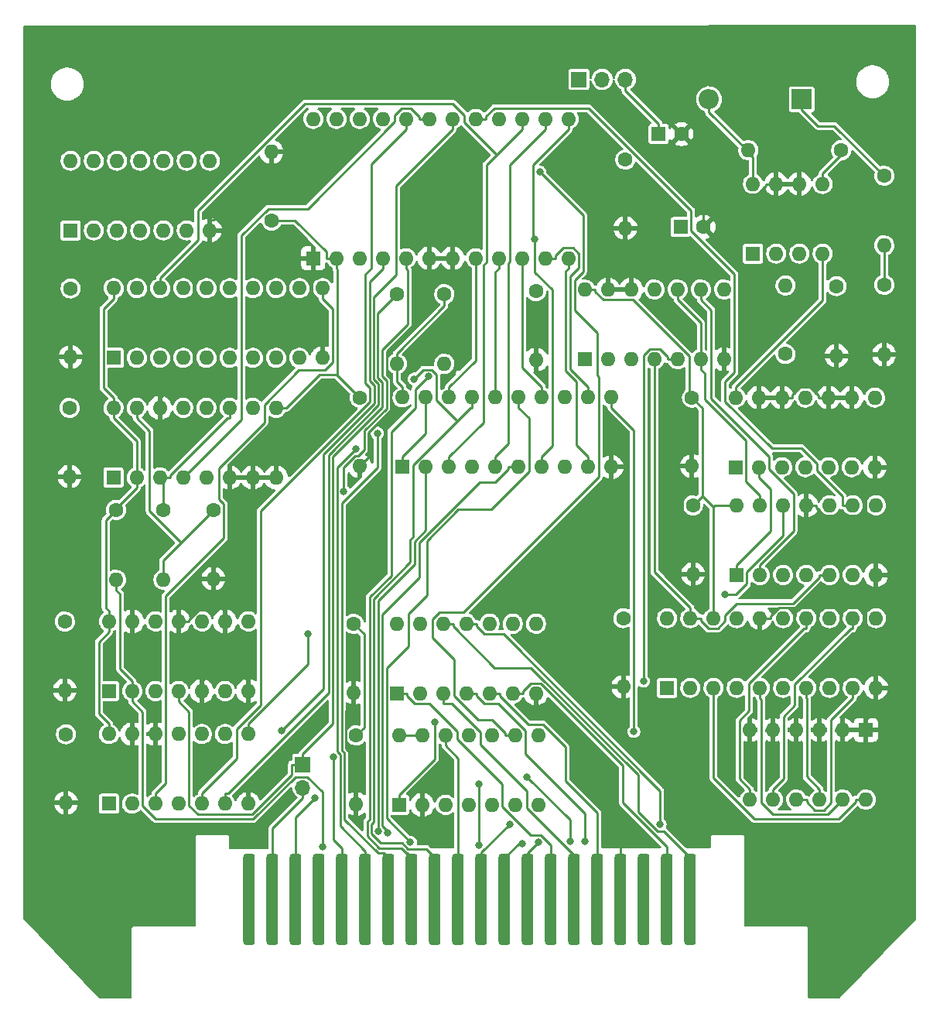
<source format=gbr>
%TF.GenerationSoftware,KiCad,Pcbnew,6.0.9-8da3e8f707~117~ubuntu20.04.1*%
%TF.CreationDate,2023-03-11T12:28:08-05:00*%
%TF.ProjectId,coco9511pak,636f636f-3935-4313-9170-616b2e6b6963,rev?*%
%TF.SameCoordinates,Original*%
%TF.FileFunction,Copper,L1,Top*%
%TF.FilePolarity,Positive*%
%FSLAX46Y46*%
G04 Gerber Fmt 4.6, Leading zero omitted, Abs format (unit mm)*
G04 Created by KiCad (PCBNEW 6.0.9-8da3e8f707~117~ubuntu20.04.1) date 2023-03-11 12:28:08*
%MOMM*%
%LPD*%
G01*
G04 APERTURE LIST*
G04 Aperture macros list*
%AMRoundRect*
0 Rectangle with rounded corners*
0 $1 Rounding radius*
0 $2 $3 $4 $5 $6 $7 $8 $9 X,Y pos of 4 corners*
0 Add a 4 corners polygon primitive as box body*
4,1,4,$2,$3,$4,$5,$6,$7,$8,$9,$2,$3,0*
0 Add four circle primitives for the rounded corners*
1,1,$1+$1,$2,$3*
1,1,$1+$1,$4,$5*
1,1,$1+$1,$6,$7*
1,1,$1+$1,$8,$9*
0 Add four rect primitives between the rounded corners*
20,1,$1+$1,$2,$3,$4,$5,0*
20,1,$1+$1,$4,$5,$6,$7,0*
20,1,$1+$1,$6,$7,$8,$9,0*
20,1,$1+$1,$8,$9,$2,$3,0*%
G04 Aperture macros list end*
%TA.AperFunction,ComponentPad*%
%ADD10R,1.600000X1.600000*%
%TD*%
%TA.AperFunction,ComponentPad*%
%ADD11O,1.600000X1.600000*%
%TD*%
%TA.AperFunction,ComponentPad*%
%ADD12C,1.600000*%
%TD*%
%TA.AperFunction,ComponentPad*%
%ADD13R,1.700000X1.700000*%
%TD*%
%TA.AperFunction,ComponentPad*%
%ADD14O,1.700000X1.700000*%
%TD*%
%TA.AperFunction,ComponentPad*%
%ADD15R,2.200000X2.200000*%
%TD*%
%TA.AperFunction,ComponentPad*%
%ADD16O,2.200000X2.200000*%
%TD*%
%TA.AperFunction,ConnectorPad*%
%ADD17RoundRect,0.317500X-0.317500X-4.682500X0.317500X-4.682500X0.317500X4.682500X-0.317500X4.682500X0*%
%TD*%
%TA.AperFunction,ViaPad*%
%ADD18C,0.800000*%
%TD*%
%TA.AperFunction,Conductor*%
%ADD19C,0.250000*%
%TD*%
G04 APERTURE END LIST*
D10*
%TO.P,U7,1*%
%TO.N,/LATCH_SELECT*%
X94869000Y-120777000D03*
D11*
%TO.P,U7,2*%
%TO.N,/R{slash}W\u002A*%
X97409000Y-120777000D03*
%TO.P,U7,3*%
%TO.N,/RD_LATCH\u002A*%
X99949000Y-120777000D03*
%TO.P,U7,4*%
%TO.N,N/C*%
X102489000Y-120777000D03*
%TO.P,U7,5*%
X105029000Y-120777000D03*
%TO.P,U7,6*%
X107569000Y-120777000D03*
%TO.P,U7,7,GND*%
%TO.N,GND*%
X110109000Y-120777000D03*
%TO.P,U7,8*%
%TO.N,unconnected-(U7-Pad8)*%
X110109000Y-113157000D03*
%TO.P,U7,9*%
%TO.N,GND*%
X107569000Y-113157000D03*
%TO.P,U7,10*%
X105029000Y-113157000D03*
%TO.P,U7,11*%
%TO.N,unconnected-(U7-Pad11)*%
X102489000Y-113157000D03*
%TO.P,U7,12*%
%TO.N,GND*%
X99949000Y-113157000D03*
%TO.P,U7,13*%
X97409000Y-113157000D03*
%TO.P,U7,14,VCC*%
%TO.N,VCC*%
X94869000Y-113157000D03*
%TD*%
D12*
%TO.P,C2,1*%
%TO.N,/+12V*%
X82804000Y-87122000D03*
D11*
%TO.P,C2,2*%
%TO.N,GND*%
X82804000Y-94622000D03*
%TD*%
D12*
%TO.P,R7,1*%
%TO.N,Net-(C3-Pad2)*%
X105918000Y-100965000D03*
D11*
%TO.P,R7,2*%
%TO.N,GND*%
X105918000Y-108585000D03*
%TD*%
D12*
%TO.P,R3,1*%
%TO.N,VCC*%
X27051000Y-125476000D03*
D11*
%TO.P,R3,2*%
%TO.N,/INT\u002A*%
X27051000Y-133096000D03*
%TD*%
D10*
%TO.P,U4,1*%
%TO.N,/R{slash}W\u002A*%
X94976000Y-132578000D03*
D11*
%TO.P,U4,2*%
%TO.N,/R\u002A{slash}W*%
X97516000Y-132578000D03*
%TO.P,U4,3*%
%TO.N,/RESET\u002A*%
X100056000Y-132578000D03*
%TO.P,U4,4*%
%TO.N,/RESET*%
X102596000Y-132578000D03*
%TO.P,U4,5*%
%TO.N,/BOARD_SELECT\u002A*%
X105136000Y-132578000D03*
%TO.P,U4,6*%
%TO.N,Net-(U4-Pad6)*%
X107676000Y-132578000D03*
%TO.P,U4,7,GND*%
%TO.N,GND*%
X110216000Y-132578000D03*
%TO.P,U4,8*%
%TO.N,Net-(U12-Pad3)*%
X110216000Y-124958000D03*
%TO.P,U4,9*%
%TO.N,Net-(U4-Pad9)*%
X107676000Y-124958000D03*
%TO.P,U4,10*%
%TO.N,unconnected-(U4-Pad10)*%
X105136000Y-124958000D03*
%TO.P,U4,11*%
%TO.N,GND*%
X102596000Y-124958000D03*
%TO.P,U4,12*%
%TO.N,Net-(U14-Pad11)*%
X100056000Y-124958000D03*
%TO.P,U4,13*%
%TO.N,/PROC_SELECT\u002A*%
X97516000Y-124958000D03*
%TO.P,U4,14,VCC*%
%TO.N,VCC*%
X94976000Y-124958000D03*
%TD*%
D10*
%TO.P,U9,1*%
%TO.N,/RD_PROC\u002A*%
X26284000Y-157597000D03*
D11*
%TO.P,U9,2*%
%TO.N,Net-(U4-Pad9)*%
X28824000Y-157597000D03*
%TO.P,U9,3*%
%TO.N,Net-(U14-Pad3)*%
X31364000Y-157597000D03*
%TO.P,U9,4*%
%TO.N,/PROC_SELECT\u002A*%
X33904000Y-157597000D03*
%TO.P,U9,5*%
%TO.N,Net-(U14-Pad6)*%
X36444000Y-157597000D03*
%TO.P,U9,6*%
%TO.N,Net-(U5-Pad18)*%
X38984000Y-157597000D03*
%TO.P,U9,7,GND*%
%TO.N,GND*%
X41524000Y-157597000D03*
%TO.P,U9,8*%
%TO.N,/LATCH_SELECT*%
X41524000Y-149977000D03*
%TO.P,U9,9*%
%TO.N,/A1*%
X38984000Y-149977000D03*
%TO.P,U9,10*%
%TO.N,Net-(U4-Pad6)*%
X36444000Y-149977000D03*
%TO.P,U9,11*%
%TO.N,unconnected-(U9-Pad11)*%
X33904000Y-149977000D03*
%TO.P,U9,12*%
%TO.N,GND*%
X31364000Y-149977000D03*
%TO.P,U9,13*%
X28824000Y-149977000D03*
%TO.P,U9,14,VCC*%
%TO.N,VCC*%
X26284000Y-149977000D03*
%TD*%
D10*
%TO.P,U11,1,A*%
%TO.N,/WR\u002A*%
X26787000Y-121910000D03*
D11*
%TO.P,U11,2,B*%
%TO.N,VCC*%
X29327000Y-121910000D03*
%TO.P,U11,3,Clr*%
X31867000Y-121910000D03*
%TO.P,U11,4,~{Q}*%
%TO.N,Net-(U11-Pad4)*%
X34407000Y-121910000D03*
%TO.P,U11,5,Q*%
%TO.N,unconnected-(U11-Pad5)*%
X36947000Y-121910000D03*
%TO.P,U11,6,Cext*%
%TO.N,GND*%
X39487000Y-121910000D03*
%TO.P,U11,7,RCext*%
X42027000Y-121910000D03*
%TO.P,U11,8,GND*%
X44567000Y-121910000D03*
%TO.P,U11,9,A*%
%TO.N,VCC*%
X44567000Y-114290000D03*
%TO.P,U11,10,B*%
X42027000Y-114290000D03*
%TO.P,U11,11,Clr*%
X39487000Y-114290000D03*
%TO.P,U11,12,~{Q}*%
%TO.N,unconnected-(U11-Pad12)*%
X36947000Y-114290000D03*
%TO.P,U11,13,Q*%
%TO.N,unconnected-(U11-Pad13)*%
X34407000Y-114290000D03*
%TO.P,U11,14,Cext*%
%TO.N,GND*%
X31867000Y-114290000D03*
%TO.P,U11,15,RCext*%
%TO.N,Net-(C15-Pad1)*%
X29327000Y-114290000D03*
%TO.P,U11,16,VCC*%
%TO.N,VCC*%
X26787000Y-114290000D03*
%TD*%
D12*
%TO.P,C8,1*%
%TO.N,VCC*%
X53086000Y-137922000D03*
D11*
%TO.P,C8,2*%
%TO.N,GND*%
X53086000Y-145422000D03*
%TD*%
D12*
%TO.P,C3,1*%
%TO.N,Net-(C3-Pad1)*%
X100330000Y-108398000D03*
D11*
%TO.P,C3,2*%
%TO.N,Net-(C3-Pad2)*%
X100330000Y-100898000D03*
%TD*%
D13*
%TO.P,JP1,1,A*%
%TO.N,Net-(JP1-Pad1)*%
X47498000Y-153289000D03*
D14*
%TO.P,JP1,2,B*%
%TO.N,/HALT\u002A*%
X47498000Y-155829000D03*
%TD*%
D12*
%TO.P,R2,1*%
%TO.N,VCC*%
X32258000Y-125476000D03*
D11*
%TO.P,R2,2*%
%TO.N,Net-(C15-Pad1)*%
X32258000Y-133096000D03*
%TD*%
D12*
%TO.P,C4,1*%
%TO.N,VCC*%
X90201000Y-124968000D03*
D11*
%TO.P,C4,2*%
%TO.N,GND*%
X90201000Y-132468000D03*
%TD*%
D12*
%TO.P,R4,1*%
%TO.N,Net-(JP1-Pad1)*%
X57785000Y-101854000D03*
D11*
%TO.P,R4,2*%
%TO.N,VCC*%
X57785000Y-109474000D03*
%TD*%
D10*
%TO.P,U13,1,OEa*%
%TO.N,/WR\u002A*%
X58425000Y-120767000D03*
D11*
%TO.P,U13,2,I0a*%
%TO.N,/D0*%
X60965000Y-120767000D03*
%TO.P,U13,3,O3b*%
%TO.N,Net-(U13-Pad3)*%
X63505000Y-120767000D03*
%TO.P,U13,4,I1a*%
%TO.N,/D1*%
X66045000Y-120767000D03*
%TO.P,U13,5,O2b*%
%TO.N,Net-(U13-Pad5)*%
X68585000Y-120767000D03*
%TO.P,U13,6,I2a*%
%TO.N,/D2*%
X71125000Y-120767000D03*
%TO.P,U13,7,O1b*%
%TO.N,Net-(U13-Pad7)*%
X73665000Y-120767000D03*
%TO.P,U13,8,I3a*%
%TO.N,/D3*%
X76205000Y-120767000D03*
%TO.P,U13,9,O0b*%
%TO.N,Net-(U13-Pad9)*%
X78745000Y-120767000D03*
%TO.P,U13,10,Gnd*%
%TO.N,GND*%
X81285000Y-120767000D03*
%TO.P,U13,11,I0b*%
%TO.N,/D4*%
X81285000Y-113147000D03*
%TO.P,U13,12,O3a*%
%TO.N,Net-(U13-Pad12)*%
X78745000Y-113147000D03*
%TO.P,U13,13,I1b*%
%TO.N,/D5*%
X76205000Y-113147000D03*
%TO.P,U13,14,O2a*%
%TO.N,Net-(U13-Pad14)*%
X73665000Y-113147000D03*
%TO.P,U13,15,I2b*%
%TO.N,/D6*%
X71125000Y-113147000D03*
%TO.P,U13,16,O1a*%
%TO.N,Net-(U13-Pad16)*%
X68585000Y-113147000D03*
%TO.P,U13,17,I3b*%
%TO.N,/D7*%
X66045000Y-113147000D03*
%TO.P,U13,18,O0a*%
%TO.N,Net-(U13-Pad18)*%
X63505000Y-113147000D03*
%TO.P,U13,19,OEb*%
%TO.N,/WR\u002A*%
X60965000Y-113147000D03*
%TO.P,U13,20,Vcc*%
%TO.N,VCC*%
X58425000Y-113147000D03*
%TD*%
D13*
%TO.P,JP2,1,A*%
%TO.N,/Cart12V*%
X77724000Y-78359000D03*
D14*
%TO.P,JP2,2,C*%
%TO.N,/+12V*%
X80264000Y-78359000D03*
%TO.P,JP2,3,B*%
%TO.N,Net-(C17-Pad1)*%
X82804000Y-78359000D03*
%TD*%
D10*
%TO.P,X1,1,EN*%
%TO.N,unconnected-(X1-Pad1)*%
X22098000Y-94869000D03*
D11*
%TO.P,X1,2*%
%TO.N,N/C*%
X24638000Y-94869000D03*
%TO.P,X1,3*%
X27178000Y-94869000D03*
%TO.P,X1,4*%
X29718000Y-94869000D03*
%TO.P,X1,5*%
X32258000Y-94869000D03*
%TO.P,X1,6*%
X34798000Y-94869000D03*
%TO.P,X1,7,GND*%
%TO.N,GND*%
X37338000Y-94869000D03*
%TO.P,X1,8,OUT*%
%TO.N,/CLK*%
X37338000Y-87249000D03*
%TO.P,X1,9*%
%TO.N,N/C*%
X34798000Y-87249000D03*
%TO.P,X1,10*%
X32258000Y-87249000D03*
%TO.P,X1,11*%
X29718000Y-87249000D03*
%TO.P,X1,12*%
X27178000Y-87249000D03*
%TO.P,X1,13*%
X24638000Y-87249000D03*
%TO.P,X1,14,Vcc*%
%TO.N,VCC*%
X22098000Y-87249000D03*
%TD*%
D10*
%TO.P,U3,1,VC*%
%TO.N,Net-(C3-Pad1)*%
X96774000Y-97409000D03*
D11*
%TO.P,U3,2,FB*%
%TO.N,Net-(R5-Pad2)*%
X99314000Y-97409000D03*
%TO.P,U3,3,NFB*%
%TO.N,unconnected-(U3-Pad3)*%
X101854000Y-97409000D03*
%TO.P,U3,4,S/S*%
%TO.N,VCC*%
X104394000Y-97409000D03*
%TO.P,U3,5,Vin*%
%TO.N,Net-(C16-Pad1)*%
X104394000Y-89789000D03*
%TO.P,U3,6,GNDS*%
%TO.N,GND*%
X101854000Y-89789000D03*
%TO.P,U3,7,GND*%
X99314000Y-89789000D03*
%TO.P,U3,8,VSW*%
%TO.N,Net-(D1-Pad2)*%
X96774000Y-89789000D03*
%TD*%
D12*
%TO.P,C14,1*%
%TO.N,VCC*%
X53340000Y-150114000D03*
D11*
%TO.P,C14,2*%
%TO.N,GND*%
X53340000Y-157614000D03*
%TD*%
D12*
%TO.P,L1,1,1*%
%TO.N,Net-(C16-Pad1)*%
X106426000Y-86106000D03*
D11*
%TO.P,L1,2,2*%
%TO.N,Net-(D1-Pad2)*%
X96266000Y-86106000D03*
%TD*%
D10*
%TO.P,U6,1,OE*%
%TO.N,/RD_LATCH\u002A*%
X26802000Y-108829000D03*
D11*
%TO.P,U6,2,O0*%
%TO.N,/D0*%
X29342000Y-108829000D03*
%TO.P,U6,3,D0*%
%TO.N,Net-(U13-Pad18)*%
X31882000Y-108829000D03*
%TO.P,U6,4,D1*%
%TO.N,Net-(U13-Pad16)*%
X34422000Y-108829000D03*
%TO.P,U6,5,O1*%
%TO.N,/D1*%
X36962000Y-108829000D03*
%TO.P,U6,6,O2*%
%TO.N,/D2*%
X39502000Y-108829000D03*
%TO.P,U6,7,D2*%
%TO.N,Net-(U13-Pad14)*%
X42042000Y-108829000D03*
%TO.P,U6,8,D3*%
%TO.N,Net-(U13-Pad12)*%
X44582000Y-108829000D03*
%TO.P,U6,9,O3*%
%TO.N,/D3*%
X47122000Y-108829000D03*
%TO.P,U6,10,GND*%
%TO.N,GND*%
X49662000Y-108829000D03*
%TO.P,U6,11,Cp*%
%TO.N,Net-(U14-Pad3)*%
X49662000Y-101209000D03*
%TO.P,U6,12,O4*%
%TO.N,/D4*%
X47122000Y-101209000D03*
%TO.P,U6,13,D4*%
%TO.N,Net-(U13-Pad9)*%
X44582000Y-101209000D03*
%TO.P,U6,14,D5*%
%TO.N,Net-(U13-Pad7)*%
X42042000Y-101209000D03*
%TO.P,U6,15,O5*%
%TO.N,/D5*%
X39502000Y-101209000D03*
%TO.P,U6,16,O6*%
%TO.N,/D6*%
X36962000Y-101209000D03*
%TO.P,U6,17,D6*%
%TO.N,Net-(U13-Pad5)*%
X34422000Y-101209000D03*
%TO.P,U6,18,D7*%
%TO.N,Net-(U13-Pad3)*%
X31882000Y-101209000D03*
%TO.P,U6,19,O7*%
%TO.N,/D7*%
X29342000Y-101209000D03*
%TO.P,U6,20,VCC*%
%TO.N,VCC*%
X26802000Y-101209000D03*
%TD*%
D10*
%TO.P,SW1,1*%
%TO.N,GND*%
X109126000Y-149521500D03*
D11*
%TO.P,SW1,2*%
X106586000Y-149521500D03*
%TO.P,SW1,3*%
X104046000Y-149521500D03*
%TO.P,SW1,4*%
X101506000Y-149521500D03*
%TO.P,SW1,5*%
X98966000Y-149521500D03*
%TO.P,SW1,6*%
X96426000Y-149521500D03*
%TO.P,SW1,7*%
%TO.N,Net-(SW1-Pad7)*%
X96426000Y-157141500D03*
%TO.P,SW1,8*%
%TO.N,Net-(SW1-Pad8)*%
X98966000Y-157141500D03*
%TO.P,SW1,9*%
%TO.N,Net-(SW1-Pad9)*%
X101506000Y-157141500D03*
%TO.P,SW1,10*%
%TO.N,Net-(SW1-Pad10)*%
X104046000Y-157141500D03*
%TO.P,SW1,11*%
%TO.N,Net-(SW1-Pad11)*%
X106586000Y-157141500D03*
%TO.P,SW1,12*%
%TO.N,Net-(SW1-Pad12)*%
X109126000Y-157141500D03*
%TD*%
D15*
%TO.P,D1,1,K*%
%TO.N,Net-(C17-Pad1)*%
X102108000Y-80518000D03*
D16*
%TO.P,D1,2,A*%
%TO.N,Net-(D1-Pad2)*%
X91948000Y-80518000D03*
%TD*%
D10*
%TO.P,U14,1,~{R}*%
%TO.N,/RESET\u002A*%
X58034000Y-157724000D03*
D11*
%TO.P,U14,2,D*%
%TO.N,GND*%
X60574000Y-157724000D03*
%TO.P,U14,3,C*%
%TO.N,Net-(U14-Pad3)*%
X63114000Y-157724000D03*
%TO.P,U14,4,~{S}*%
%TO.N,/RD_PROC\u002A*%
X65654000Y-157724000D03*
%TO.P,U14,5,Q*%
%TO.N,unconnected-(U14-Pad5)*%
X68194000Y-157724000D03*
%TO.P,U14,6,~{Q}*%
%TO.N,Net-(U14-Pad6)*%
X70734000Y-157724000D03*
%TO.P,U14,7,GND*%
%TO.N,GND*%
X73274000Y-157724000D03*
%TO.P,U14,8,~{Q}*%
%TO.N,unconnected-(U14-Pad8)*%
X73274000Y-150104000D03*
%TO.P,U14,9,Q*%
%TO.N,/C{slash}D\u002A*%
X70734000Y-150104000D03*
%TO.P,U14,10,~{S}*%
%TO.N,VCC*%
X68194000Y-150104000D03*
%TO.P,U14,11,C*%
%TO.N,Net-(U14-Pad11)*%
X65654000Y-150104000D03*
%TO.P,U14,12,D*%
%TO.N,/A0*%
X63114000Y-150104000D03*
%TO.P,U14,13,~{R}*%
%TO.N,VCC*%
X60574000Y-150104000D03*
%TO.P,U14,14,VCC*%
X58034000Y-150104000D03*
%TD*%
D17*
%TO.P,U16,1,-12V*%
%TO.N,unconnected-(U16-Pad1)*%
X41656000Y-168021000D03*
%TO.P,U16,3,HALT\u002A*%
%TO.N,/HALT\u002A*%
X44196000Y-168021000D03*
%TO.P,U16,5,RESET\u002A*%
%TO.N,/RESET\u002A*%
X46736000Y-168021000D03*
%TO.P,U16,7,Q*%
%TO.N,unconnected-(U16-Pad7)*%
X49276000Y-168021000D03*
%TO.P,U16,9,+5V*%
%TO.N,VCC*%
X51816000Y-168021000D03*
%TO.P,U16,11,D1*%
%TO.N,/D1*%
X54356000Y-168021000D03*
%TO.P,U16,13,D3*%
%TO.N,/D3*%
X56896000Y-168021000D03*
%TO.P,U16,15,D5*%
%TO.N,/D5*%
X59436000Y-168021000D03*
%TO.P,U16,17,D7*%
%TO.N,/D7*%
X61976000Y-168021000D03*
%TO.P,U16,19,A0*%
%TO.N,/A0*%
X64516000Y-168021000D03*
%TO.P,U16,21,A2*%
%TO.N,/A2*%
X67056000Y-168021000D03*
%TO.P,U16,23,A4*%
%TO.N,/A4*%
X69596000Y-168021000D03*
%TO.P,U16,25,A6*%
%TO.N,/A6*%
X72136000Y-168021000D03*
%TO.P,U16,27,A8*%
%TO.N,/A8*%
X74676000Y-168021000D03*
%TO.P,U16,29,A10*%
%TO.N,/A10*%
X77216000Y-168021000D03*
%TO.P,U16,31,A12*%
%TO.N,/A12*%
X79756000Y-168021000D03*
%TO.P,U16,33,GND*%
%TO.N,GND*%
X82296000Y-168021000D03*
%TO.P,U16,35,SND*%
%TO.N,unconnected-(U16-Pad35)*%
X84836000Y-168021000D03*
%TO.P,U16,37,A13*%
%TO.N,/A13*%
X87376000Y-168021000D03*
%TO.P,U16,39,A15*%
%TO.N,/A15*%
X89916000Y-168021000D03*
%TD*%
D10*
%TO.P,C16,1*%
%TO.N,Net-(C16-Pad1)*%
X88860600Y-94488000D03*
D12*
%TO.P,C16,2*%
%TO.N,GND*%
X91360600Y-94488000D03*
%TD*%
D10*
%TO.P,U8,1*%
%TO.N,/A8*%
X57780000Y-145532000D03*
D11*
%TO.P,U8,2*%
%TO.N,/A9*%
X60320000Y-145532000D03*
%TO.P,U8,3*%
%TO.N,/A10*%
X62860000Y-145532000D03*
%TO.P,U8,4*%
%TO.N,/A11*%
X65400000Y-145532000D03*
%TO.P,U8,5*%
%TO.N,/A12*%
X67940000Y-145532000D03*
%TO.P,U8,6*%
%TO.N,/A13*%
X70480000Y-145532000D03*
%TO.P,U8,7,GND*%
%TO.N,GND*%
X73020000Y-145532000D03*
%TO.P,U8,8*%
%TO.N,Net-(U10-Pad15)*%
X73020000Y-137912000D03*
%TO.P,U8,9*%
%TO.N,N/C*%
X70480000Y-137912000D03*
%TO.P,U8,10*%
X67940000Y-137912000D03*
%TO.P,U8,11*%
%TO.N,/A14*%
X65400000Y-137912000D03*
%TO.P,U8,12*%
%TO.N,/A15*%
X62860000Y-137912000D03*
%TO.P,U8,13*%
%TO.N,N/C*%
X60320000Y-137912000D03*
%TO.P,U8,14,VCC*%
%TO.N,VCC*%
X57780000Y-137912000D03*
%TD*%
D12*
%TO.P,C11,1*%
%TO.N,VCC*%
X21971000Y-114300000D03*
D11*
%TO.P,C11,2*%
%TO.N,GND*%
X21971000Y-121800000D03*
%TD*%
D10*
%TO.P,U1,1*%
%TO.N,/R{slash}W\u002A*%
X78359000Y-108966000D03*
D11*
%TO.P,U1,2*%
%TO.N,/PROC_SELECT\u002A*%
X80899000Y-108966000D03*
%TO.P,U1,3*%
%TO.N,/WR\u002A*%
X83439000Y-108966000D03*
%TO.P,U1,4*%
%TO.N,/BOARD_SELECT\u002A*%
X85979000Y-108966000D03*
%TO.P,U1,5*%
%TO.N,/A1*%
X88519000Y-108966000D03*
%TO.P,U1,6*%
%TO.N,/PROC_SELECT\u002A*%
X91059000Y-108966000D03*
%TO.P,U1,7,GND*%
%TO.N,GND*%
X93599000Y-108966000D03*
%TO.P,U1,8*%
%TO.N,/RD_PROC\u002A*%
X93599000Y-101346000D03*
%TO.P,U1,9*%
%TO.N,/R\u002A{slash}W*%
X91059000Y-101346000D03*
%TO.P,U1,10*%
%TO.N,/PROC_SELECT\u002A*%
X88519000Y-101346000D03*
%TO.P,U1,11*%
%TO.N,unconnected-(U1-Pad11)*%
X85979000Y-101346000D03*
%TO.P,U1,12*%
%TO.N,GND*%
X83439000Y-101346000D03*
%TO.P,U1,13*%
X80899000Y-101346000D03*
%TO.P,U1,14,VCC*%
%TO.N,VCC*%
X78359000Y-101346000D03*
%TD*%
D10*
%TO.P,U12,1*%
%TO.N,Net-(U12-Pad1)*%
X26289000Y-145278000D03*
D11*
%TO.P,U12,2*%
%TO.N,/INT\u002A*%
X28829000Y-145278000D03*
%TO.P,U12,3*%
%TO.N,Net-(U12-Pad3)*%
X31369000Y-145278000D03*
%TO.P,U12,4*%
%TO.N,Net-(JP1-Pad1)*%
X33909000Y-145278000D03*
%TO.P,U12,5*%
%TO.N,GND*%
X36449000Y-145278000D03*
%TO.P,U12,6*%
%TO.N,unconnected-(U12-Pad6)*%
X38989000Y-145278000D03*
%TO.P,U12,7,GND*%
%TO.N,GND*%
X41529000Y-145278000D03*
%TO.P,U12,8*%
%TO.N,unconnected-(U12-Pad8)*%
X41529000Y-137658000D03*
%TO.P,U12,9*%
%TO.N,GND*%
X38989000Y-137658000D03*
%TO.P,U12,10*%
%TO.N,unconnected-(U12-Pad10)*%
X36449000Y-137658000D03*
%TO.P,U12,11*%
%TO.N,GND*%
X33909000Y-137658000D03*
%TO.P,U12,12*%
%TO.N,unconnected-(U12-Pad12)*%
X31369000Y-137658000D03*
%TO.P,U12,13*%
%TO.N,GND*%
X28829000Y-137658000D03*
%TO.P,U12,14,VCC*%
%TO.N,VCC*%
X26289000Y-137658000D03*
%TD*%
D12*
%TO.P,R5,1*%
%TO.N,Net-(C17-Pad1)*%
X111125000Y-88900000D03*
D11*
%TO.P,R5,2*%
%TO.N,Net-(R5-Pad2)*%
X111125000Y-96520000D03*
%TD*%
D10*
%TO.P,U10,1,~{P>Q}*%
%TO.N,unconnected-(U10-Pad1)*%
X87376000Y-144907000D03*
D11*
%TO.P,U10,2,P0*%
%TO.N,/A2*%
X89916000Y-144907000D03*
%TO.P,U10,3,Q0*%
%TO.N,Net-(SW1-Pad12)*%
X92456000Y-144907000D03*
%TO.P,U10,4,P1*%
%TO.N,/A3*%
X94996000Y-144907000D03*
%TO.P,U10,5,Q1*%
%TO.N,Net-(SW1-Pad11)*%
X97536000Y-144907000D03*
%TO.P,U10,6,P2*%
%TO.N,/A4*%
X100076000Y-144907000D03*
%TO.P,U10,7,Q2*%
%TO.N,Net-(SW1-Pad10)*%
X102616000Y-144907000D03*
%TO.P,U10,8,P3*%
%TO.N,/A5*%
X105156000Y-144907000D03*
%TO.P,U10,9,Q3*%
%TO.N,Net-(SW1-Pad9)*%
X107696000Y-144907000D03*
%TO.P,U10,10,Gnd*%
%TO.N,GND*%
X110236000Y-144907000D03*
%TO.P,U10,11,P4*%
%TO.N,/A6*%
X110236000Y-137287000D03*
%TO.P,U10,12,Q4*%
%TO.N,Net-(SW1-Pad8)*%
X107696000Y-137287000D03*
%TO.P,U10,13,P5*%
%TO.N,/A7*%
X105156000Y-137287000D03*
%TO.P,U10,14,Q5*%
%TO.N,Net-(SW1-Pad7)*%
X102616000Y-137287000D03*
%TO.P,U10,15,P6*%
%TO.N,Net-(U10-Pad15)*%
X100076000Y-137287000D03*
%TO.P,U10,16,Q6*%
%TO.N,GND*%
X97536000Y-137287000D03*
%TO.P,U10,17,P7*%
%TO.N,/E*%
X94996000Y-137287000D03*
%TO.P,U10,18,Q7*%
%TO.N,VCC*%
X92456000Y-137287000D03*
%TO.P,U10,19,~{P=Q}*%
%TO.N,/BOARD_SELECT\u002A*%
X89916000Y-137287000D03*
%TO.P,U10,20,Vcc*%
%TO.N,VCC*%
X87376000Y-137287000D03*
%TD*%
D12*
%TO.P,C5,1*%
%TO.N,VCC*%
X44069000Y-93793000D03*
D11*
%TO.P,C5,2*%
%TO.N,GND*%
X44069000Y-86293000D03*
%TD*%
D12*
%TO.P,C10,1*%
%TO.N,VCC*%
X82581000Y-137287000D03*
D11*
%TO.P,C10,2*%
%TO.N,GND*%
X82581000Y-144787000D03*
%TD*%
D12*
%TO.P,C6,1*%
%TO.N,VCC*%
X22098000Y-101219000D03*
D11*
%TO.P,C6,2*%
%TO.N,GND*%
X22098000Y-108719000D03*
%TD*%
D12*
%TO.P,C1,1*%
%TO.N,VCC*%
X73025000Y-101533000D03*
D11*
%TO.P,C1,2*%
%TO.N,GND*%
X73025000Y-109033000D03*
%TD*%
D12*
%TO.P,R1,1*%
%TO.N,VCC*%
X62992000Y-101854000D03*
D11*
%TO.P,R1,2*%
%TO.N,Net-(R1-Pad2)*%
X62992000Y-109474000D03*
%TD*%
D12*
%TO.P,R6,1*%
%TO.N,Net-(R5-Pad2)*%
X111125000Y-100838000D03*
D11*
%TO.P,R6,2*%
%TO.N,GND*%
X111125000Y-108458000D03*
%TD*%
D12*
%TO.P,C12,1*%
%TO.N,VCC*%
X21463000Y-137668000D03*
D11*
%TO.P,C12,2*%
%TO.N,GND*%
X21463000Y-145168000D03*
%TD*%
D12*
%TO.P,C9,1*%
%TO.N,VCC*%
X21590000Y-149987000D03*
D11*
%TO.P,C9,2*%
%TO.N,GND*%
X21590000Y-157487000D03*
%TD*%
D10*
%TO.P,U5,1,GND*%
%TO.N,GND*%
X48641000Y-97917000D03*
D11*
%TO.P,U5,2,VCC*%
%TO.N,VCC*%
X51181000Y-97917000D03*
%TO.P,U5,3,EACK\u002A*%
%TO.N,Net-(R1-Pad2)*%
X53721000Y-97917000D03*
%TO.P,U5,4,SVACK\u002A*%
%TO.N,/RD_PROC\u002A*%
X56261000Y-97917000D03*
%TO.P,U5,5,SVREQ*%
%TO.N,Net-(U12-Pad1)*%
X58801000Y-97917000D03*
%TO.P,U5,6,TIE_LOW1*%
%TO.N,GND*%
X61341000Y-97917000D03*
%TO.P,U5,7,TIE_LOW2*%
X63881000Y-97917000D03*
%TO.P,U5,8,DB0*%
%TO.N,Net-(U13-Pad18)*%
X66421000Y-97917000D03*
%TO.P,U5,9,DB1*%
%TO.N,Net-(U13-Pad16)*%
X68961000Y-97917000D03*
%TO.P,U5,10,DB2*%
%TO.N,Net-(U13-Pad14)*%
X71501000Y-97917000D03*
%TO.P,U5,11,DB3*%
%TO.N,Net-(U13-Pad12)*%
X74041000Y-97917000D03*
%TO.P,U5,12,DB4*%
%TO.N,Net-(U13-Pad9)*%
X76581000Y-97917000D03*
%TO.P,U5,13,DB5*%
%TO.N,Net-(U13-Pad7)*%
X76581000Y-82677000D03*
%TO.P,U5,14,DB6*%
%TO.N,Net-(U13-Pad5)*%
X74041000Y-82677000D03*
%TO.P,U5,15,DB7*%
%TO.N,Net-(U13-Pad3)*%
X71501000Y-82677000D03*
%TO.P,U5,16,VDD*%
%TO.N,/+12V*%
X68961000Y-82677000D03*
%TO.P,U5,17,PAUSE\u002A*%
%TO.N,Net-(U4-Pad9)*%
X66421000Y-82677000D03*
%TO.P,U5,18,CS\u002A*%
%TO.N,Net-(U5-Pad18)*%
X63881000Y-82677000D03*
%TO.P,U5,19,WR\u002A*%
%TO.N,Net-(U11-Pad4)*%
X61341000Y-82677000D03*
%TO.P,U5,20,RD\u002A*%
%TO.N,Net-(U14-Pad6)*%
X58801000Y-82677000D03*
%TO.P,U5,21,C/D\u002A*%
%TO.N,/C{slash}D\u002A*%
X56261000Y-82677000D03*
%TO.P,U5,22,RESET*%
%TO.N,/RESET*%
X53721000Y-82677000D03*
%TO.P,U5,23,CLK*%
%TO.N,/CLK*%
X51181000Y-82677000D03*
%TO.P,U5,24,END\u002A*%
%TO.N,unconnected-(U5-Pad24)*%
X48641000Y-82677000D03*
%TD*%
D12*
%TO.P,C13,1*%
%TO.N,VCC*%
X53721000Y-113157000D03*
D11*
%TO.P,C13,2*%
%TO.N,GND*%
X53721000Y-120657000D03*
%TD*%
D12*
%TO.P,C7,1*%
%TO.N,VCC*%
X90094000Y-113167000D03*
D11*
%TO.P,C7,2*%
%TO.N,GND*%
X90094000Y-120667000D03*
%TD*%
D10*
%TO.P,C17,1*%
%TO.N,Net-(C17-Pad1)*%
X86447600Y-84328000D03*
D12*
%TO.P,C17,2*%
%TO.N,GND*%
X88947600Y-84328000D03*
%TD*%
%TO.P,C15,1*%
%TO.N,Net-(C15-Pad1)*%
X37719000Y-125476000D03*
D11*
%TO.P,C15,2*%
%TO.N,GND*%
X37719000Y-132976000D03*
%TD*%
D18*
%TO.N,VCC*%
X50882400Y-152509100D03*
%TO.N,GND*%
X77817600Y-153737200D03*
%TO.N,/INT\u002A*%
X49659900Y-162312100D03*
%TO.N,/A1*%
X66793300Y-162094200D03*
X66793300Y-155417500D03*
X84791600Y-144187700D03*
%TO.N,/RD_PROC\u002A*%
X45219100Y-149571300D03*
%TO.N,Net-(U14-Pad11)*%
X93716000Y-134708900D03*
%TO.N,/C{slash}D\u002A*%
X73453000Y-88499200D03*
%TO.N,/RESET\u002A*%
X61921400Y-148681000D03*
X48805900Y-156972400D03*
%TO.N,Net-(U12-Pad1)*%
X51979100Y-123414700D03*
%TO.N,Net-(U13-Pad7)*%
X72899200Y-95796100D03*
%TO.N,/D0*%
X55775300Y-160626400D03*
%TO.N,/D1*%
X53281400Y-118775500D03*
%TO.N,/D2*%
X56781700Y-160791000D03*
%TO.N,/D3*%
X55644300Y-117049200D03*
%TO.N,/D4*%
X83735800Y-149697000D03*
%TO.N,/D7*%
X59677000Y-111129400D03*
%TO.N,/D6*%
X59273200Y-161799800D03*
%TO.N,/D5*%
X61263400Y-110846600D03*
%TO.N,/LATCH_SELECT*%
X48070800Y-139023800D03*
%TO.N,/A9*%
X72040400Y-154672600D03*
X76741700Y-161697500D03*
%TO.N,/A11*%
X78359400Y-161743900D03*
%TO.N,/A14*%
X86603600Y-159844000D03*
%TO.N,/A2*%
X70133200Y-159830100D03*
%TO.N,/A4*%
X71477900Y-161949400D03*
%TO.N,/A6*%
X73280700Y-161799000D03*
%TD*%
D19*
%TO.N,Net-(C17-Pad1)*%
X105664000Y-83439000D02*
X103886000Y-83439000D01*
X103886000Y-83439000D02*
X102108000Y-81661000D01*
X102108000Y-81661000D02*
X102108000Y-80518000D01*
X105664000Y-83439000D02*
X111125000Y-88900000D01*
%TO.N,VCC*%
X25921600Y-126605400D02*
X25921600Y-136165500D01*
X51181000Y-97917000D02*
X50055900Y-97917000D01*
X104394000Y-97409000D02*
X104394000Y-98534100D01*
X51816000Y-168021000D02*
X51816000Y-162500200D01*
X32992100Y-121676800D02*
X32992100Y-121910000D01*
X51816000Y-162500200D02*
X50882400Y-161566600D01*
X25676800Y-103459300D02*
X26802000Y-102334100D01*
X49365100Y-110617000D02*
X51181000Y-110617000D01*
X54223100Y-149230900D02*
X54223100Y-139059100D01*
X50882400Y-161566600D02*
X50882400Y-152509100D01*
X92456000Y-125094000D02*
X92456000Y-136161900D01*
X79484100Y-101346000D02*
X79484100Y-101579200D01*
X94869000Y-113157000D02*
X94869000Y-112031900D01*
X58425000Y-112021900D02*
X57785000Y-111381900D01*
X27051000Y-125311100D02*
X27051000Y-125476000D01*
X93850900Y-124958000D02*
X92592000Y-124958000D01*
X89789000Y-112862000D02*
X90094000Y-113167000D01*
X92391400Y-125094000D02*
X91233200Y-123935800D01*
X29327000Y-121910000D02*
X29327000Y-117955100D01*
X89789000Y-108634700D02*
X89789000Y-112862000D01*
X91233200Y-123935800D02*
X90201000Y-124968000D01*
X27051000Y-125476000D02*
X25921600Y-126605400D01*
X44069000Y-93793000D02*
X46645200Y-93793000D01*
X92456000Y-137287000D02*
X92456000Y-136161900D01*
X31867000Y-121910000D02*
X32258000Y-121910000D01*
X78359000Y-101346000D02*
X79484100Y-101346000D01*
X104394000Y-102506900D02*
X94869000Y-112031900D01*
X29327000Y-122472500D02*
X29327000Y-123035100D01*
X26289000Y-137658000D02*
X26289000Y-136532900D01*
X58034000Y-150104000D02*
X60574000Y-150104000D01*
X25163800Y-139908300D02*
X26289000Y-138783100D01*
X39487000Y-115415100D02*
X39253800Y-115415100D01*
X57785000Y-108348900D02*
X62992000Y-103141900D01*
X26787000Y-114290000D02*
X26787000Y-113164900D01*
X32258000Y-125476000D02*
X32258000Y-121910000D01*
X90094000Y-113167000D02*
X91233200Y-114306200D01*
X104394000Y-98534100D02*
X104394000Y-102506900D01*
X26787000Y-113164900D02*
X25676800Y-112054700D01*
X26802000Y-101209000D02*
X26802000Y-102334100D01*
X51181000Y-97917000D02*
X51181000Y-99042100D01*
X25676800Y-112054700D02*
X25676800Y-103459300D01*
X57785000Y-111381900D02*
X57785000Y-109474000D01*
X29327000Y-122472500D02*
X29327000Y-121910000D01*
X26284000Y-149977000D02*
X26284000Y-148851900D01*
X32258000Y-121910000D02*
X32992100Y-121910000D01*
X50055900Y-97203700D02*
X50055900Y-97917000D01*
X51181000Y-110617000D02*
X53721000Y-113157000D01*
X62992000Y-103141900D02*
X62992000Y-101854000D01*
X83634800Y-102480500D02*
X89789000Y-108634700D01*
X92592000Y-124958000D02*
X92456000Y-125094000D01*
X26787000Y-114290000D02*
X26787000Y-115415100D01*
X29327000Y-117955100D02*
X26787000Y-115415100D01*
X39487000Y-114290000D02*
X39487000Y-115415100D01*
X94976000Y-124958000D02*
X93850900Y-124958000D01*
X44567000Y-114290000D02*
X45692100Y-114290000D01*
X91233200Y-114306200D02*
X91233200Y-123935800D01*
X80385400Y-102480500D02*
X83634800Y-102480500D01*
X51181000Y-110617000D02*
X51244300Y-110553700D01*
X26284000Y-148851900D02*
X25163800Y-147731700D01*
X46645200Y-93793000D02*
X50055900Y-97203700D01*
X54223100Y-139059100D02*
X53086000Y-137922000D01*
X25163800Y-147731700D02*
X25163800Y-139908300D01*
X45692100Y-114290000D02*
X49365100Y-110617000D01*
X51244300Y-110553700D02*
X51244300Y-99105400D01*
X79484100Y-101579200D02*
X80385400Y-102480500D01*
X39253800Y-115415100D02*
X32992100Y-121676800D01*
X26289000Y-137658000D02*
X26289000Y-138783100D01*
X25921600Y-136165500D02*
X26289000Y-136532900D01*
X58425000Y-113147000D02*
X58425000Y-112021900D01*
X92456000Y-125094000D02*
X92391400Y-125094000D01*
X57785000Y-109474000D02*
X57785000Y-108348900D01*
X53340000Y-150114000D02*
X54223100Y-149230900D01*
X51244300Y-99105400D02*
X51181000Y-99042100D01*
X29327000Y-123035100D02*
X27051000Y-125311100D01*
%TO.N,GND*%
X52195300Y-147437800D02*
X53086000Y-146547100D01*
X44069000Y-87418100D02*
X37743200Y-93743900D01*
X110236000Y-147286400D02*
X110236000Y-144907000D01*
X90201000Y-132468000D02*
X90201000Y-131342900D01*
X98661100Y-137053800D02*
X98661100Y-137287000D01*
X39487000Y-130082900D02*
X37719000Y-131850900D01*
X110109000Y-121902100D02*
X109086800Y-122924300D01*
X73020000Y-145532000D02*
X73020000Y-146657100D01*
X110216000Y-132578000D02*
X110216000Y-131452900D01*
X61341000Y-97917000D02*
X62755900Y-97917000D01*
X38989000Y-137658000D02*
X38989000Y-136532900D01*
X109086800Y-130323700D02*
X110216000Y-131452900D01*
X102596000Y-124958000D02*
X103721100Y-124958000D01*
X81285000Y-121892100D02*
X81285000Y-142365900D01*
X37743200Y-93743900D02*
X37338000Y-93743900D01*
X97409000Y-113157000D02*
X99949000Y-113157000D01*
X83439000Y-96382100D02*
X82804000Y-95747100D01*
X53086000Y-145422000D02*
X53086000Y-146547100D01*
X109126000Y-149521500D02*
X109126000Y-148396400D01*
X44069000Y-86293000D02*
X44069000Y-87418100D01*
X37482900Y-135026700D02*
X38989000Y-136532900D01*
X105029000Y-113157000D02*
X103903900Y-113157000D01*
X48516500Y-99166600D02*
X48516500Y-106558400D01*
X73020000Y-146657100D02*
X77817600Y-151454700D01*
X77817600Y-153737200D02*
X82296000Y-158215600D01*
X57115600Y-111134600D02*
X56657200Y-110676200D01*
X82296000Y-158215600D02*
X82296000Y-168021000D01*
X35034100Y-137475500D02*
X35034100Y-137658000D01*
X41529000Y-144152900D02*
X38989000Y-141612900D01*
X82804000Y-94622000D02*
X82804000Y-95747100D01*
X61341000Y-103416900D02*
X61341000Y-97917000D01*
X48641000Y-99042100D02*
X48516500Y-99166600D01*
X53721000Y-120657000D02*
X54703300Y-119674700D01*
X110216000Y-133140500D02*
X110216000Y-132578000D01*
X109126000Y-148396400D02*
X110236000Y-147286400D01*
X101074100Y-113157000D02*
X101074100Y-112875700D01*
X109091000Y-136125000D02*
X109091000Y-134828100D01*
X104627200Y-126097300D02*
X103721100Y-125191200D01*
X109091000Y-142636900D02*
X109091000Y-136125000D01*
X38989000Y-137658000D02*
X38989000Y-141612900D01*
X35547200Y-99158100D02*
X37338000Y-97367300D01*
X103721100Y-125191200D02*
X103721100Y-124958000D01*
X98188900Y-90022100D02*
X98188900Y-89789000D01*
X37719000Y-134790600D02*
X37482900Y-135026700D01*
X81285000Y-142365900D02*
X82581000Y-143661900D01*
X36449000Y-145278000D02*
X36449000Y-144152900D01*
X54703300Y-116964900D02*
X57115600Y-114552600D01*
X56657200Y-110676200D02*
X56657200Y-108100700D01*
X89065000Y-122821100D02*
X89065000Y-130206900D01*
X97536000Y-137287000D02*
X98661100Y-137287000D01*
X91360600Y-90924300D02*
X97286700Y-90924300D01*
X53340000Y-157614000D02*
X53340000Y-156488900D01*
X37719000Y-132976000D02*
X37719000Y-131850900D01*
X109086800Y-126097300D02*
X109086800Y-130323700D01*
X91360600Y-86741000D02*
X91360600Y-90924300D01*
X49662000Y-108829000D02*
X49662000Y-107703900D01*
X109086800Y-126097300D02*
X104627200Y-126097300D01*
X77817600Y-151454700D02*
X77817600Y-153737200D01*
X53340000Y-152668000D02*
X52195300Y-151523300D01*
X39487000Y-121910000D02*
X39487000Y-130082900D01*
X101074100Y-112875700D02*
X101942000Y-112007800D01*
X33909000Y-137658000D02*
X35034100Y-137658000D01*
X54703300Y-119674700D02*
X54703300Y-116964900D01*
X109091000Y-136125000D02*
X99589900Y-136125000D01*
X57115600Y-114552600D02*
X57115600Y-111134600D01*
X88947600Y-84328000D02*
X91360600Y-86741000D01*
X90094000Y-121792100D02*
X89065000Y-122821100D01*
X52195300Y-151523300D02*
X52195300Y-147437800D01*
X37719000Y-134101100D02*
X37719000Y-134790600D01*
X83439000Y-101346000D02*
X83439000Y-96382100D01*
X101942000Y-112007800D02*
X102987800Y-112007800D01*
X99314000Y-89789000D02*
X101854000Y-89789000D01*
X37719000Y-132976000D02*
X37719000Y-134101100D01*
X81285000Y-120767000D02*
X81285000Y-121892100D01*
X103903900Y-112923900D02*
X103903900Y-113157000D01*
X48641000Y-97917000D02*
X48641000Y-99042100D01*
X99589900Y-136125000D02*
X98661100Y-137053800D01*
X110236000Y-144907000D02*
X110236000Y-143781900D01*
X37338000Y-97367300D02*
X37338000Y-94869000D01*
X102987800Y-112007800D02*
X103903900Y-112923900D01*
X97286700Y-90924300D02*
X98188900Y-90022100D01*
X48516500Y-106558400D02*
X49662000Y-107703900D01*
X37338000Y-94869000D02*
X37338000Y-93743900D01*
X90094000Y-120667000D02*
X90094000Y-121792100D01*
X56657200Y-108100700D02*
X61341000Y-103416900D01*
X99314000Y-89789000D02*
X98188900Y-89789000D01*
X35547200Y-109484700D02*
X35547200Y-99158100D01*
X91360600Y-90924300D02*
X91360600Y-94488000D01*
X110236000Y-143781900D02*
X109091000Y-142636900D01*
X41529000Y-145278000D02*
X41529000Y-144152900D01*
X109086800Y-122924300D02*
X109086800Y-126097300D01*
X31867000Y-114290000D02*
X31867000Y-113164900D01*
X109091000Y-134828100D02*
X110216000Y-133703100D01*
X99949000Y-113157000D02*
X101074100Y-113157000D01*
X37482900Y-135026700D02*
X35034100Y-137475500D01*
X110109000Y-120777000D02*
X110109000Y-121902100D01*
X53340000Y-156488900D02*
X53340000Y-152668000D01*
X89065000Y-130206900D02*
X90201000Y-131342900D01*
X31867000Y-113164900D02*
X35547200Y-109484700D01*
X63881000Y-97917000D02*
X62755900Y-97917000D01*
X38989000Y-141612900D02*
X36449000Y-144152900D01*
X110216000Y-133140500D02*
X110216000Y-133703100D01*
X82581000Y-144787000D02*
X82581000Y-143661900D01*
%TO.N,Net-(C16-Pad1)*%
X104394000Y-89789000D02*
X104394000Y-88663900D01*
X104394000Y-88663900D02*
X106426000Y-86631900D01*
X106426000Y-86631900D02*
X106426000Y-86106000D01*
%TO.N,/INT\u002A*%
X27517200Y-142841100D02*
X27517200Y-134687300D01*
X28829000Y-145278000D02*
X28829000Y-144152900D01*
X28829000Y-145840500D02*
X28829000Y-145278000D01*
X47977000Y-154644400D02*
X49659900Y-156327300D01*
X27517200Y-134687300D02*
X27051000Y-134221100D01*
X49659900Y-156327300D02*
X49659900Y-162312100D01*
X46705100Y-154644400D02*
X47977000Y-154644400D01*
X28829000Y-146403100D02*
X29954100Y-147528200D01*
X27051000Y-133096000D02*
X27051000Y-134221100D01*
X28829000Y-145840500D02*
X28829000Y-146403100D01*
X42069400Y-159280100D02*
X46705100Y-154644400D01*
X29954100Y-147528200D02*
X29954100Y-157811000D01*
X31423200Y-159280100D02*
X42069400Y-159280100D01*
X28829000Y-144152900D02*
X27517200Y-142841100D01*
X29954100Y-157811000D02*
X31423200Y-159280100D01*
%TO.N,/HALT\u002A*%
X44196000Y-168021000D02*
X44196000Y-160306100D01*
X44196000Y-160306100D02*
X47498000Y-157004100D01*
X47498000Y-155829000D02*
X47498000Y-157004100D01*
%TO.N,Net-(SW1-Pad7)*%
X95296700Y-148493000D02*
X95296700Y-154887100D01*
X102616000Y-138412100D02*
X102334700Y-138412100D01*
X96426000Y-157141500D02*
X96426000Y-156016400D01*
X96350500Y-144396300D02*
X96350500Y-147439200D01*
X96350500Y-147439200D02*
X95296700Y-148493000D01*
X102616000Y-137287000D02*
X102616000Y-138412100D01*
X102334700Y-138412100D02*
X96350500Y-144396300D01*
X95296700Y-154887100D02*
X96426000Y-156016400D01*
%TO.N,Net-(SW1-Pad8)*%
X98966000Y-156016400D02*
X100091100Y-154891300D01*
X107696000Y-137287000D02*
X107696000Y-138412100D01*
X107462800Y-138412100D02*
X107696000Y-138412100D01*
X100091100Y-154891300D02*
X100091100Y-148080400D01*
X101346000Y-144528900D02*
X107462800Y-138412100D01*
X98966000Y-157141500D02*
X98966000Y-156016400D01*
X100091100Y-148080400D02*
X101346000Y-146825500D01*
X101346000Y-146825500D02*
X101346000Y-144528900D01*
%TO.N,Net-(SW1-Pad9)*%
X102631100Y-157374700D02*
X102631100Y-157141500D01*
X105316000Y-157468200D02*
X104500300Y-158283900D01*
X104500300Y-158283900D02*
X103540300Y-158283900D01*
X103540300Y-158283900D02*
X102631100Y-157374700D01*
X105316000Y-148412100D02*
X105316000Y-157468200D01*
X107696000Y-144907000D02*
X107696000Y-146032100D01*
X101506000Y-157141500D02*
X102631100Y-157141500D01*
X107696000Y-146032100D02*
X105316000Y-148412100D01*
%TO.N,Net-(SW1-Pad10)*%
X102616000Y-144907000D02*
X102616000Y-146032100D01*
X104046000Y-157141500D02*
X104046000Y-156016400D01*
X102616000Y-146032100D02*
X102631200Y-146047300D01*
X102631200Y-146047300D02*
X102631200Y-154601600D01*
X102631200Y-154601600D02*
X104046000Y-156016400D01*
%TO.N,Net-(SW1-Pad11)*%
X104993400Y-158734100D02*
X106586000Y-157141500D01*
X98921200Y-158734100D02*
X104993400Y-158734100D01*
X97536000Y-146032100D02*
X97696000Y-146192100D01*
X97536000Y-144907000D02*
X97536000Y-146032100D01*
X97696000Y-146192100D02*
X97696000Y-157508900D01*
X97696000Y-157508900D02*
X98921200Y-158734100D01*
%TO.N,Net-(SW1-Pad12)*%
X109126000Y-157141500D02*
X108000900Y-157141500D01*
X96907300Y-159235500D02*
X106140000Y-159235500D01*
X106140000Y-159235500D02*
X108000900Y-157374600D01*
X92456000Y-154784200D02*
X96907300Y-159235500D01*
X108000900Y-157374600D02*
X108000900Y-157141500D01*
X92456000Y-144907000D02*
X92456000Y-154784200D01*
%TO.N,Net-(JP1-Pad1)*%
X50787400Y-148824500D02*
X50787400Y-119607500D01*
X56215400Y-111507600D02*
X55703100Y-110995300D01*
X55703100Y-103935900D02*
X57785000Y-101854000D01*
X47498000Y-153289000D02*
X46322900Y-153289000D01*
X47498000Y-152113900D02*
X50787400Y-148824500D01*
X36021300Y-158768800D02*
X41944100Y-158768800D01*
X33909000Y-145278000D02*
X33909000Y-146403100D01*
X33909000Y-146403100D02*
X35034100Y-147528200D01*
X50787400Y-119607500D02*
X56215400Y-114179500D01*
X47498000Y-153289000D02*
X47498000Y-152113900D01*
X41944100Y-158768800D02*
X46322900Y-154390000D01*
X56215400Y-114179500D02*
X56215400Y-111507600D01*
X46322900Y-154390000D02*
X46322900Y-153289000D01*
X55703100Y-110995300D02*
X55703100Y-103935900D01*
X35034100Y-157781600D02*
X36021300Y-158768800D01*
X35034100Y-147528200D02*
X35034100Y-157781600D01*
%TO.N,/BOARD_SELECT\u002A*%
X91895800Y-138423000D02*
X92920700Y-138423000D01*
X91041100Y-137287000D02*
X91041100Y-137568300D01*
X85979000Y-132224900D02*
X89916000Y-136161900D01*
X91041100Y-137568300D02*
X91895800Y-138423000D01*
X104010900Y-132811100D02*
X104010900Y-132578000D01*
X89916000Y-137287000D02*
X91041100Y-137287000D01*
X105136000Y-132578000D02*
X104010900Y-132578000D01*
X85979000Y-108966000D02*
X85979000Y-132224900D01*
X101147200Y-135674800D02*
X104010900Y-132811100D01*
X93726000Y-136952700D02*
X95003900Y-135674800D01*
X93726000Y-137617700D02*
X93726000Y-136952700D01*
X92920700Y-138423000D02*
X93726000Y-137617700D01*
X89916000Y-137287000D02*
X89916000Y-136161900D01*
X95003900Y-135674800D02*
X101147200Y-135674800D01*
%TO.N,/A1*%
X86543900Y-107834700D02*
X85489600Y-107834700D01*
X84791600Y-108532700D02*
X84791600Y-144187700D01*
X87393900Y-108684700D02*
X86543900Y-107834700D01*
X66793300Y-155417500D02*
X66793300Y-162094200D01*
X87393900Y-108966000D02*
X87393900Y-108684700D01*
X88519000Y-108966000D02*
X87393900Y-108966000D01*
X85489600Y-107834700D02*
X84791600Y-108532700D01*
%TO.N,/PROC_SELECT\u002A*%
X91059000Y-105011100D02*
X91059000Y-108966000D01*
X91059000Y-110091100D02*
X91525400Y-110557500D01*
X91525400Y-110557500D02*
X91525400Y-113359100D01*
X88519000Y-101346000D02*
X88519000Y-102471100D01*
X88519000Y-102471100D02*
X91059000Y-105011100D01*
X95994200Y-117827900D02*
X95994200Y-122311100D01*
X91059000Y-108966000D02*
X91059000Y-110091100D01*
X97516000Y-124958000D02*
X97516000Y-123832900D01*
X95994200Y-122311100D02*
X97516000Y-123832900D01*
X91525400Y-113359100D02*
X95994200Y-117827900D01*
%TO.N,/RD_PROC\u002A*%
X49748600Y-145041800D02*
X49748600Y-119372900D01*
X55315200Y-113806300D02*
X55315200Y-111880700D01*
X54799300Y-111364800D02*
X54799300Y-100503800D01*
X55315200Y-111880700D02*
X54799300Y-111364800D01*
X56261000Y-97917000D02*
X56261000Y-99042100D01*
X49748600Y-119372900D02*
X55315200Y-113806300D01*
X54799300Y-100503800D02*
X56261000Y-99042100D01*
X45219100Y-149571300D02*
X49748600Y-145041800D01*
%TO.N,/WR\u002A*%
X58425000Y-120767000D02*
X58425000Y-119641900D01*
X58425000Y-119641900D02*
X60965000Y-117101900D01*
X60965000Y-117101900D02*
X60965000Y-113147000D01*
%TO.N,Net-(U14-Pad11)*%
X100056000Y-128276200D02*
X100056000Y-124958000D01*
X96101200Y-133517600D02*
X96101200Y-132231000D01*
X94909900Y-134708900D02*
X96101200Y-133517600D01*
X93716000Y-134708900D02*
X94909900Y-134708900D01*
X96101200Y-132231000D02*
X100056000Y-128276200D01*
%TO.N,/C{slash}D\u002A*%
X65068600Y-136652100D02*
X62456300Y-136652100D01*
X78175000Y-93221200D02*
X78175000Y-99354800D01*
X78175000Y-99354800D02*
X77233800Y-100296000D01*
X79874200Y-121846500D02*
X65068600Y-136652100D01*
X77233800Y-103624800D02*
X79733500Y-106124500D01*
X79733500Y-110742800D02*
X79874200Y-110883500D01*
X66698500Y-148438000D02*
X68176000Y-148438000D01*
X62456300Y-136652100D02*
X61698300Y-137410100D01*
X77233800Y-100296000D02*
X77233800Y-103624800D01*
X73453000Y-88499200D02*
X78175000Y-93221200D01*
X64078200Y-145817700D02*
X66698500Y-148438000D01*
X69608900Y-149870900D02*
X69608900Y-150104000D01*
X70734000Y-150104000D02*
X69608900Y-150104000D01*
X61698300Y-139435900D02*
X64078200Y-141815800D01*
X68176000Y-148438000D02*
X69608900Y-149870900D01*
X61698300Y-137410100D02*
X61698300Y-139435900D01*
X79874200Y-110883500D02*
X79874200Y-121846500D01*
X64078200Y-141815800D02*
X64078200Y-145817700D01*
X79733500Y-106124500D02*
X79733500Y-110742800D01*
%TO.N,/R{slash}W\u002A*%
X94976000Y-132578000D02*
X94976000Y-131452900D01*
X97409000Y-121902100D02*
X98679000Y-123172100D01*
X98679000Y-123172100D02*
X98679000Y-127749900D01*
X97409000Y-120777000D02*
X97409000Y-121902100D01*
X98679000Y-127749900D02*
X94976000Y-131452900D01*
%TO.N,/R\u002A{slash}W*%
X101195400Y-127773500D02*
X97516000Y-131452900D01*
X101195400Y-123665200D02*
X101195400Y-127773500D01*
X92184100Y-103596200D02*
X92184100Y-113288200D01*
X92184100Y-113288200D02*
X98534200Y-119638300D01*
X98534200Y-119638300D02*
X98534200Y-121004000D01*
X97516000Y-132578000D02*
X97516000Y-131452900D01*
X91059000Y-101346000D02*
X91059000Y-102471100D01*
X91059000Y-102471100D02*
X92184100Y-103596200D01*
X98534200Y-121004000D02*
X101195400Y-123665200D01*
%TO.N,/RESET\u002A*%
X58034000Y-157724000D02*
X58034000Y-156598900D01*
X46736000Y-168021000D02*
X46736000Y-159042300D01*
X58034000Y-156598900D02*
X61921400Y-152711500D01*
X61921400Y-152711500D02*
X61921400Y-148681000D01*
X46736000Y-159042300D02*
X48805900Y-156972400D01*
%TO.N,Net-(U12-Pad1)*%
X51979100Y-120785000D02*
X53248700Y-119515400D01*
X54253200Y-118829200D02*
X54253200Y-116778300D01*
X58952900Y-105168400D02*
X58952900Y-99194000D01*
X53567000Y-119515400D02*
X54253200Y-118829200D01*
X56665500Y-111321100D02*
X56153300Y-110808900D01*
X58801000Y-97917000D02*
X58801000Y-99042100D01*
X56665500Y-114366000D02*
X56665500Y-111321100D01*
X54253200Y-116778300D02*
X56665500Y-114366000D01*
X51979100Y-123414700D02*
X51979100Y-120785000D01*
X53248700Y-119515400D02*
X53567000Y-119515400D01*
X56153300Y-110808900D02*
X56153300Y-107968000D01*
X56153300Y-107968000D02*
X58952900Y-105168400D01*
X58952900Y-99194000D02*
X58801000Y-99042100D01*
%TO.N,Net-(U13-Pad18)*%
X66421000Y-97917000D02*
X66421000Y-109105900D01*
X63505000Y-113147000D02*
X63505000Y-112021900D01*
X66421000Y-109105900D02*
X63505000Y-112021900D01*
%TO.N,Net-(U13-Pad16)*%
X68585000Y-99418100D02*
X68585000Y-113147000D01*
X68961000Y-99042100D02*
X68585000Y-99418100D01*
X68961000Y-97917000D02*
X68961000Y-99042100D01*
%TO.N,Net-(U13-Pad14)*%
X71501000Y-97917000D02*
X71501000Y-109857900D01*
X71501000Y-109857900D02*
X73665000Y-112021900D01*
X73665000Y-113147000D02*
X73665000Y-112021900D01*
%TO.N,Net-(U13-Pad12)*%
X77068400Y-96773100D02*
X77724800Y-97429500D01*
X77724800Y-97429500D02*
X77724800Y-98958100D01*
X78745000Y-113147000D02*
X78745000Y-112021900D01*
X75166100Y-97635700D02*
X76028700Y-96773100D01*
X76745300Y-99937600D02*
X76745300Y-110022200D01*
X76028700Y-96773100D02*
X77068400Y-96773100D01*
X74041000Y-97917000D02*
X75166100Y-97917000D01*
X75166100Y-97917000D02*
X75166100Y-97635700D01*
X76745300Y-110022200D02*
X78745000Y-112021900D01*
X77724800Y-98958100D02*
X76745300Y-99937600D01*
%TO.N,Net-(U13-Pad9)*%
X76581000Y-99042100D02*
X76295200Y-99327900D01*
X77475000Y-118371900D02*
X78745000Y-119641900D01*
X77475000Y-111420600D02*
X77475000Y-118371900D01*
X76581000Y-97917000D02*
X76581000Y-99042100D01*
X78745000Y-120767000D02*
X78745000Y-119641900D01*
X76295200Y-110240800D02*
X77475000Y-111420600D01*
X76295200Y-99327900D02*
X76295200Y-110240800D01*
%TO.N,Net-(U13-Pad7)*%
X74822200Y-101367800D02*
X72899200Y-99444800D01*
X76581000Y-83802100D02*
X72706700Y-87676400D01*
X72706700Y-95603600D02*
X72899200Y-95796100D01*
X72899200Y-99444800D02*
X72899200Y-95796100D01*
X74822200Y-118484700D02*
X74822200Y-101367800D01*
X73665000Y-120767000D02*
X73665000Y-119641900D01*
X73665000Y-119641900D02*
X74822200Y-118484700D01*
X76581000Y-82677000D02*
X76581000Y-83802100D01*
X72706700Y-87676400D02*
X72706700Y-95603600D01*
%TO.N,Net-(U13-Pad5)*%
X69999800Y-98469500D02*
X69999800Y-118227100D01*
X70134000Y-87709100D02*
X70134000Y-98335300D01*
X74041000Y-82677000D02*
X74041000Y-83802100D01*
X74041000Y-83802100D02*
X70134000Y-87709100D01*
X68585000Y-120767000D02*
X68585000Y-119641900D01*
X70134000Y-98335300D02*
X69999800Y-98469500D01*
X69999800Y-118227100D02*
X68585000Y-119641900D01*
%TO.N,Net-(U13-Pad3)*%
X71501000Y-82677000D02*
X71501000Y-83802100D01*
X36068000Y-95897900D02*
X31882000Y-100083900D01*
X31882000Y-101209000D02*
X31882000Y-100083900D01*
X67241100Y-115905800D02*
X63505000Y-119641900D01*
X63920200Y-81042600D02*
X47708100Y-81042600D01*
X65151000Y-82273400D02*
X63920200Y-81042600D01*
X67594000Y-87709100D02*
X67594000Y-98335300D01*
X65151000Y-83016900D02*
X65151000Y-82273400D01*
X47708100Y-81042600D02*
X36068000Y-92682700D01*
X67594000Y-98335300D02*
X67241100Y-98688200D01*
X68718600Y-86584500D02*
X67594000Y-87709100D01*
X36068000Y-92682700D02*
X36068000Y-95897900D01*
X71501000Y-83802100D02*
X68718600Y-86584500D01*
X68718600Y-86584500D02*
X65151000Y-83016900D01*
X63505000Y-120767000D02*
X63505000Y-119641900D01*
X67241100Y-98688200D02*
X67241100Y-115905800D01*
%TO.N,Net-(U5-Pad18)*%
X57675800Y-99738500D02*
X57675800Y-90007300D01*
X55251000Y-111179800D02*
X55251000Y-102163300D01*
X38984000Y-156471900D02*
X39344000Y-156471900D01*
X55765300Y-111694100D02*
X55251000Y-111179800D01*
X57675800Y-90007300D02*
X63881000Y-83802100D01*
X50337300Y-145478600D02*
X50337300Y-119420800D01*
X50337300Y-119420800D02*
X55765300Y-113992800D01*
X55765300Y-113992800D02*
X55765300Y-111694100D01*
X55251000Y-102163300D02*
X57675800Y-99738500D01*
X39344000Y-156471900D02*
X50337300Y-145478600D01*
X63881000Y-82677000D02*
X63881000Y-83802100D01*
X38984000Y-157597000D02*
X38984000Y-156471900D01*
%TO.N,Net-(U11-Pad4)*%
X40756900Y-95456700D02*
X43709900Y-92503700D01*
X59315100Y-81543100D02*
X60215900Y-82443900D01*
X40756900Y-115560100D02*
X40756900Y-95456700D01*
X60215900Y-82443900D02*
X60215900Y-82677000D01*
X61341000Y-82677000D02*
X60215900Y-82677000D01*
X57531000Y-82297500D02*
X58285400Y-81543100D01*
X58285400Y-81543100D02*
X59315100Y-81543100D01*
X34407000Y-121910000D02*
X40756900Y-115560100D01*
X43709900Y-92503700D02*
X48025900Y-92503700D01*
X48025900Y-92503700D02*
X57531000Y-82998600D01*
X57531000Y-82998600D02*
X57531000Y-82297500D01*
%TO.N,Net-(U14-Pad6)*%
X54991000Y-87612100D02*
X54991000Y-99042200D01*
X54865000Y-113619800D02*
X42890800Y-125594000D01*
X40254000Y-152661900D02*
X36444000Y-156471900D01*
X54991000Y-99042200D02*
X54349100Y-99684100D01*
X58801000Y-83802100D02*
X54991000Y-87612100D01*
X42890800Y-146810200D02*
X40254000Y-149447000D01*
X54349100Y-111551300D02*
X54865000Y-112067200D01*
X54349100Y-99684100D02*
X54349100Y-111551300D01*
X40254000Y-149447000D02*
X40254000Y-152661900D01*
X58801000Y-82677000D02*
X58801000Y-83802100D01*
X54865000Y-112067200D02*
X54865000Y-113619800D01*
X42890800Y-125594000D02*
X42890800Y-146810200D01*
X36444000Y-157597000D02*
X36444000Y-156471900D01*
%TO.N,/A0*%
X63114000Y-150104000D02*
X63114000Y-151229100D01*
X64516000Y-152631100D02*
X63114000Y-151229100D01*
X64516000Y-168021000D02*
X64516000Y-152631100D01*
%TO.N,Net-(U14-Pad3)*%
X38844200Y-124833200D02*
X38295400Y-124284400D01*
X32494200Y-134854300D02*
X38844200Y-128504300D01*
X49920900Y-110166800D02*
X50787100Y-109300600D01*
X31364000Y-157597000D02*
X31364000Y-156471900D01*
X49662000Y-101209000D02*
X49662000Y-102334100D01*
X38295400Y-120874800D02*
X43297000Y-115873200D01*
X43297000Y-113936100D02*
X47066300Y-110166800D01*
X50787100Y-103459200D02*
X49662000Y-102334100D01*
X50787100Y-109300600D02*
X50787100Y-103459200D01*
X38295400Y-124284400D02*
X38295400Y-120874800D01*
X38844200Y-128504300D02*
X38844200Y-124833200D01*
X43297000Y-115873200D02*
X43297000Y-113936100D01*
X32494200Y-155341700D02*
X32494200Y-134854300D01*
X47066300Y-110166800D02*
X49920900Y-110166800D01*
X31364000Y-156471900D02*
X32494200Y-155341700D01*
%TO.N,/D0*%
X55725700Y-160576800D02*
X55775300Y-160626400D01*
X59728200Y-128917600D02*
X59728200Y-131363000D01*
X60965000Y-120767000D02*
X60965000Y-121892100D01*
X60965000Y-121892100D02*
X60965000Y-127680800D01*
X59728200Y-131363000D02*
X55725700Y-135365500D01*
X60965000Y-127680800D02*
X59728200Y-128917600D01*
X55725700Y-135365500D02*
X55725700Y-160576800D01*
%TO.N,/D1*%
X54356000Y-162797200D02*
X51607500Y-160048700D01*
X51607500Y-160048700D02*
X51607500Y-152208700D01*
X51253900Y-120803000D02*
X53281400Y-118775500D01*
X51253900Y-151855100D02*
X51253900Y-120803000D01*
X54356000Y-168021000D02*
X54356000Y-162797200D01*
X51607500Y-152208700D02*
X51253900Y-151855100D01*
%TO.N,/D2*%
X56175900Y-136867100D02*
X56175900Y-159998400D01*
X56175900Y-159998400D02*
X56781700Y-160604200D01*
X69999900Y-120767000D02*
X69999900Y-121000100D01*
X66859500Y-122435300D02*
X60244200Y-129050600D01*
X68564700Y-122435300D02*
X66859500Y-122435300D01*
X69999900Y-121000100D02*
X68564700Y-122435300D01*
X71125000Y-120767000D02*
X69999900Y-120767000D01*
X60244200Y-129050600D02*
X60244200Y-132798800D01*
X56781700Y-160604200D02*
X56781700Y-160791000D01*
X60244200Y-132798800D02*
X56175900Y-136867100D01*
%TO.N,/D3*%
X56385300Y-162982600D02*
X55738500Y-162982600D01*
X56896000Y-163493300D02*
X56385300Y-162982600D01*
X51745100Y-124745400D02*
X55644300Y-120846200D01*
X52057600Y-159301700D02*
X52057600Y-152022200D01*
X51745100Y-151709700D02*
X51745100Y-124745400D01*
X56896000Y-168021000D02*
X56896000Y-163493300D01*
X52057600Y-152022200D02*
X51745100Y-151709700D01*
X55644300Y-120846200D02*
X55644300Y-117049200D01*
X55738500Y-162982600D02*
X52057600Y-159301700D01*
%TO.N,/D4*%
X81285000Y-113147000D02*
X81285000Y-114272100D01*
X83735800Y-116722900D02*
X83735800Y-149697000D01*
X81285000Y-114272100D02*
X83735800Y-116722900D01*
%TO.N,/D7*%
X60689600Y-110116800D02*
X59677000Y-111129400D01*
X55009200Y-159826300D02*
X55009200Y-160904000D01*
X62147300Y-113448800D02*
X62147300Y-110671100D01*
X58972900Y-162524900D02*
X61010200Y-162524900D01*
X59550200Y-120533700D02*
X59550200Y-128459000D01*
X61010200Y-162524900D02*
X61976000Y-163490700D01*
X64391200Y-115692700D02*
X62147300Y-113448800D01*
X66045000Y-113147000D02*
X66045000Y-114272100D01*
X66045000Y-114272100D02*
X65811800Y-114272100D01*
X59278100Y-128731100D02*
X59278100Y-131176500D01*
X55009200Y-160904000D02*
X56012300Y-161907100D01*
X64391200Y-115692700D02*
X59550200Y-120533700D01*
X58355100Y-161907100D02*
X58972900Y-162524900D01*
X62147300Y-110671100D02*
X61593000Y-110116800D01*
X59550200Y-128459000D02*
X59278100Y-128731100D01*
X61593000Y-110116800D02*
X60689600Y-110116800D01*
X61976000Y-163490700D02*
X61976000Y-168021000D01*
X65811800Y-114272100D02*
X64391200Y-115692700D01*
X59278100Y-131176500D02*
X55275500Y-135179100D01*
X55275500Y-159560000D02*
X55009200Y-159826300D01*
X56012300Y-161907100D02*
X58355100Y-161907100D01*
X55275500Y-135179100D02*
X55275500Y-159560000D01*
%TO.N,/D6*%
X56654800Y-159181400D02*
X56654800Y-142726000D01*
X61078600Y-128852900D02*
X64514700Y-125416800D01*
X72274500Y-121259600D02*
X72274500Y-115421600D01*
X72274500Y-115421600D02*
X71125000Y-114272100D01*
X59273200Y-161799800D02*
X56654800Y-159181400D01*
X56654800Y-142726000D02*
X59050000Y-140330800D01*
X59050000Y-140330800D02*
X59050000Y-136786800D01*
X71125000Y-113147000D02*
X71125000Y-114272100D01*
X68117300Y-125416800D02*
X72274500Y-121259600D01*
X59050000Y-136786800D02*
X61078600Y-134758200D01*
X61078600Y-134758200D02*
X61078600Y-128852900D01*
X64514700Y-125416800D02*
X68117300Y-125416800D01*
%TO.N,/D5*%
X54825400Y-134992600D02*
X54825400Y-159280500D01*
X57164700Y-132653300D02*
X54825400Y-134992600D01*
X59839800Y-112270200D02*
X59839800Y-114283600D01*
X58305900Y-162494500D02*
X58786400Y-162975000D01*
X55888700Y-162494500D02*
X58305900Y-162494500D01*
X61263400Y-110846600D02*
X59839800Y-112270200D01*
X57164700Y-116958700D02*
X57164700Y-132653300D01*
X54825400Y-159280500D02*
X54548500Y-159557400D01*
X58917800Y-162975000D02*
X59436000Y-163493200D01*
X54548500Y-161154300D02*
X55888700Y-162494500D01*
X54548500Y-159557400D02*
X54548500Y-161154300D01*
X58786400Y-162975000D02*
X58917800Y-162975000D01*
X59839800Y-114283600D02*
X57164700Y-116958700D01*
X59436000Y-163493200D02*
X59436000Y-168021000D01*
%TO.N,/LATCH_SELECT*%
X41524000Y-149977000D02*
X41524000Y-148851900D01*
X48070800Y-142305100D02*
X48070800Y-139023800D01*
X41524000Y-148851900D02*
X48070800Y-142305100D01*
%TO.N,/A8*%
X57780000Y-145532000D02*
X58905100Y-145532000D01*
X69319200Y-157916800D02*
X72459600Y-161057200D01*
X61332400Y-146657100D02*
X64384000Y-149708700D01*
X72459600Y-161057200D02*
X73576700Y-161057200D01*
X64384000Y-150540600D02*
X69319200Y-155475800D01*
X73576700Y-161057200D02*
X74676000Y-162156500D01*
X58905100Y-145532000D02*
X58905100Y-145813400D01*
X64384000Y-149708700D02*
X64384000Y-150540600D01*
X69319200Y-155475800D02*
X69319200Y-157916800D01*
X74676000Y-162156500D02*
X74676000Y-168021000D01*
X58905100Y-145813400D02*
X59748800Y-146657100D01*
X59748800Y-146657100D02*
X61332400Y-146657100D01*
%TO.N,/A9*%
X72040400Y-154672600D02*
X76741700Y-159373900D01*
X76741700Y-159373900D02*
X76741700Y-161697500D01*
%TO.N,/A10*%
X72004000Y-156192200D02*
X72004000Y-158058300D01*
X62860000Y-145532000D02*
X62860000Y-146657100D01*
X72004000Y-158058300D02*
X77216000Y-163270300D01*
X66924000Y-151112200D02*
X72004000Y-156192200D01*
X62860000Y-146657100D02*
X63844500Y-146657100D01*
X63844500Y-146657100D02*
X66924000Y-149736600D01*
X77216000Y-163270300D02*
X77216000Y-168021000D01*
X66924000Y-149736600D02*
X66924000Y-151112200D01*
%TO.N,/A11*%
X71859200Y-149598600D02*
X71859200Y-152140200D01*
X68917700Y-146657100D02*
X71859200Y-149598600D01*
X71859200Y-152140200D02*
X78359400Y-158640400D01*
X78359400Y-158640400D02*
X78359400Y-161743900D01*
X65400000Y-145532000D02*
X66525100Y-145532000D01*
X66525100Y-145532000D02*
X66525100Y-145813400D01*
X66525100Y-145813400D02*
X67368800Y-146657100D01*
X67368800Y-146657100D02*
X68917700Y-146657100D01*
%TO.N,/A12*%
X76231800Y-155072500D02*
X79756000Y-158596700D01*
X67940000Y-145532000D02*
X69065100Y-145532000D01*
X73764100Y-148930200D02*
X76231800Y-151397900D01*
X76231800Y-151397900D02*
X76231800Y-155072500D01*
X79756000Y-158596700D02*
X79756000Y-168021000D01*
X69065100Y-145767800D02*
X72227500Y-148930200D01*
X72227500Y-148930200D02*
X73764100Y-148930200D01*
X69065100Y-145532000D02*
X69065100Y-145767800D01*
%TO.N,/A13*%
X71605100Y-145532000D02*
X71605100Y-145250700D01*
X82505200Y-153392700D02*
X82505200Y-157434700D01*
X73518500Y-144406000D02*
X82505200Y-153392700D01*
X82505200Y-157434700D02*
X87376000Y-162305500D01*
X72449800Y-144406000D02*
X73518500Y-144406000D01*
X71605100Y-145250700D02*
X72449800Y-144406000D01*
X70480000Y-145532000D02*
X71605100Y-145532000D01*
X87376000Y-162305500D02*
X87376000Y-168021000D01*
%TO.N,/A14*%
X66525100Y-138193400D02*
X66525100Y-137912000D01*
X69449600Y-139037100D02*
X67368800Y-139037100D01*
X65400000Y-137912000D02*
X66525100Y-137912000D01*
X86603600Y-159844000D02*
X86603600Y-156191100D01*
X86603600Y-156191100D02*
X69449600Y-139037100D01*
X67368800Y-139037100D02*
X66525100Y-138193400D01*
%TO.N,/A15*%
X84181400Y-154432100D02*
X84181400Y-158460500D01*
X68504200Y-142712400D02*
X72461700Y-142712400D01*
X84181400Y-158460500D02*
X86299500Y-160578600D01*
X89915900Y-163505300D02*
X89915900Y-168021000D01*
X89915900Y-168021000D02*
X89916000Y-168021000D01*
X63985100Y-137912000D02*
X63985100Y-138193300D01*
X72461700Y-142712400D02*
X84181400Y-154432100D01*
X86299500Y-160578600D02*
X86989200Y-160578600D01*
X63985100Y-138193300D02*
X68504200Y-142712400D01*
X86989200Y-160578600D02*
X89915900Y-163505300D01*
X62860000Y-137912000D02*
X63985100Y-137912000D01*
%TO.N,/A2*%
X67056000Y-162907300D02*
X67056000Y-168021000D01*
X70133200Y-159830100D02*
X67056000Y-162907300D01*
%TO.N,/A4*%
X69596000Y-168021000D02*
X69596000Y-163509800D01*
X71477900Y-161949500D02*
X71477900Y-161949400D01*
X71156300Y-161949500D02*
X71477900Y-161949500D01*
X69596000Y-163509800D02*
X71156300Y-161949500D01*
%TO.N,/A6*%
X72136000Y-168021000D02*
X72136000Y-162943700D01*
X72136000Y-162943700D02*
X73280700Y-161799000D01*
%TO.N,Net-(U4-Pad9)*%
X103759000Y-120399200D02*
X103759000Y-121150700D01*
X94743600Y-99685000D02*
X94743600Y-110404300D01*
X102077600Y-118717800D02*
X103759000Y-120399200D01*
X103759000Y-121150700D02*
X106550900Y-123942600D01*
X67546100Y-82395700D02*
X68423000Y-81518800D01*
X94743600Y-110404300D02*
X93727400Y-111420500D01*
X66421000Y-82677000D02*
X67546100Y-82677000D01*
X89985800Y-92708000D02*
X89985800Y-94927200D01*
X106550900Y-123942600D02*
X106550900Y-124958000D01*
X93727400Y-111420500D02*
X93727400Y-113618600D01*
X89985800Y-94927200D02*
X94743600Y-99685000D01*
X67546100Y-82677000D02*
X67546100Y-82395700D01*
X68423000Y-81518800D02*
X78796600Y-81518800D01*
X107676000Y-124958000D02*
X106550900Y-124958000D01*
X98826600Y-118717800D02*
X102077600Y-118717800D01*
X78796600Y-81518800D02*
X89985800Y-92708000D01*
X93727400Y-113618600D02*
X98826600Y-118717800D01*
%TO.N,Net-(C15-Pad1)*%
X34172900Y-129022100D02*
X30741800Y-125591000D01*
X34172900Y-129022100D02*
X32258000Y-130937000D01*
X32258000Y-133096000D02*
X32258000Y-131970900D01*
X30741800Y-125591000D02*
X30741800Y-116829900D01*
X29327000Y-114290000D02*
X29327000Y-115415100D01*
X37719000Y-125476000D02*
X34172900Y-129022100D01*
X32258000Y-130937000D02*
X32258000Y-131970900D01*
X30741800Y-116829900D02*
X29327000Y-115415100D01*
%TO.N,Net-(D1-Pad2)*%
X95977500Y-85972600D02*
X95977500Y-86106000D01*
X91948000Y-80518000D02*
X91948000Y-81943100D01*
X96266000Y-86106000D02*
X95977500Y-86106000D01*
X91948000Y-81943100D02*
X95977500Y-85972600D01*
X95977500Y-86106000D02*
X96774000Y-86902500D01*
X96774000Y-86902500D02*
X96774000Y-89789000D01*
%TO.N,Net-(R5-Pad2)*%
X111125000Y-100838000D02*
X111125000Y-96520000D01*
%TO.N,Net-(C17-Pad1)*%
X82804000Y-79559300D02*
X82804000Y-78359000D01*
X86447600Y-83202900D02*
X82804000Y-79559300D01*
X86447600Y-84328000D02*
X86447600Y-83202900D01*
%TD*%
%TA.AperFunction,Conductor*%
%TO.N,GND*%
G36*
X114576580Y-72437641D02*
G01*
X114623093Y-72491278D01*
X114634500Y-72543665D01*
X114634500Y-170135782D01*
X114614498Y-170203903D01*
X114599525Y-170222906D01*
X113403624Y-171472355D01*
X106353056Y-178838621D01*
X106334867Y-178857624D01*
X106273314Y-178893005D01*
X106243842Y-178896500D01*
X102915500Y-178896500D01*
X102847379Y-178876498D01*
X102800886Y-178822842D01*
X102789500Y-178770500D01*
X102789500Y-171375374D01*
X102790065Y-171363817D01*
X102793246Y-171352832D01*
X102789970Y-171315006D01*
X102789500Y-171304134D01*
X102789500Y-171295052D01*
X102788276Y-171288479D01*
X102786616Y-171276280D01*
X102784591Y-171252895D01*
X102784591Y-171252894D01*
X102783587Y-171241304D01*
X102778480Y-171230855D01*
X102777568Y-171227567D01*
X102776339Y-171224383D01*
X102774209Y-171212947D01*
X102755779Y-171183048D01*
X102749840Y-171172266D01*
X102739533Y-171151181D01*
X102734425Y-171140731D01*
X102725899Y-171132822D01*
X102723866Y-171130084D01*
X102721572Y-171127554D01*
X102715468Y-171117652D01*
X102706212Y-171110613D01*
X102706207Y-171110608D01*
X102687513Y-171096393D01*
X102678092Y-171088474D01*
X102660882Y-171072510D01*
X102660883Y-171072510D01*
X102652354Y-171064599D01*
X102641553Y-171060290D01*
X102638676Y-171058471D01*
X102635619Y-171056934D01*
X102626359Y-171049892D01*
X102592632Y-171040126D01*
X102580992Y-171036129D01*
X102548378Y-171023117D01*
X102542085Y-171022500D01*
X102539003Y-171022500D01*
X102535933Y-171022350D01*
X102535939Y-171022234D01*
X102529817Y-171021935D01*
X102518832Y-171018754D01*
X102481006Y-171022030D01*
X102470134Y-171022500D01*
X95930500Y-171022500D01*
X95862379Y-171002498D01*
X95815886Y-170948842D01*
X95804500Y-170896500D01*
X95804500Y-161342374D01*
X95805065Y-161330817D01*
X95808246Y-161319832D01*
X95804970Y-161282006D01*
X95804500Y-161271134D01*
X95804500Y-161262052D01*
X95803276Y-161255479D01*
X95801616Y-161243280D01*
X95799591Y-161219895D01*
X95799591Y-161219894D01*
X95798587Y-161208304D01*
X95793480Y-161197855D01*
X95792568Y-161194567D01*
X95791339Y-161191383D01*
X95789209Y-161179947D01*
X95770779Y-161150048D01*
X95764840Y-161139266D01*
X95754533Y-161118181D01*
X95749425Y-161107731D01*
X95740899Y-161099822D01*
X95738866Y-161097084D01*
X95736572Y-161094554D01*
X95730468Y-161084652D01*
X95721212Y-161077613D01*
X95721207Y-161077608D01*
X95702513Y-161063393D01*
X95693092Y-161055474D01*
X95675882Y-161039510D01*
X95675883Y-161039510D01*
X95667354Y-161031599D01*
X95656553Y-161027290D01*
X95653676Y-161025471D01*
X95650619Y-161023934D01*
X95641359Y-161016892D01*
X95607632Y-161007126D01*
X95595992Y-161003129D01*
X95563378Y-160990117D01*
X95557085Y-160989500D01*
X95554003Y-160989500D01*
X95550933Y-160989350D01*
X95550939Y-160989234D01*
X95544817Y-160988935D01*
X95533832Y-160985754D01*
X95496006Y-160989030D01*
X95485134Y-160989500D01*
X92508374Y-160989500D01*
X92496817Y-160988935D01*
X92485832Y-160985754D01*
X92448006Y-160989030D01*
X92437134Y-160989500D01*
X92428052Y-160989500D01*
X92422351Y-160990562D01*
X92422349Y-160990562D01*
X92421479Y-160990724D01*
X92409280Y-160992384D01*
X92385895Y-160994409D01*
X92385894Y-160994409D01*
X92374304Y-160995413D01*
X92363855Y-161000520D01*
X92360567Y-161001432D01*
X92357383Y-161002661D01*
X92345947Y-161004791D01*
X92326316Y-161016892D01*
X92316048Y-161023221D01*
X92305265Y-161029160D01*
X92273731Y-161044575D01*
X92265822Y-161053101D01*
X92263084Y-161055134D01*
X92260554Y-161057428D01*
X92250652Y-161063532D01*
X92243613Y-161072788D01*
X92243608Y-161072793D01*
X92229393Y-161091487D01*
X92221474Y-161100908D01*
X92197599Y-161126646D01*
X92193290Y-161137447D01*
X92191471Y-161140324D01*
X92189934Y-161143381D01*
X92182892Y-161152641D01*
X92179656Y-161163817D01*
X92173126Y-161186367D01*
X92169129Y-161198008D01*
X92156117Y-161230622D01*
X92155500Y-161236915D01*
X92155500Y-161239997D01*
X92155350Y-161243067D01*
X92155234Y-161243061D01*
X92154935Y-161249183D01*
X92151754Y-161260168D01*
X92154232Y-161288775D01*
X92155030Y-161297994D01*
X92155500Y-161308866D01*
X92155500Y-162309429D01*
X92135498Y-162377550D01*
X92081842Y-162424043D01*
X92029791Y-162435428D01*
X90648782Y-162438589D01*
X89506029Y-162441203D01*
X89437863Y-162421357D01*
X89416646Y-162404298D01*
X87273461Y-160261113D01*
X87239435Y-160198801D01*
X87245649Y-160125021D01*
X87247687Y-160119953D01*
X87285201Y-160026634D01*
X87309090Y-159858778D01*
X87309245Y-159844000D01*
X87288876Y-159675680D01*
X87228945Y-159517077D01*
X87203858Y-159480576D01*
X87137214Y-159383608D01*
X87137213Y-159383607D01*
X87132912Y-159377349D01*
X87071279Y-159322436D01*
X87033725Y-159262186D01*
X87029100Y-159228361D01*
X87029100Y-156123707D01*
X87021686Y-156100890D01*
X87017072Y-156081670D01*
X87014870Y-156067768D01*
X87013319Y-156057974D01*
X87004809Y-156041271D01*
X87002428Y-156036598D01*
X86994864Y-156018337D01*
X86990515Y-156004953D01*
X86990513Y-156004950D01*
X86987449Y-155995519D01*
X86973347Y-155976109D01*
X86963023Y-155959263D01*
X86952128Y-155937880D01*
X76067770Y-145053522D01*
X81298273Y-145053522D01*
X81345764Y-145230761D01*
X81349510Y-145241053D01*
X81441586Y-145438511D01*
X81447069Y-145448007D01*
X81572028Y-145626467D01*
X81579084Y-145634875D01*
X81733125Y-145788916D01*
X81741533Y-145795972D01*
X81919993Y-145920931D01*
X81929489Y-145926414D01*
X82126947Y-146018490D01*
X82137239Y-146022236D01*
X82309503Y-146068394D01*
X82323599Y-146068058D01*
X82327000Y-146060116D01*
X82327000Y-145059115D01*
X82322525Y-145043876D01*
X82321135Y-145042671D01*
X82313452Y-145041000D01*
X81313033Y-145041000D01*
X81299502Y-145044973D01*
X81298273Y-145053522D01*
X76067770Y-145053522D01*
X75529751Y-144515503D01*
X81299606Y-144515503D01*
X81299942Y-144529599D01*
X81307884Y-144533000D01*
X82308885Y-144533000D01*
X82324124Y-144528525D01*
X82325329Y-144527135D01*
X82327000Y-144519452D01*
X82327000Y-143519033D01*
X82323027Y-143505502D01*
X82314478Y-143504273D01*
X82137239Y-143551764D01*
X82126947Y-143555510D01*
X81929489Y-143647586D01*
X81919993Y-143653069D01*
X81741533Y-143778028D01*
X81733125Y-143785084D01*
X81579084Y-143939125D01*
X81572028Y-143947533D01*
X81447069Y-144125993D01*
X81441586Y-144135489D01*
X81349510Y-144332947D01*
X81345764Y-144343239D01*
X81299606Y-144515503D01*
X75529751Y-144515503D01*
X70236294Y-139222046D01*
X70202268Y-139159734D01*
X70207333Y-139088919D01*
X70249880Y-139032083D01*
X70316400Y-139007272D01*
X70335737Y-139007848D01*
X70335740Y-139007760D01*
X70537842Y-139015700D01*
X70624132Y-139003189D01*
X70732286Y-138987508D01*
X70732291Y-138987507D01*
X70738007Y-138986678D01*
X70743479Y-138984820D01*
X70743481Y-138984820D01*
X70924067Y-138923519D01*
X70924069Y-138923518D01*
X70929531Y-138921664D01*
X71068517Y-138843829D01*
X71100964Y-138825658D01*
X71100965Y-138825657D01*
X71106001Y-138822837D01*
X71128529Y-138804101D01*
X71257073Y-138697191D01*
X71261505Y-138693505D01*
X71374912Y-138557149D01*
X71387146Y-138542439D01*
X71390837Y-138538001D01*
X71489664Y-138361531D01*
X71497611Y-138338122D01*
X71552820Y-138175481D01*
X71552820Y-138175479D01*
X71554678Y-138170007D01*
X71555507Y-138164291D01*
X71555508Y-138164286D01*
X71576375Y-138020361D01*
X71583700Y-137969842D01*
X71585215Y-137912000D01*
X71582557Y-137883069D01*
X71915164Y-137883069D01*
X71928392Y-138084894D01*
X71942865Y-138141880D01*
X71976674Y-138275004D01*
X71978178Y-138280928D01*
X72062856Y-138464607D01*
X72066189Y-138469323D01*
X72171095Y-138617762D01*
X72179588Y-138629780D01*
X72183730Y-138633815D01*
X72236781Y-138685495D01*
X72324466Y-138770913D01*
X72329270Y-138774123D01*
X72396645Y-138819142D01*
X72492637Y-138883282D01*
X72497940Y-138885560D01*
X72497943Y-138885562D01*
X72661574Y-138955863D01*
X72678470Y-138963122D01*
X72875740Y-139007760D01*
X72881509Y-139007987D01*
X72881512Y-139007987D01*
X72957683Y-139010979D01*
X73077842Y-139015700D01*
X73164132Y-139003189D01*
X73272286Y-138987508D01*
X73272291Y-138987507D01*
X73278007Y-138986678D01*
X73283479Y-138984820D01*
X73283481Y-138984820D01*
X73464067Y-138923519D01*
X73464069Y-138923518D01*
X73469531Y-138921664D01*
X73608517Y-138843829D01*
X73640964Y-138825658D01*
X73640965Y-138825657D01*
X73646001Y-138822837D01*
X73668529Y-138804101D01*
X73797073Y-138697191D01*
X73801505Y-138693505D01*
X73914912Y-138557149D01*
X73927146Y-138542439D01*
X73930837Y-138538001D01*
X74029664Y-138361531D01*
X74037611Y-138338122D01*
X74092820Y-138175481D01*
X74092820Y-138175479D01*
X74094678Y-138170007D01*
X74095507Y-138164291D01*
X74095508Y-138164286D01*
X74116375Y-138020361D01*
X74123700Y-137969842D01*
X74125215Y-137912000D01*
X74106708Y-137710591D01*
X74091292Y-137655928D01*
X74053376Y-137521490D01*
X74051807Y-137515926D01*
X73962351Y-137334527D01*
X73944079Y-137310057D01*
X73844788Y-137177091D01*
X73844787Y-137177090D01*
X73841335Y-137172467D01*
X73837099Y-137168551D01*
X73697053Y-137039094D01*
X73697051Y-137039092D01*
X73692812Y-137035174D01*
X73680518Y-137027417D01*
X73526637Y-136930325D01*
X73521757Y-136927246D01*
X73333898Y-136852298D01*
X73135526Y-136812839D01*
X73129752Y-136812763D01*
X73129748Y-136812763D01*
X73027257Y-136811422D01*
X72933286Y-136810192D01*
X72927589Y-136811171D01*
X72927588Y-136811171D01*
X72739646Y-136843465D01*
X72739645Y-136843465D01*
X72733949Y-136844444D01*
X72544193Y-136914449D01*
X72539232Y-136917401D01*
X72539231Y-136917401D01*
X72389565Y-137006443D01*
X72370371Y-137017862D01*
X72218305Y-137151220D01*
X72093089Y-137310057D01*
X71998914Y-137489053D01*
X71972751Y-137573313D01*
X71944498Y-137664305D01*
X71938937Y-137682213D01*
X71915164Y-137883069D01*
X71582557Y-137883069D01*
X71566708Y-137710591D01*
X71551292Y-137655928D01*
X71513376Y-137521490D01*
X71511807Y-137515926D01*
X71422351Y-137334527D01*
X71404079Y-137310057D01*
X71304788Y-137177091D01*
X71304787Y-137177090D01*
X71301335Y-137172467D01*
X71297099Y-137168551D01*
X71157053Y-137039094D01*
X71157051Y-137039092D01*
X71152812Y-137035174D01*
X71140518Y-137027417D01*
X70986637Y-136930325D01*
X70981757Y-136927246D01*
X70793898Y-136852298D01*
X70595526Y-136812839D01*
X70589752Y-136812763D01*
X70589748Y-136812763D01*
X70487257Y-136811422D01*
X70393286Y-136810192D01*
X70387589Y-136811171D01*
X70387588Y-136811171D01*
X70199646Y-136843465D01*
X70199645Y-136843465D01*
X70193949Y-136844444D01*
X70004193Y-136914449D01*
X69999232Y-136917401D01*
X69999231Y-136917401D01*
X69849565Y-137006443D01*
X69830371Y-137017862D01*
X69678305Y-137151220D01*
X69553089Y-137310057D01*
X69458914Y-137489053D01*
X69432751Y-137573313D01*
X69404498Y-137664305D01*
X69398937Y-137682213D01*
X69375164Y-137883069D01*
X69388392Y-138084894D01*
X69402865Y-138141880D01*
X69436674Y-138275004D01*
X69438178Y-138280928D01*
X69504152Y-138424034D01*
X69508215Y-138432848D01*
X69518570Y-138503086D01*
X69489308Y-138567771D01*
X69429719Y-138606368D01*
X69393789Y-138611600D01*
X69024596Y-138611600D01*
X68956475Y-138591598D01*
X68909982Y-138537942D01*
X68899878Y-138467668D01*
X68914661Y-138424034D01*
X68938727Y-138381060D01*
X68949664Y-138361531D01*
X68957611Y-138338122D01*
X69012820Y-138175481D01*
X69012820Y-138175479D01*
X69014678Y-138170007D01*
X69015507Y-138164291D01*
X69015508Y-138164286D01*
X69036375Y-138020361D01*
X69043700Y-137969842D01*
X69045215Y-137912000D01*
X69026708Y-137710591D01*
X69011292Y-137655928D01*
X68973376Y-137521490D01*
X68971807Y-137515926D01*
X68882351Y-137334527D01*
X68864079Y-137310057D01*
X68764788Y-137177091D01*
X68764787Y-137177090D01*
X68761335Y-137172467D01*
X68757099Y-137168551D01*
X68617053Y-137039094D01*
X68617051Y-137039092D01*
X68612812Y-137035174D01*
X68600518Y-137027417D01*
X68446637Y-136930325D01*
X68441757Y-136927246D01*
X68253898Y-136852298D01*
X68055526Y-136812839D01*
X68049752Y-136812763D01*
X68049748Y-136812763D01*
X67947257Y-136811422D01*
X67853286Y-136810192D01*
X67847589Y-136811171D01*
X67847588Y-136811171D01*
X67659646Y-136843465D01*
X67659645Y-136843465D01*
X67653949Y-136844444D01*
X67464193Y-136914449D01*
X67459232Y-136917401D01*
X67459231Y-136917401D01*
X67309565Y-137006443D01*
X67290371Y-137017862D01*
X67138305Y-137151220D01*
X67013089Y-137310057D01*
X66918914Y-137489053D01*
X66917917Y-137488528D01*
X66877046Y-137539246D01*
X66809682Y-137561667D01*
X66747982Y-137548014D01*
X66704632Y-137525926D01*
X66658226Y-137502281D01*
X66648437Y-137500731D01*
X66648435Y-137500730D01*
X66558588Y-137486500D01*
X66534893Y-137482747D01*
X66525100Y-137481196D01*
X66514348Y-137482899D01*
X66513172Y-137482747D01*
X66505389Y-137482747D01*
X66505389Y-137481741D01*
X66443937Y-137473800D01*
X66389623Y-137428078D01*
X66381631Y-137414178D01*
X66344907Y-137339710D01*
X66344906Y-137339708D01*
X66342351Y-137334527D01*
X66221335Y-137172467D01*
X66217099Y-137168551D01*
X66077053Y-137039094D01*
X66077051Y-137039092D01*
X66072812Y-137035174D01*
X66060518Y-137027417D01*
X65906637Y-136930325D01*
X65901757Y-136927246D01*
X65717315Y-136853661D01*
X65661457Y-136809841D01*
X65638156Y-136742777D01*
X65654812Y-136673762D01*
X65674911Y-136647537D01*
X80222728Y-122099720D01*
X80233623Y-122078337D01*
X80243947Y-122061491D01*
X80252220Y-122050104D01*
X80258049Y-122042081D01*
X80261113Y-122032650D01*
X80261115Y-122032647D01*
X80265464Y-122019263D01*
X80273028Y-122001002D01*
X80279416Y-121988464D01*
X80279416Y-121988463D01*
X80283919Y-121979626D01*
X80287672Y-121955929D01*
X80292286Y-121936710D01*
X80299700Y-121913893D01*
X80299700Y-121903982D01*
X80300966Y-121895989D01*
X80331379Y-121831837D01*
X80391648Y-121794311D01*
X80462637Y-121795326D01*
X80497685Y-121812489D01*
X80623993Y-121900931D01*
X80633489Y-121906414D01*
X80830947Y-121998490D01*
X80841239Y-122002236D01*
X81013503Y-122048394D01*
X81027599Y-122048058D01*
X81031000Y-122040116D01*
X81031000Y-122034967D01*
X81539000Y-122034967D01*
X81542973Y-122048498D01*
X81551522Y-122049727D01*
X81728761Y-122002236D01*
X81739053Y-121998490D01*
X81936511Y-121906414D01*
X81946007Y-121900931D01*
X82124467Y-121775972D01*
X82132875Y-121768916D01*
X82286916Y-121614875D01*
X82293972Y-121606467D01*
X82418931Y-121428007D01*
X82424414Y-121418511D01*
X82516490Y-121221053D01*
X82520236Y-121210761D01*
X82566394Y-121038497D01*
X82566058Y-121024401D01*
X82558116Y-121021000D01*
X81557115Y-121021000D01*
X81541876Y-121025475D01*
X81540671Y-121026865D01*
X81539000Y-121034548D01*
X81539000Y-122034967D01*
X81031000Y-122034967D01*
X81031000Y-120494885D01*
X81539000Y-120494885D01*
X81543475Y-120510124D01*
X81544865Y-120511329D01*
X81552548Y-120513000D01*
X82552967Y-120513000D01*
X82566498Y-120509027D01*
X82567727Y-120500478D01*
X82520236Y-120323239D01*
X82516490Y-120312947D01*
X82424414Y-120115489D01*
X82418931Y-120105993D01*
X82293972Y-119927533D01*
X82286916Y-119919125D01*
X82132875Y-119765084D01*
X82124467Y-119758028D01*
X81946007Y-119633069D01*
X81936511Y-119627586D01*
X81739053Y-119535510D01*
X81728761Y-119531764D01*
X81556497Y-119485606D01*
X81542401Y-119485942D01*
X81539000Y-119493884D01*
X81539000Y-120494885D01*
X81031000Y-120494885D01*
X81031000Y-119499033D01*
X81027027Y-119485502D01*
X81018478Y-119484273D01*
X80841239Y-119531764D01*
X80830947Y-119535510D01*
X80633489Y-119627586D01*
X80623994Y-119633069D01*
X80497971Y-119721311D01*
X80430697Y-119743999D01*
X80361836Y-119726714D01*
X80313252Y-119674944D01*
X80299700Y-119618098D01*
X80299700Y-114022283D01*
X80319702Y-113954162D01*
X80373358Y-113907669D01*
X80443632Y-113897565D01*
X80508212Y-113927059D01*
X80513611Y-113932019D01*
X80589466Y-114005913D01*
X80594270Y-114009123D01*
X80642353Y-114041251D01*
X80757637Y-114118282D01*
X80762940Y-114120560D01*
X80762943Y-114120562D01*
X80783238Y-114129281D01*
X80837931Y-114174549D01*
X80859500Y-114245049D01*
X80859500Y-114339493D01*
X80866914Y-114362310D01*
X80871528Y-114381529D01*
X80875281Y-114405226D01*
X80879782Y-114414059D01*
X80879784Y-114414064D01*
X80886172Y-114426602D01*
X80893736Y-114444863D01*
X80898085Y-114458247D01*
X80898087Y-114458250D01*
X80901151Y-114467681D01*
X80906980Y-114475704D01*
X80915253Y-114487091D01*
X80925577Y-114503937D01*
X80936472Y-114525320D01*
X83273395Y-116862243D01*
X83307421Y-116924555D01*
X83310300Y-116951338D01*
X83310300Y-136217330D01*
X83290298Y-136285451D01*
X83236642Y-136331944D01*
X83166368Y-136342048D01*
X83117065Y-136323892D01*
X83087642Y-136305328D01*
X83087640Y-136305327D01*
X83082757Y-136302246D01*
X82894898Y-136227298D01*
X82696526Y-136187839D01*
X82690752Y-136187763D01*
X82690748Y-136187763D01*
X82588257Y-136186422D01*
X82494286Y-136185192D01*
X82488589Y-136186171D01*
X82488588Y-136186171D01*
X82300646Y-136218465D01*
X82300645Y-136218465D01*
X82294949Y-136219444D01*
X82105193Y-136289449D01*
X82100232Y-136292401D01*
X82100231Y-136292401D01*
X81960936Y-136375273D01*
X81931371Y-136392862D01*
X81779305Y-136526220D01*
X81654089Y-136685057D01*
X81559914Y-136864053D01*
X81499937Y-137057213D01*
X81476164Y-137258069D01*
X81489392Y-137459894D01*
X81512398Y-137550481D01*
X81536932Y-137647083D01*
X81539178Y-137655928D01*
X81623856Y-137839607D01*
X81627189Y-137844323D01*
X81729801Y-137989516D01*
X81740588Y-138004780D01*
X81885466Y-138145913D01*
X82053637Y-138258282D01*
X82058940Y-138260560D01*
X82058943Y-138260562D01*
X82203879Y-138322831D01*
X82239470Y-138338122D01*
X82358359Y-138365024D01*
X82418409Y-138378612D01*
X82436740Y-138382760D01*
X82442509Y-138382987D01*
X82442512Y-138382987D01*
X82513610Y-138385780D01*
X82638842Y-138390700D01*
X82725132Y-138378189D01*
X82833286Y-138362508D01*
X82833291Y-138362507D01*
X82839007Y-138361678D01*
X82844479Y-138359820D01*
X82844481Y-138359820D01*
X83025067Y-138298519D01*
X83025069Y-138298518D01*
X83030531Y-138296664D01*
X83122735Y-138245028D01*
X83191942Y-138229195D01*
X83258725Y-138253292D01*
X83301877Y-138309669D01*
X83310300Y-138354963D01*
X83310300Y-143486079D01*
X83290298Y-143554200D01*
X83236642Y-143600693D01*
X83166368Y-143610797D01*
X83131050Y-143600274D01*
X83035053Y-143555510D01*
X83024761Y-143551764D01*
X82852497Y-143505606D01*
X82838401Y-143505942D01*
X82835000Y-143513884D01*
X82835000Y-146054967D01*
X82838973Y-146068498D01*
X82847522Y-146069727D01*
X83024761Y-146022236D01*
X83035053Y-146018490D01*
X83131050Y-145973726D01*
X83201242Y-145963065D01*
X83266055Y-145992045D01*
X83304911Y-146051465D01*
X83310300Y-146087921D01*
X83310300Y-149081270D01*
X83290298Y-149149391D01*
X83267129Y-149176219D01*
X83211404Y-149224831D01*
X83185538Y-149261635D01*
X83125017Y-149347748D01*
X83113913Y-149363547D01*
X83052324Y-149521513D01*
X83051332Y-149529046D01*
X83051332Y-149529047D01*
X83031657Y-149678500D01*
X83030194Y-149689611D01*
X83048799Y-149858135D01*
X83059248Y-149886687D01*
X83097313Y-149990704D01*
X83107066Y-150017356D01*
X83111302Y-150023659D01*
X83111302Y-150023660D01*
X83120597Y-150037493D01*
X83201630Y-150158083D01*
X83207242Y-150163190D01*
X83207245Y-150163193D01*
X83321412Y-150267077D01*
X83321416Y-150267080D01*
X83327033Y-150272191D01*
X83333706Y-150275814D01*
X83333710Y-150275817D01*
X83469358Y-150349467D01*
X83469360Y-150349468D01*
X83476035Y-150353092D01*
X83483384Y-150355020D01*
X83632683Y-150394188D01*
X83632685Y-150394188D01*
X83640033Y-150396116D01*
X83726409Y-150397473D01*
X83801961Y-150398660D01*
X83801964Y-150398660D01*
X83809560Y-150398779D01*
X83816965Y-150397083D01*
X83816966Y-150397083D01*
X83922180Y-150372986D01*
X83974829Y-150360928D01*
X84126298Y-150284747D01*
X84205513Y-150217090D01*
X84249451Y-150179564D01*
X84249452Y-150179563D01*
X84255223Y-150174634D01*
X84354161Y-150036947D01*
X84362037Y-150017356D01*
X84414566Y-149886687D01*
X84414567Y-149886685D01*
X84417401Y-149879634D01*
X84430785Y-149785591D01*
X84440709Y-149715862D01*
X84440709Y-149715859D01*
X84441290Y-149711778D01*
X84441382Y-149703036D01*
X84441402Y-149701135D01*
X84441402Y-149701129D01*
X84441445Y-149697000D01*
X84439640Y-149682080D01*
X84429282Y-149596490D01*
X84421076Y-149528680D01*
X84361145Y-149370077D01*
X84341269Y-149341158D01*
X84269414Y-149236608D01*
X84269413Y-149236607D01*
X84265112Y-149230349D01*
X84203479Y-149175436D01*
X84165925Y-149115186D01*
X84161300Y-149081361D01*
X84161300Y-145751646D01*
X86275500Y-145751646D01*
X86278618Y-145777846D01*
X86282456Y-145786486D01*
X86282456Y-145786487D01*
X86307982Y-145843954D01*
X86324061Y-145880153D01*
X86332294Y-145888372D01*
X86332295Y-145888373D01*
X86360636Y-145916664D01*
X86403287Y-145959241D01*
X86413924Y-145963944D01*
X86413926Y-145963945D01*
X86455915Y-145982508D01*
X86505673Y-146004506D01*
X86531354Y-146007500D01*
X88220646Y-146007500D01*
X88224350Y-146007059D01*
X88224353Y-146007059D01*
X88233662Y-146005951D01*
X88246846Y-146004382D01*
X88264184Y-145996681D01*
X88338518Y-145963663D01*
X88349153Y-145958939D01*
X88360411Y-145947662D01*
X88407063Y-145900928D01*
X88428241Y-145879713D01*
X88434110Y-145866439D01*
X88465480Y-145795481D01*
X88473506Y-145777327D01*
X88476500Y-145751646D01*
X88476500Y-144878069D01*
X88811164Y-144878069D01*
X88824392Y-145079894D01*
X88874178Y-145275928D01*
X88958856Y-145459607D01*
X88962189Y-145464323D01*
X89067095Y-145612762D01*
X89075588Y-145624780D01*
X89220466Y-145765913D01*
X89225270Y-145769123D01*
X89283326Y-145807915D01*
X89388637Y-145878282D01*
X89393940Y-145880560D01*
X89393943Y-145880562D01*
X89560698Y-145952205D01*
X89574470Y-145958122D01*
X89678572Y-145981678D01*
X89762526Y-146000675D01*
X89771740Y-146002760D01*
X89777509Y-146002987D01*
X89777512Y-146002987D01*
X89852963Y-146005951D01*
X89973842Y-146010700D01*
X90060132Y-145998189D01*
X90168286Y-145982508D01*
X90168291Y-145982507D01*
X90174007Y-145981678D01*
X90179479Y-145979820D01*
X90179481Y-145979820D01*
X90360067Y-145918519D01*
X90360069Y-145918518D01*
X90365531Y-145916664D01*
X90513165Y-145833986D01*
X90536964Y-145820658D01*
X90536965Y-145820657D01*
X90542001Y-145817837D01*
X90581219Y-145785220D01*
X90627814Y-145746467D01*
X90697505Y-145688505D01*
X90805620Y-145558511D01*
X90823146Y-145537439D01*
X90826837Y-145533001D01*
X90840371Y-145508835D01*
X90922845Y-145361564D01*
X90925664Y-145356531D01*
X90932675Y-145335879D01*
X90988820Y-145170481D01*
X90988820Y-145170479D01*
X90990678Y-145165007D01*
X90991507Y-145159291D01*
X90991508Y-145159286D01*
X91016098Y-144989685D01*
X91019700Y-144964842D01*
X91021215Y-144907000D01*
X91018557Y-144878069D01*
X91351164Y-144878069D01*
X91364392Y-145079894D01*
X91414178Y-145275928D01*
X91498856Y-145459607D01*
X91502189Y-145464323D01*
X91607095Y-145612762D01*
X91615588Y-145624780D01*
X91760466Y-145765913D01*
X91765270Y-145769123D01*
X91823326Y-145807915D01*
X91928637Y-145878282D01*
X91933940Y-145880560D01*
X91933943Y-145880562D01*
X91954238Y-145889281D01*
X92008931Y-145934549D01*
X92030500Y-146005049D01*
X92030500Y-154851593D01*
X92037914Y-154874410D01*
X92042528Y-154893629D01*
X92046281Y-154917326D01*
X92050784Y-154926163D01*
X92050784Y-154926164D01*
X92057172Y-154938702D01*
X92064736Y-154956963D01*
X92069085Y-154970347D01*
X92069087Y-154970350D01*
X92072151Y-154979781D01*
X92077980Y-154987804D01*
X92086253Y-154999191D01*
X92096577Y-155016037D01*
X92107472Y-155037420D01*
X96654080Y-159584028D01*
X96675456Y-159594919D01*
X96692308Y-159605247D01*
X96711719Y-159619350D01*
X96734537Y-159626764D01*
X96752798Y-159634327D01*
X96774174Y-159645219D01*
X96783965Y-159646770D01*
X96783972Y-159646772D01*
X96797869Y-159648973D01*
X96817088Y-159653587D01*
X96830473Y-159657936D01*
X96830480Y-159657937D01*
X96839907Y-159661000D01*
X106207393Y-159661000D01*
X106230210Y-159653586D01*
X106249429Y-159648972D01*
X106273126Y-159645219D01*
X106284319Y-159639516D01*
X106294502Y-159634328D01*
X106312763Y-159626764D01*
X106326147Y-159622415D01*
X106326150Y-159622413D01*
X106335581Y-159619349D01*
X106354991Y-159605247D01*
X106371837Y-159594923D01*
X106393220Y-159584028D01*
X108112744Y-157864504D01*
X108175056Y-157830478D01*
X108245871Y-157835543D01*
X108289760Y-157863344D01*
X108430466Y-158000413D01*
X108598637Y-158112782D01*
X108603940Y-158115060D01*
X108603943Y-158115062D01*
X108769818Y-158186327D01*
X108784470Y-158192622D01*
X108981740Y-158237260D01*
X108987509Y-158237487D01*
X108987512Y-158237487D01*
X109063683Y-158240479D01*
X109183842Y-158245200D01*
X109274455Y-158232062D01*
X109378286Y-158217008D01*
X109378291Y-158217007D01*
X109384007Y-158216178D01*
X109389479Y-158214320D01*
X109389481Y-158214320D01*
X109570067Y-158153019D01*
X109570069Y-158153018D01*
X109575531Y-158151164D01*
X109706471Y-158077835D01*
X109746964Y-158055158D01*
X109746965Y-158055157D01*
X109752001Y-158052337D01*
X109814433Y-158000413D01*
X109863792Y-157959361D01*
X109907505Y-157923005D01*
X110036837Y-157767501D01*
X110039851Y-157762120D01*
X110099928Y-157654842D01*
X110135664Y-157591031D01*
X110145406Y-157562334D01*
X110198820Y-157404981D01*
X110198820Y-157404979D01*
X110200678Y-157399507D01*
X110201507Y-157393791D01*
X110201508Y-157393786D01*
X110226784Y-157219452D01*
X110229700Y-157199342D01*
X110231215Y-157141500D01*
X110212708Y-156940091D01*
X110203647Y-156907961D01*
X110166857Y-156777514D01*
X110157807Y-156745426D01*
X110068351Y-156564027D01*
X110063350Y-156557329D01*
X109950788Y-156406591D01*
X109950787Y-156406590D01*
X109947335Y-156401967D01*
X109943099Y-156398051D01*
X109803053Y-156268594D01*
X109803051Y-156268592D01*
X109798812Y-156264674D01*
X109767190Y-156244722D01*
X109632637Y-156159825D01*
X109627757Y-156156746D01*
X109439898Y-156081798D01*
X109241526Y-156042339D01*
X109235752Y-156042263D01*
X109235748Y-156042263D01*
X109133257Y-156040922D01*
X109039286Y-156039692D01*
X109033589Y-156040671D01*
X109033588Y-156040671D01*
X108845646Y-156072965D01*
X108845645Y-156072965D01*
X108839949Y-156073944D01*
X108650193Y-156143949D01*
X108645232Y-156146901D01*
X108645231Y-156146901D01*
X108488660Y-156240051D01*
X108476371Y-156247362D01*
X108324305Y-156380720D01*
X108199089Y-156539557D01*
X108175398Y-156584586D01*
X108142769Y-156646602D01*
X108093349Y-156697575D01*
X108024217Y-156713737D01*
X108011548Y-156712382D01*
X108010696Y-156712247D01*
X108010693Y-156712247D01*
X108000900Y-156710696D01*
X107991107Y-156712247D01*
X107967412Y-156716000D01*
X107877565Y-156730230D01*
X107877563Y-156730231D01*
X107867774Y-156731781D01*
X107776371Y-156778353D01*
X107706595Y-156791457D01*
X107640811Y-156764757D01*
X107606163Y-156721814D01*
X107530906Y-156569208D01*
X107528351Y-156564027D01*
X107523350Y-156557329D01*
X107410788Y-156406591D01*
X107410787Y-156406590D01*
X107407335Y-156401967D01*
X107403099Y-156398051D01*
X107263053Y-156268594D01*
X107263051Y-156268592D01*
X107258812Y-156264674D01*
X107227190Y-156244722D01*
X107092637Y-156159825D01*
X107087757Y-156156746D01*
X106899898Y-156081798D01*
X106701526Y-156042339D01*
X106695752Y-156042263D01*
X106695748Y-156042263D01*
X106593257Y-156040922D01*
X106499286Y-156039692D01*
X106493589Y-156040671D01*
X106493588Y-156040671D01*
X106305646Y-156072965D01*
X106305645Y-156072965D01*
X106299949Y-156073944D01*
X106110193Y-156143949D01*
X106105232Y-156146901D01*
X106105231Y-156146901D01*
X106025772Y-156194174D01*
X105936371Y-156247362D01*
X105935749Y-156246317D01*
X105874699Y-156268103D01*
X105805547Y-156252026D01*
X105756064Y-156201115D01*
X105741500Y-156142309D01*
X105741500Y-150767730D01*
X105761502Y-150699609D01*
X105815158Y-150653116D01*
X105885432Y-150643012D01*
X105930500Y-150658611D01*
X105934484Y-150660911D01*
X106131947Y-150752990D01*
X106142239Y-150756736D01*
X106314503Y-150802894D01*
X106328599Y-150802558D01*
X106332000Y-150794616D01*
X106332000Y-150789467D01*
X106840000Y-150789467D01*
X106843973Y-150802998D01*
X106852522Y-150804227D01*
X107029761Y-150756736D01*
X107040053Y-150752990D01*
X107237511Y-150660914D01*
X107247007Y-150655431D01*
X107425467Y-150530472D01*
X107433875Y-150523416D01*
X107587916Y-150369375D01*
X107598507Y-150356754D01*
X107599357Y-150357468D01*
X107650422Y-150316652D01*
X107721041Y-150309344D01*
X107784401Y-150341377D01*
X107820385Y-150402579D01*
X107823438Y-150419645D01*
X107823895Y-150423853D01*
X107827521Y-150439104D01*
X107872676Y-150559554D01*
X107881214Y-150575149D01*
X107957715Y-150677224D01*
X107970276Y-150689785D01*
X108072351Y-150766286D01*
X108087946Y-150774824D01*
X108208394Y-150819978D01*
X108223649Y-150823605D01*
X108274514Y-150829131D01*
X108281328Y-150829500D01*
X108853885Y-150829500D01*
X108869124Y-150825025D01*
X108870329Y-150823635D01*
X108872000Y-150815952D01*
X108872000Y-150811384D01*
X109380000Y-150811384D01*
X109384475Y-150826623D01*
X109385865Y-150827828D01*
X109393548Y-150829499D01*
X109970669Y-150829499D01*
X109977490Y-150829129D01*
X110028352Y-150823605D01*
X110043604Y-150819979D01*
X110164054Y-150774824D01*
X110179649Y-150766286D01*
X110281724Y-150689785D01*
X110294285Y-150677224D01*
X110370786Y-150575149D01*
X110379324Y-150559554D01*
X110424478Y-150439106D01*
X110428105Y-150423851D01*
X110433631Y-150372986D01*
X110434000Y-150366172D01*
X110434000Y-149793615D01*
X110429525Y-149778376D01*
X110428135Y-149777171D01*
X110420452Y-149775500D01*
X109398115Y-149775500D01*
X109382876Y-149779975D01*
X109381671Y-149781365D01*
X109380000Y-149789048D01*
X109380000Y-150811384D01*
X108872000Y-150811384D01*
X108872000Y-149793615D01*
X108867525Y-149778376D01*
X108866135Y-149777171D01*
X108858452Y-149775500D01*
X106858115Y-149775500D01*
X106842876Y-149779975D01*
X106841671Y-149781365D01*
X106840000Y-149789048D01*
X106840000Y-150789467D01*
X106332000Y-150789467D01*
X106332000Y-149793615D01*
X106327525Y-149778376D01*
X106326135Y-149777171D01*
X106318452Y-149775500D01*
X105867500Y-149775500D01*
X105799379Y-149755498D01*
X105752886Y-149701842D01*
X105741500Y-149649500D01*
X105741500Y-149393500D01*
X105761502Y-149325379D01*
X105815158Y-149278886D01*
X105867500Y-149267500D01*
X106313885Y-149267500D01*
X106329124Y-149263025D01*
X106330329Y-149261635D01*
X106332000Y-149253952D01*
X106332000Y-149249385D01*
X106840000Y-149249385D01*
X106844475Y-149264624D01*
X106845865Y-149265829D01*
X106853548Y-149267500D01*
X108853885Y-149267500D01*
X108869124Y-149263025D01*
X108870329Y-149261635D01*
X108872000Y-149253952D01*
X108872000Y-149249385D01*
X109380000Y-149249385D01*
X109384475Y-149264624D01*
X109385865Y-149265829D01*
X109393548Y-149267500D01*
X110415884Y-149267500D01*
X110431123Y-149263025D01*
X110432328Y-149261635D01*
X110433999Y-149253952D01*
X110433999Y-148676831D01*
X110433629Y-148670010D01*
X110428105Y-148619148D01*
X110424479Y-148603896D01*
X110379324Y-148483446D01*
X110370786Y-148467851D01*
X110294285Y-148365776D01*
X110281724Y-148353215D01*
X110179649Y-148276714D01*
X110164054Y-148268176D01*
X110043606Y-148223022D01*
X110028351Y-148219395D01*
X109977486Y-148213869D01*
X109970672Y-148213500D01*
X109398115Y-148213500D01*
X109382876Y-148217975D01*
X109381671Y-148219365D01*
X109380000Y-148227048D01*
X109380000Y-149249385D01*
X108872000Y-149249385D01*
X108872000Y-148231616D01*
X108867525Y-148216377D01*
X108866135Y-148215172D01*
X108858452Y-148213501D01*
X108281331Y-148213501D01*
X108274510Y-148213871D01*
X108223648Y-148219395D01*
X108208396Y-148223021D01*
X108087946Y-148268176D01*
X108072351Y-148276714D01*
X107970276Y-148353215D01*
X107957715Y-148365776D01*
X107881214Y-148467851D01*
X107872676Y-148483446D01*
X107827522Y-148603894D01*
X107823896Y-148619143D01*
X107823439Y-148623351D01*
X107822168Y-148626410D01*
X107822068Y-148626831D01*
X107822000Y-148626815D01*
X107796199Y-148688914D01*
X107737837Y-148729343D01*
X107666883Y-148731801D01*
X107605864Y-148695508D01*
X107595028Y-148682100D01*
X107587916Y-148673625D01*
X107433875Y-148519584D01*
X107425467Y-148512528D01*
X107247007Y-148387569D01*
X107237511Y-148382086D01*
X107040053Y-148290010D01*
X107029761Y-148286264D01*
X106857497Y-148240106D01*
X106843401Y-148240442D01*
X106840000Y-148248384D01*
X106840000Y-149249385D01*
X106332000Y-149249385D01*
X106332000Y-148253533D01*
X106327525Y-148238294D01*
X106303380Y-148217372D01*
X106264995Y-148157647D01*
X106264995Y-148086650D01*
X106296796Y-148033052D01*
X108044528Y-146285320D01*
X108055423Y-146263937D01*
X108065747Y-146247091D01*
X108069390Y-146242077D01*
X108079849Y-146227681D01*
X108082913Y-146218250D01*
X108082915Y-146218247D01*
X108087264Y-146204863D01*
X108094828Y-146186602D01*
X108101216Y-146174064D01*
X108101216Y-146174063D01*
X108105719Y-146165226D01*
X108109472Y-146141529D01*
X108114086Y-146122310D01*
X108121500Y-146099493D01*
X108121500Y-146003972D01*
X108141502Y-145935851D01*
X108185933Y-145894038D01*
X108293165Y-145833986D01*
X108316964Y-145820658D01*
X108316965Y-145820657D01*
X108322001Y-145817837D01*
X108361219Y-145785220D01*
X108407814Y-145746467D01*
X108477505Y-145688505D01*
X108585620Y-145558511D01*
X108603146Y-145537439D01*
X108606837Y-145533001D01*
X108620371Y-145508835D01*
X108702845Y-145361564D01*
X108705664Y-145356531D01*
X108712675Y-145335879D01*
X108737933Y-145261470D01*
X108778770Y-145203394D01*
X108844523Y-145176616D01*
X108914315Y-145189637D01*
X108965989Y-145238324D01*
X108978953Y-145269361D01*
X109000764Y-145350761D01*
X109004510Y-145361053D01*
X109096586Y-145558511D01*
X109102069Y-145568007D01*
X109227028Y-145746467D01*
X109234084Y-145754875D01*
X109388125Y-145908916D01*
X109396533Y-145915972D01*
X109574993Y-146040931D01*
X109584489Y-146046414D01*
X109781947Y-146138490D01*
X109792239Y-146142236D01*
X109964503Y-146188394D01*
X109978599Y-146188058D01*
X109982000Y-146180116D01*
X109982000Y-146174967D01*
X110490000Y-146174967D01*
X110493973Y-146188498D01*
X110502522Y-146189727D01*
X110679761Y-146142236D01*
X110690053Y-146138490D01*
X110887511Y-146046414D01*
X110897007Y-146040931D01*
X111075467Y-145915972D01*
X111083875Y-145908916D01*
X111237916Y-145754875D01*
X111244972Y-145746467D01*
X111369931Y-145568007D01*
X111375414Y-145558511D01*
X111467490Y-145361053D01*
X111471236Y-145350761D01*
X111517394Y-145178497D01*
X111517058Y-145164401D01*
X111509116Y-145161000D01*
X110508115Y-145161000D01*
X110492876Y-145165475D01*
X110491671Y-145166865D01*
X110490000Y-145174548D01*
X110490000Y-146174967D01*
X109982000Y-146174967D01*
X109982000Y-144634885D01*
X110490000Y-144634885D01*
X110494475Y-144650124D01*
X110495865Y-144651329D01*
X110503548Y-144653000D01*
X111503967Y-144653000D01*
X111517498Y-144649027D01*
X111518727Y-144640478D01*
X111471236Y-144463239D01*
X111467490Y-144452947D01*
X111375414Y-144255489D01*
X111369931Y-144245993D01*
X111244972Y-144067533D01*
X111237916Y-144059125D01*
X111083875Y-143905084D01*
X111075467Y-143898028D01*
X110897007Y-143773069D01*
X110887511Y-143767586D01*
X110690053Y-143675510D01*
X110679761Y-143671764D01*
X110507497Y-143625606D01*
X110493401Y-143625942D01*
X110490000Y-143633884D01*
X110490000Y-144634885D01*
X109982000Y-144634885D01*
X109982000Y-143639033D01*
X109978027Y-143625502D01*
X109969478Y-143624273D01*
X109792239Y-143671764D01*
X109781947Y-143675510D01*
X109584489Y-143767586D01*
X109574993Y-143773069D01*
X109396533Y-143898028D01*
X109388125Y-143905084D01*
X109234084Y-144059125D01*
X109227028Y-144067533D01*
X109102069Y-144245993D01*
X109096586Y-144255489D01*
X109004510Y-144452947D01*
X109000761Y-144463247D01*
X108979822Y-144541392D01*
X108942871Y-144602014D01*
X108879010Y-144633036D01*
X108808516Y-144624607D01*
X108753769Y-144579403D01*
X108736849Y-144542986D01*
X108727807Y-144510926D01*
X108638351Y-144329527D01*
X108620079Y-144305057D01*
X108520788Y-144172091D01*
X108520787Y-144172090D01*
X108517335Y-144167467D01*
X108492023Y-144144069D01*
X108373053Y-144034094D01*
X108373051Y-144034092D01*
X108368812Y-144030174D01*
X108336891Y-144010033D01*
X108202637Y-143925325D01*
X108197757Y-143922246D01*
X108009898Y-143847298D01*
X107811526Y-143807839D01*
X107805752Y-143807763D01*
X107805748Y-143807763D01*
X107702116Y-143806407D01*
X107609286Y-143805192D01*
X107603589Y-143806171D01*
X107603588Y-143806171D01*
X107415646Y-143838465D01*
X107415645Y-143838465D01*
X107409949Y-143839444D01*
X107220193Y-143909449D01*
X107215232Y-143912401D01*
X107215231Y-143912401D01*
X107075936Y-143995273D01*
X107046371Y-144012862D01*
X106894305Y-144146220D01*
X106769089Y-144305057D01*
X106674914Y-144484053D01*
X106614937Y-144677213D01*
X106591164Y-144878069D01*
X106604392Y-145079894D01*
X106654178Y-145275928D01*
X106738856Y-145459607D01*
X106742189Y-145464323D01*
X106847095Y-145612762D01*
X106855588Y-145624780D01*
X107000466Y-145765913D01*
X107082398Y-145820658D01*
X107088598Y-145824801D01*
X107134126Y-145879278D01*
X107142974Y-145949721D01*
X107107691Y-146018661D01*
X104967472Y-148158880D01*
X104956577Y-148180263D01*
X104946253Y-148197109D01*
X104932151Y-148216519D01*
X104929087Y-148225950D01*
X104929085Y-148225953D01*
X104924736Y-148239337D01*
X104917172Y-148257598D01*
X104906281Y-148278974D01*
X104904533Y-148290010D01*
X104902528Y-148302670D01*
X104897850Y-148322086D01*
X104897791Y-148322266D01*
X104897701Y-148322543D01*
X104857533Y-148381084D01*
X104792091Y-148408615D01*
X104722154Y-148396395D01*
X104711800Y-148390262D01*
X104711768Y-148390318D01*
X104697511Y-148382086D01*
X104500053Y-148290010D01*
X104489761Y-148286264D01*
X104317497Y-148240106D01*
X104303401Y-148240442D01*
X104300000Y-148248384D01*
X104300000Y-149249385D01*
X104304475Y-149264624D01*
X104305865Y-149265829D01*
X104313548Y-149267500D01*
X104764500Y-149267500D01*
X104832621Y-149287502D01*
X104879114Y-149341158D01*
X104890500Y-149393500D01*
X104890500Y-149649500D01*
X104870498Y-149717621D01*
X104816842Y-149764114D01*
X104764500Y-149775500D01*
X104318115Y-149775500D01*
X104302876Y-149779975D01*
X104301671Y-149781365D01*
X104300000Y-149789048D01*
X104300000Y-150789467D01*
X104303973Y-150802998D01*
X104312522Y-150804227D01*
X104489761Y-150756736D01*
X104500053Y-150752990D01*
X104697516Y-150660911D01*
X104701500Y-150658611D01*
X104770495Y-150641873D01*
X104837587Y-150665093D01*
X104881474Y-150720900D01*
X104890500Y-150767730D01*
X104890500Y-156144516D01*
X104870498Y-156212637D01*
X104816842Y-156259130D01*
X104746568Y-156269234D01*
X104697265Y-156251078D01*
X104552641Y-156159827D01*
X104552636Y-156159825D01*
X104547757Y-156156746D01*
X104542398Y-156154608D01*
X104540298Y-156153538D01*
X104488682Y-156104790D01*
X104471500Y-156041271D01*
X104471500Y-155949007D01*
X104464086Y-155926190D01*
X104459472Y-155906970D01*
X104457270Y-155893068D01*
X104455719Y-155883274D01*
X104444828Y-155861898D01*
X104437264Y-155843637D01*
X104432915Y-155830253D01*
X104432913Y-155830250D01*
X104429849Y-155820819D01*
X104415747Y-155801409D01*
X104405423Y-155784563D01*
X104394528Y-155763180D01*
X103093605Y-154462257D01*
X103059579Y-154399945D01*
X103056700Y-154373162D01*
X103056700Y-150667601D01*
X103076702Y-150599480D01*
X103130358Y-150552987D01*
X103200632Y-150542883D01*
X103254971Y-150564388D01*
X103384994Y-150655431D01*
X103394489Y-150660914D01*
X103591947Y-150752990D01*
X103602239Y-150756736D01*
X103774503Y-150802894D01*
X103788599Y-150802558D01*
X103792000Y-150794616D01*
X103792000Y-149793615D01*
X103787525Y-149778376D01*
X103786135Y-149777171D01*
X103778452Y-149775500D01*
X103182700Y-149775500D01*
X103114579Y-149755498D01*
X103068086Y-149701842D01*
X103056700Y-149649500D01*
X103056700Y-149393500D01*
X103076702Y-149325379D01*
X103130358Y-149278886D01*
X103182700Y-149267500D01*
X103773885Y-149267500D01*
X103789124Y-149263025D01*
X103790329Y-149261635D01*
X103792000Y-149253952D01*
X103792000Y-148253533D01*
X103788027Y-148240002D01*
X103779478Y-148238773D01*
X103602239Y-148286264D01*
X103591947Y-148290010D01*
X103394489Y-148382086D01*
X103384994Y-148387569D01*
X103254971Y-148478612D01*
X103187697Y-148501300D01*
X103118837Y-148484015D01*
X103070252Y-148432245D01*
X103056700Y-148375399D01*
X103056700Y-145995460D01*
X103076702Y-145927339D01*
X103121134Y-145885525D01*
X103134068Y-145878282D01*
X103169431Y-145858478D01*
X103236964Y-145820658D01*
X103236965Y-145820657D01*
X103242001Y-145817837D01*
X103281219Y-145785220D01*
X103327814Y-145746467D01*
X103397505Y-145688505D01*
X103505620Y-145558511D01*
X103523146Y-145537439D01*
X103526837Y-145533001D01*
X103540371Y-145508835D01*
X103622845Y-145361564D01*
X103625664Y-145356531D01*
X103632675Y-145335879D01*
X103688820Y-145170481D01*
X103688820Y-145170479D01*
X103690678Y-145165007D01*
X103691507Y-145159291D01*
X103691508Y-145159286D01*
X103716098Y-144989685D01*
X103719700Y-144964842D01*
X103721215Y-144907000D01*
X103718557Y-144878069D01*
X104051164Y-144878069D01*
X104064392Y-145079894D01*
X104114178Y-145275928D01*
X104198856Y-145459607D01*
X104202189Y-145464323D01*
X104307095Y-145612762D01*
X104315588Y-145624780D01*
X104460466Y-145765913D01*
X104465270Y-145769123D01*
X104523326Y-145807915D01*
X104628637Y-145878282D01*
X104633940Y-145880560D01*
X104633943Y-145880562D01*
X104800698Y-145952205D01*
X104814470Y-145958122D01*
X104918572Y-145981678D01*
X105002526Y-146000675D01*
X105011740Y-146002760D01*
X105017509Y-146002987D01*
X105017512Y-146002987D01*
X105092963Y-146005951D01*
X105213842Y-146010700D01*
X105300132Y-145998189D01*
X105408286Y-145982508D01*
X105408291Y-145982507D01*
X105414007Y-145981678D01*
X105419479Y-145979820D01*
X105419481Y-145979820D01*
X105600067Y-145918519D01*
X105600069Y-145918518D01*
X105605531Y-145916664D01*
X105753165Y-145833986D01*
X105776964Y-145820658D01*
X105776965Y-145820657D01*
X105782001Y-145817837D01*
X105821219Y-145785220D01*
X105867814Y-145746467D01*
X105937505Y-145688505D01*
X106045620Y-145558511D01*
X106063146Y-145537439D01*
X106066837Y-145533001D01*
X106080371Y-145508835D01*
X106162845Y-145361564D01*
X106165664Y-145356531D01*
X106172675Y-145335879D01*
X106228820Y-145170481D01*
X106228820Y-145170479D01*
X106230678Y-145165007D01*
X106231507Y-145159291D01*
X106231508Y-145159286D01*
X106256098Y-144989685D01*
X106259700Y-144964842D01*
X106261215Y-144907000D01*
X106242708Y-144705591D01*
X106231355Y-144665334D01*
X106206188Y-144576099D01*
X106187807Y-144510926D01*
X106098351Y-144329527D01*
X106080079Y-144305057D01*
X105980788Y-144172091D01*
X105980787Y-144172090D01*
X105977335Y-144167467D01*
X105952023Y-144144069D01*
X105833053Y-144034094D01*
X105833051Y-144034092D01*
X105828812Y-144030174D01*
X105796891Y-144010033D01*
X105662637Y-143925325D01*
X105657757Y-143922246D01*
X105469898Y-143847298D01*
X105271526Y-143807839D01*
X105265752Y-143807763D01*
X105265748Y-143807763D01*
X105162116Y-143806407D01*
X105069286Y-143805192D01*
X105063589Y-143806171D01*
X105063588Y-143806171D01*
X104875646Y-143838465D01*
X104875645Y-143838465D01*
X104869949Y-143839444D01*
X104680193Y-143909449D01*
X104675232Y-143912401D01*
X104675231Y-143912401D01*
X104535936Y-143995273D01*
X104506371Y-144012862D01*
X104354305Y-144146220D01*
X104229089Y-144305057D01*
X104134914Y-144484053D01*
X104074937Y-144677213D01*
X104051164Y-144878069D01*
X103718557Y-144878069D01*
X103702708Y-144705591D01*
X103691355Y-144665334D01*
X103666188Y-144576099D01*
X103647807Y-144510926D01*
X103558351Y-144329527D01*
X103540079Y-144305057D01*
X103440788Y-144172091D01*
X103440787Y-144172090D01*
X103437335Y-144167467D01*
X103412023Y-144144069D01*
X103293053Y-144034094D01*
X103293051Y-144034092D01*
X103288812Y-144030174D01*
X103256891Y-144010033D01*
X103122637Y-143925325D01*
X103117757Y-143922246D01*
X102929898Y-143847298D01*
X102910412Y-143843422D01*
X102847503Y-143810514D01*
X102812372Y-143748818D01*
X102816173Y-143677924D01*
X102845900Y-143630748D01*
X107598390Y-138878258D01*
X107660702Y-138844232D01*
X107686724Y-138841435D01*
X107696000Y-138842904D01*
X107719696Y-138839151D01*
X107729488Y-138837600D01*
X107819335Y-138823370D01*
X107819337Y-138823369D01*
X107829126Y-138821819D01*
X107949220Y-138760628D01*
X108044528Y-138665320D01*
X108105719Y-138545226D01*
X108108620Y-138526913D01*
X108125253Y-138421893D01*
X108126804Y-138412100D01*
X108125253Y-138402307D01*
X108125253Y-138392389D01*
X108126573Y-138392389D01*
X108134374Y-138332026D01*
X108180097Y-138277713D01*
X108188157Y-138272793D01*
X108316964Y-138200658D01*
X108316965Y-138200657D01*
X108322001Y-138197837D01*
X108362342Y-138164286D01*
X108473073Y-138072191D01*
X108477505Y-138068505D01*
X108587410Y-137936359D01*
X108603146Y-137917439D01*
X108606837Y-137913001D01*
X108620371Y-137888835D01*
X108702845Y-137741564D01*
X108705664Y-137736531D01*
X108707944Y-137729816D01*
X108768820Y-137550481D01*
X108768820Y-137550479D01*
X108770678Y-137545007D01*
X108771507Y-137539291D01*
X108771508Y-137539286D01*
X108794017Y-137384036D01*
X108799700Y-137344842D01*
X108801215Y-137287000D01*
X108798557Y-137258069D01*
X109131164Y-137258069D01*
X109144392Y-137459894D01*
X109167398Y-137550481D01*
X109191932Y-137647083D01*
X109194178Y-137655928D01*
X109278856Y-137839607D01*
X109282189Y-137844323D01*
X109384801Y-137989516D01*
X109395588Y-138004780D01*
X109540466Y-138145913D01*
X109708637Y-138258282D01*
X109713940Y-138260560D01*
X109713943Y-138260562D01*
X109858879Y-138322831D01*
X109894470Y-138338122D01*
X110013359Y-138365024D01*
X110073409Y-138378612D01*
X110091740Y-138382760D01*
X110097509Y-138382987D01*
X110097512Y-138382987D01*
X110168610Y-138385780D01*
X110293842Y-138390700D01*
X110380132Y-138378189D01*
X110488286Y-138362508D01*
X110488291Y-138362507D01*
X110494007Y-138361678D01*
X110499479Y-138359820D01*
X110499481Y-138359820D01*
X110680067Y-138298519D01*
X110680069Y-138298518D01*
X110685531Y-138296664D01*
X110830777Y-138215323D01*
X110856964Y-138200658D01*
X110856965Y-138200657D01*
X110862001Y-138197837D01*
X110902342Y-138164286D01*
X111013073Y-138072191D01*
X111017505Y-138068505D01*
X111127410Y-137936359D01*
X111143146Y-137917439D01*
X111146837Y-137913001D01*
X111160371Y-137888835D01*
X111242845Y-137741564D01*
X111245664Y-137736531D01*
X111247944Y-137729816D01*
X111308820Y-137550481D01*
X111308820Y-137550479D01*
X111310678Y-137545007D01*
X111311507Y-137539291D01*
X111311508Y-137539286D01*
X111334017Y-137384036D01*
X111339700Y-137344842D01*
X111341215Y-137287000D01*
X111322708Y-137085591D01*
X111320455Y-137077600D01*
X111281216Y-136938472D01*
X111267807Y-136890926D01*
X111178351Y-136709527D01*
X111160079Y-136685057D01*
X111060788Y-136552091D01*
X111060787Y-136552090D01*
X111057335Y-136547467D01*
X111039264Y-136530762D01*
X110913053Y-136414094D01*
X110913051Y-136414092D01*
X110908812Y-136410174D01*
X110876891Y-136390033D01*
X110742637Y-136305325D01*
X110742635Y-136305324D01*
X110737757Y-136302246D01*
X110549898Y-136227298D01*
X110351526Y-136187839D01*
X110345752Y-136187763D01*
X110345748Y-136187763D01*
X110243257Y-136186422D01*
X110149286Y-136185192D01*
X110143589Y-136186171D01*
X110143588Y-136186171D01*
X109955646Y-136218465D01*
X109955645Y-136218465D01*
X109949949Y-136219444D01*
X109760193Y-136289449D01*
X109755232Y-136292401D01*
X109755231Y-136292401D01*
X109615936Y-136375273D01*
X109586371Y-136392862D01*
X109434305Y-136526220D01*
X109309089Y-136685057D01*
X109214914Y-136864053D01*
X109154937Y-137057213D01*
X109131164Y-137258069D01*
X108798557Y-137258069D01*
X108782708Y-137085591D01*
X108780455Y-137077600D01*
X108741216Y-136938472D01*
X108727807Y-136890926D01*
X108638351Y-136709527D01*
X108620079Y-136685057D01*
X108520788Y-136552091D01*
X108520787Y-136552090D01*
X108517335Y-136547467D01*
X108499264Y-136530762D01*
X108373053Y-136414094D01*
X108373051Y-136414092D01*
X108368812Y-136410174D01*
X108336891Y-136390033D01*
X108202637Y-136305325D01*
X108202635Y-136305324D01*
X108197757Y-136302246D01*
X108009898Y-136227298D01*
X107811526Y-136187839D01*
X107805752Y-136187763D01*
X107805748Y-136187763D01*
X107703257Y-136186422D01*
X107609286Y-136185192D01*
X107603589Y-136186171D01*
X107603588Y-136186171D01*
X107415646Y-136218465D01*
X107415645Y-136218465D01*
X107409949Y-136219444D01*
X107220193Y-136289449D01*
X107215232Y-136292401D01*
X107215231Y-136292401D01*
X107075936Y-136375273D01*
X107046371Y-136392862D01*
X106894305Y-136526220D01*
X106769089Y-136685057D01*
X106674914Y-136864053D01*
X106614937Y-137057213D01*
X106591164Y-137258069D01*
X106604392Y-137459894D01*
X106627398Y-137550481D01*
X106651932Y-137647083D01*
X106654178Y-137655928D01*
X106738856Y-137839607D01*
X106742189Y-137844323D01*
X106844801Y-137989516D01*
X106855588Y-138004780D01*
X106859730Y-138008815D01*
X106973239Y-138119390D01*
X107008077Y-138181251D01*
X107003940Y-138252127D01*
X106974413Y-138298739D01*
X101089351Y-144183801D01*
X101027039Y-144217827D01*
X100956224Y-144212762D01*
X100906032Y-144175148D01*
X100904656Y-144176387D01*
X100900787Y-144172090D01*
X100897335Y-144167467D01*
X100872023Y-144144069D01*
X100753053Y-144034094D01*
X100753051Y-144034092D01*
X100748812Y-144030174D01*
X100716891Y-144010033D01*
X100582637Y-143925325D01*
X100577757Y-143922246D01*
X100389898Y-143847298D01*
X100191526Y-143807839D01*
X100185752Y-143807763D01*
X100185748Y-143807763D01*
X100082116Y-143806407D01*
X99989286Y-143805192D01*
X99983589Y-143806171D01*
X99983588Y-143806171D01*
X99795646Y-143838465D01*
X99795645Y-143838465D01*
X99789949Y-143839444D01*
X99600193Y-143909449D01*
X99595232Y-143912401D01*
X99595231Y-143912401D01*
X99455936Y-143995273D01*
X99426371Y-144012862D01*
X99274305Y-144146220D01*
X99149089Y-144305057D01*
X99054914Y-144484053D01*
X98994937Y-144677213D01*
X98971164Y-144878069D01*
X98984392Y-145079894D01*
X99034178Y-145275928D01*
X99118856Y-145459607D01*
X99122189Y-145464323D01*
X99227095Y-145612762D01*
X99235588Y-145624780D01*
X99380466Y-145765913D01*
X99385270Y-145769123D01*
X99443326Y-145807915D01*
X99548637Y-145878282D01*
X99553940Y-145880560D01*
X99553943Y-145880562D01*
X99720698Y-145952205D01*
X99734470Y-145958122D01*
X99838572Y-145981678D01*
X99922526Y-146000675D01*
X99931740Y-146002760D01*
X99937509Y-146002987D01*
X99937512Y-146002987D01*
X100012963Y-146005951D01*
X100133842Y-146010700D01*
X100220132Y-145998189D01*
X100328286Y-145982508D01*
X100328291Y-145982507D01*
X100334007Y-145981678D01*
X100339479Y-145979820D01*
X100339481Y-145979820D01*
X100520067Y-145918519D01*
X100520069Y-145918518D01*
X100525531Y-145916664D01*
X100673165Y-145833986D01*
X100696964Y-145820658D01*
X100696965Y-145820657D01*
X100702001Y-145817837D01*
X100706439Y-145814146D01*
X100706445Y-145814142D01*
X100713932Y-145807915D01*
X100779096Y-145779735D01*
X100849151Y-145791259D01*
X100901855Y-145838829D01*
X100920500Y-145904790D01*
X100920500Y-146597062D01*
X100900498Y-146665183D01*
X100883595Y-146686157D01*
X99742572Y-147827180D01*
X99731677Y-147848563D01*
X99721353Y-147865409D01*
X99707251Y-147884819D01*
X99704187Y-147894250D01*
X99704185Y-147894253D01*
X99699836Y-147907637D01*
X99692272Y-147925898D01*
X99687480Y-147935304D01*
X99681381Y-147947274D01*
X99679830Y-147957068D01*
X99677628Y-147970970D01*
X99673014Y-147990190D01*
X99665600Y-148013007D01*
X99665600Y-148206730D01*
X99645598Y-148274851D01*
X99591942Y-148321344D01*
X99521668Y-148331448D01*
X99486350Y-148320925D01*
X99420053Y-148290010D01*
X99409761Y-148286264D01*
X99237497Y-148240106D01*
X99223401Y-148240442D01*
X99220000Y-148248384D01*
X99220000Y-149249385D01*
X99224475Y-149264624D01*
X99225865Y-149265829D01*
X99233548Y-149267500D01*
X99539600Y-149267500D01*
X99607721Y-149287502D01*
X99654214Y-149341158D01*
X99665600Y-149393500D01*
X99665600Y-149649500D01*
X99645598Y-149717621D01*
X99591942Y-149764114D01*
X99539600Y-149775500D01*
X99238115Y-149775500D01*
X99222876Y-149779975D01*
X99221671Y-149781365D01*
X99220000Y-149789048D01*
X99220000Y-150789467D01*
X99223973Y-150802998D01*
X99232522Y-150804227D01*
X99409761Y-150756736D01*
X99420053Y-150752990D01*
X99486350Y-150722075D01*
X99556542Y-150711414D01*
X99621354Y-150740394D01*
X99660211Y-150799814D01*
X99665600Y-150836270D01*
X99665600Y-154662862D01*
X99645598Y-154730983D01*
X99628695Y-154751957D01*
X98617472Y-155763180D01*
X98606577Y-155784563D01*
X98596253Y-155801409D01*
X98582151Y-155820819D01*
X98579087Y-155830250D01*
X98579085Y-155830253D01*
X98574736Y-155843637D01*
X98567172Y-155861898D01*
X98556281Y-155883274D01*
X98554730Y-155893068D01*
X98552528Y-155906970D01*
X98547914Y-155926190D01*
X98540500Y-155949007D01*
X98540500Y-156042369D01*
X98520498Y-156110490D01*
X98478923Y-156150654D01*
X98316371Y-156247362D01*
X98315749Y-156246317D01*
X98254699Y-156268103D01*
X98185547Y-156252026D01*
X98136064Y-156201115D01*
X98121500Y-156142309D01*
X98121500Y-150767730D01*
X98141502Y-150699609D01*
X98195158Y-150653116D01*
X98265432Y-150643012D01*
X98310500Y-150658611D01*
X98314484Y-150660911D01*
X98511947Y-150752990D01*
X98522239Y-150756736D01*
X98694503Y-150802894D01*
X98708599Y-150802558D01*
X98712000Y-150794616D01*
X98712000Y-149793615D01*
X98707525Y-149778376D01*
X98706135Y-149777171D01*
X98698452Y-149775500D01*
X98247500Y-149775500D01*
X98179379Y-149755498D01*
X98132886Y-149701842D01*
X98121500Y-149649500D01*
X98121500Y-149393500D01*
X98141502Y-149325379D01*
X98195158Y-149278886D01*
X98247500Y-149267500D01*
X98693885Y-149267500D01*
X98709124Y-149263025D01*
X98710329Y-149261635D01*
X98712000Y-149253952D01*
X98712000Y-148253533D01*
X98708027Y-148240002D01*
X98699478Y-148238773D01*
X98522239Y-148286264D01*
X98511947Y-148290010D01*
X98314484Y-148382089D01*
X98310500Y-148384389D01*
X98241505Y-148401127D01*
X98174413Y-148377907D01*
X98130526Y-148322100D01*
X98121500Y-148275270D01*
X98121500Y-146124707D01*
X98114086Y-146101890D01*
X98109472Y-146082670D01*
X98105719Y-146058974D01*
X98101216Y-146050136D01*
X98094828Y-146037598D01*
X98087264Y-146019337D01*
X98082914Y-146005951D01*
X98082913Y-146005950D01*
X98079850Y-145996521D01*
X98079871Y-145996514D01*
X98067796Y-145932224D01*
X98094495Y-145866439D01*
X98131601Y-145834861D01*
X98162001Y-145817837D01*
X98201219Y-145785220D01*
X98247814Y-145746467D01*
X98317505Y-145688505D01*
X98425620Y-145558511D01*
X98443146Y-145537439D01*
X98446837Y-145533001D01*
X98460371Y-145508835D01*
X98542845Y-145361564D01*
X98545664Y-145356531D01*
X98552675Y-145335879D01*
X98608820Y-145170481D01*
X98608820Y-145170479D01*
X98610678Y-145165007D01*
X98611507Y-145159291D01*
X98611508Y-145159286D01*
X98636098Y-144989685D01*
X98639700Y-144964842D01*
X98641215Y-144907000D01*
X98622708Y-144705591D01*
X98611355Y-144665334D01*
X98586188Y-144576099D01*
X98567807Y-144510926D01*
X98478351Y-144329527D01*
X98460079Y-144305057D01*
X98360788Y-144172091D01*
X98360787Y-144172090D01*
X98357335Y-144167467D01*
X98332023Y-144144069D01*
X98213053Y-144034094D01*
X98213051Y-144034092D01*
X98208812Y-144030174D01*
X98176891Y-144010033D01*
X98042637Y-143925325D01*
X98037757Y-143922246D01*
X97849898Y-143847298D01*
X97844233Y-143846171D01*
X97844229Y-143846170D01*
X97790294Y-143835442D01*
X97727384Y-143802535D01*
X97692252Y-143740840D01*
X97696052Y-143669945D01*
X97725780Y-143622768D01*
X102474043Y-138874505D01*
X102536355Y-138840479D01*
X102563138Y-138837600D01*
X102572594Y-138837600D01*
X102592304Y-138839151D01*
X102616000Y-138842904D01*
X102639696Y-138839151D01*
X102649488Y-138837600D01*
X102739335Y-138823370D01*
X102739337Y-138823369D01*
X102749126Y-138821819D01*
X102869220Y-138760628D01*
X102964528Y-138665320D01*
X103025719Y-138545226D01*
X103028620Y-138526913D01*
X103045253Y-138421893D01*
X103046804Y-138412100D01*
X103045253Y-138402307D01*
X103045253Y-138392389D01*
X103046573Y-138392389D01*
X103054374Y-138332026D01*
X103100097Y-138277713D01*
X103108157Y-138272793D01*
X103236964Y-138200658D01*
X103236965Y-138200657D01*
X103242001Y-138197837D01*
X103282342Y-138164286D01*
X103393073Y-138072191D01*
X103397505Y-138068505D01*
X103507410Y-137936359D01*
X103523146Y-137917439D01*
X103526837Y-137913001D01*
X103540371Y-137888835D01*
X103622845Y-137741564D01*
X103625664Y-137736531D01*
X103627944Y-137729816D01*
X103688820Y-137550481D01*
X103688820Y-137550479D01*
X103690678Y-137545007D01*
X103691507Y-137539291D01*
X103691508Y-137539286D01*
X103714017Y-137384036D01*
X103719700Y-137344842D01*
X103721215Y-137287000D01*
X103718557Y-137258069D01*
X104051164Y-137258069D01*
X104064392Y-137459894D01*
X104087398Y-137550481D01*
X104111932Y-137647083D01*
X104114178Y-137655928D01*
X104198856Y-137839607D01*
X104202189Y-137844323D01*
X104304801Y-137989516D01*
X104315588Y-138004780D01*
X104460466Y-138145913D01*
X104628637Y-138258282D01*
X104633940Y-138260560D01*
X104633943Y-138260562D01*
X104778879Y-138322831D01*
X104814470Y-138338122D01*
X104933359Y-138365024D01*
X104993409Y-138378612D01*
X105011740Y-138382760D01*
X105017509Y-138382987D01*
X105017512Y-138382987D01*
X105088610Y-138385780D01*
X105213842Y-138390700D01*
X105300132Y-138378189D01*
X105408286Y-138362508D01*
X105408291Y-138362507D01*
X105414007Y-138361678D01*
X105419479Y-138359820D01*
X105419481Y-138359820D01*
X105600067Y-138298519D01*
X105600069Y-138298518D01*
X105605531Y-138296664D01*
X105750777Y-138215323D01*
X105776964Y-138200658D01*
X105776965Y-138200657D01*
X105782001Y-138197837D01*
X105822342Y-138164286D01*
X105933073Y-138072191D01*
X105937505Y-138068505D01*
X106047410Y-137936359D01*
X106063146Y-137917439D01*
X106066837Y-137913001D01*
X106080371Y-137888835D01*
X106162845Y-137741564D01*
X106165664Y-137736531D01*
X106167944Y-137729816D01*
X106228820Y-137550481D01*
X106228820Y-137550479D01*
X106230678Y-137545007D01*
X106231507Y-137539291D01*
X106231508Y-137539286D01*
X106254017Y-137384036D01*
X106259700Y-137344842D01*
X106261215Y-137287000D01*
X106242708Y-137085591D01*
X106240455Y-137077600D01*
X106201216Y-136938472D01*
X106187807Y-136890926D01*
X106098351Y-136709527D01*
X106080079Y-136685057D01*
X105980788Y-136552091D01*
X105980787Y-136552090D01*
X105977335Y-136547467D01*
X105959264Y-136530762D01*
X105833053Y-136414094D01*
X105833051Y-136414092D01*
X105828812Y-136410174D01*
X105796891Y-136390033D01*
X105662637Y-136305325D01*
X105662635Y-136305324D01*
X105657757Y-136302246D01*
X105469898Y-136227298D01*
X105271526Y-136187839D01*
X105265752Y-136187763D01*
X105265748Y-136187763D01*
X105163257Y-136186422D01*
X105069286Y-136185192D01*
X105063589Y-136186171D01*
X105063588Y-136186171D01*
X104875646Y-136218465D01*
X104875645Y-136218465D01*
X104869949Y-136219444D01*
X104680193Y-136289449D01*
X104675232Y-136292401D01*
X104675231Y-136292401D01*
X104535936Y-136375273D01*
X104506371Y-136392862D01*
X104354305Y-136526220D01*
X104229089Y-136685057D01*
X104134914Y-136864053D01*
X104074937Y-137057213D01*
X104051164Y-137258069D01*
X103718557Y-137258069D01*
X103702708Y-137085591D01*
X103700455Y-137077600D01*
X103661216Y-136938472D01*
X103647807Y-136890926D01*
X103558351Y-136709527D01*
X103540079Y-136685057D01*
X103440788Y-136552091D01*
X103440787Y-136552090D01*
X103437335Y-136547467D01*
X103419264Y-136530762D01*
X103293053Y-136414094D01*
X103293051Y-136414092D01*
X103288812Y-136410174D01*
X103256891Y-136390033D01*
X103122637Y-136305325D01*
X103122635Y-136305324D01*
X103117757Y-136302246D01*
X102929898Y-136227298D01*
X102731526Y-136187839D01*
X102725752Y-136187763D01*
X102725748Y-136187763D01*
X102623257Y-136186422D01*
X102529286Y-136185192D01*
X102523589Y-136186171D01*
X102523588Y-136186171D01*
X102335646Y-136218465D01*
X102335645Y-136218465D01*
X102329949Y-136219444D01*
X102140193Y-136289449D01*
X102135232Y-136292401D01*
X102135231Y-136292401D01*
X101995936Y-136375273D01*
X101966371Y-136392862D01*
X101814305Y-136526220D01*
X101689089Y-136685057D01*
X101594914Y-136864053D01*
X101534937Y-137057213D01*
X101511164Y-137258069D01*
X101524392Y-137459894D01*
X101547398Y-137550481D01*
X101571932Y-137647083D01*
X101574178Y-137655928D01*
X101658856Y-137839607D01*
X101662189Y-137844323D01*
X101764801Y-137989516D01*
X101775588Y-138004780D01*
X101779730Y-138008815D01*
X101868874Y-138095655D01*
X101903712Y-138157516D01*
X101899575Y-138228392D01*
X101870048Y-138275004D01*
X96001972Y-144143080D01*
X95999608Y-144147720D01*
X95945457Y-144189475D01*
X95874720Y-144195549D01*
X95814216Y-144164584D01*
X95806551Y-144157498D01*
X95709227Y-144067533D01*
X95673053Y-144034094D01*
X95673051Y-144034092D01*
X95668812Y-144030174D01*
X95636891Y-144010033D01*
X95502637Y-143925325D01*
X95497757Y-143922246D01*
X95309898Y-143847298D01*
X95111526Y-143807839D01*
X95105752Y-143807763D01*
X95105748Y-143807763D01*
X95002116Y-143806407D01*
X94909286Y-143805192D01*
X94903589Y-143806171D01*
X94903588Y-143806171D01*
X94715646Y-143838465D01*
X94715645Y-143838465D01*
X94709949Y-143839444D01*
X94520193Y-143909449D01*
X94515232Y-143912401D01*
X94515231Y-143912401D01*
X94375936Y-143995273D01*
X94346371Y-144012862D01*
X94194305Y-144146220D01*
X94069089Y-144305057D01*
X93974914Y-144484053D01*
X93914937Y-144677213D01*
X93891164Y-144878069D01*
X93904392Y-145079894D01*
X93954178Y-145275928D01*
X94038856Y-145459607D01*
X94042189Y-145464323D01*
X94147095Y-145612762D01*
X94155588Y-145624780D01*
X94300466Y-145765913D01*
X94305270Y-145769123D01*
X94363326Y-145807915D01*
X94468637Y-145878282D01*
X94473940Y-145880560D01*
X94473943Y-145880562D01*
X94640698Y-145952205D01*
X94654470Y-145958122D01*
X94758572Y-145981678D01*
X94842526Y-146000675D01*
X94851740Y-146002760D01*
X94857509Y-146002987D01*
X94857512Y-146002987D01*
X94932963Y-146005951D01*
X95053842Y-146010700D01*
X95140132Y-145998189D01*
X95248286Y-145982508D01*
X95248291Y-145982507D01*
X95254007Y-145981678D01*
X95259479Y-145979820D01*
X95259481Y-145979820D01*
X95440067Y-145918519D01*
X95440069Y-145918518D01*
X95445531Y-145916664D01*
X95593165Y-145833986D01*
X95616964Y-145820658D01*
X95616965Y-145820657D01*
X95622001Y-145817837D01*
X95718431Y-145737637D01*
X95783594Y-145709456D01*
X95853649Y-145720979D01*
X95906354Y-145768548D01*
X95925000Y-145834511D01*
X95925000Y-147210762D01*
X95904998Y-147278883D01*
X95888095Y-147299857D01*
X94948172Y-148239780D01*
X94937277Y-148261163D01*
X94926953Y-148278009D01*
X94912851Y-148297419D01*
X94909787Y-148306850D01*
X94909785Y-148306853D01*
X94905436Y-148320237D01*
X94897872Y-148338498D01*
X94886981Y-148359874D01*
X94883228Y-148383570D01*
X94878614Y-148402790D01*
X94871200Y-148425607D01*
X94871200Y-154954493D01*
X94878614Y-154977310D01*
X94883228Y-154996529D01*
X94886981Y-155020226D01*
X94891484Y-155029063D01*
X94891484Y-155029064D01*
X94897872Y-155041602D01*
X94905436Y-155059863D01*
X94909785Y-155073247D01*
X94909787Y-155073250D01*
X94912851Y-155082681D01*
X94918680Y-155090704D01*
X94926953Y-155102091D01*
X94937277Y-155118937D01*
X94948172Y-155140320D01*
X95836650Y-156028798D01*
X95870676Y-156091110D01*
X95865611Y-156161925D01*
X95823064Y-156218761D01*
X95811978Y-156226178D01*
X95788660Y-156240051D01*
X95776371Y-156247362D01*
X95624305Y-156380720D01*
X95499089Y-156539557D01*
X95404914Y-156718553D01*
X95371269Y-156826908D01*
X95368982Y-156834275D01*
X95329679Y-156893400D01*
X95264650Y-156921891D01*
X95194541Y-156910701D01*
X95159554Y-156886006D01*
X92918405Y-154644857D01*
X92884379Y-154582545D01*
X92881500Y-154555762D01*
X92881500Y-146003972D01*
X92901502Y-145935851D01*
X92945933Y-145894038D01*
X93053165Y-145833986D01*
X93076964Y-145820658D01*
X93076965Y-145820657D01*
X93082001Y-145817837D01*
X93121219Y-145785220D01*
X93167814Y-145746467D01*
X93237505Y-145688505D01*
X93345620Y-145558511D01*
X93363146Y-145537439D01*
X93366837Y-145533001D01*
X93380371Y-145508835D01*
X93462845Y-145361564D01*
X93465664Y-145356531D01*
X93472675Y-145335879D01*
X93528820Y-145170481D01*
X93528820Y-145170479D01*
X93530678Y-145165007D01*
X93531507Y-145159291D01*
X93531508Y-145159286D01*
X93556098Y-144989685D01*
X93559700Y-144964842D01*
X93561215Y-144907000D01*
X93542708Y-144705591D01*
X93531355Y-144665334D01*
X93506188Y-144576099D01*
X93487807Y-144510926D01*
X93398351Y-144329527D01*
X93380079Y-144305057D01*
X93280788Y-144172091D01*
X93280787Y-144172090D01*
X93277335Y-144167467D01*
X93252023Y-144144069D01*
X93133053Y-144034094D01*
X93133051Y-144034092D01*
X93128812Y-144030174D01*
X93096891Y-144010033D01*
X92962637Y-143925325D01*
X92957757Y-143922246D01*
X92769898Y-143847298D01*
X92571526Y-143807839D01*
X92565752Y-143807763D01*
X92565748Y-143807763D01*
X92462116Y-143806407D01*
X92369286Y-143805192D01*
X92363589Y-143806171D01*
X92363588Y-143806171D01*
X92175646Y-143838465D01*
X92175645Y-143838465D01*
X92169949Y-143839444D01*
X91980193Y-143909449D01*
X91975232Y-143912401D01*
X91975231Y-143912401D01*
X91835936Y-143995273D01*
X91806371Y-144012862D01*
X91654305Y-144146220D01*
X91529089Y-144305057D01*
X91434914Y-144484053D01*
X91374937Y-144677213D01*
X91351164Y-144878069D01*
X91018557Y-144878069D01*
X91002708Y-144705591D01*
X90991355Y-144665334D01*
X90966188Y-144576099D01*
X90947807Y-144510926D01*
X90858351Y-144329527D01*
X90840079Y-144305057D01*
X90740788Y-144172091D01*
X90740787Y-144172090D01*
X90737335Y-144167467D01*
X90712023Y-144144069D01*
X90593053Y-144034094D01*
X90593051Y-144034092D01*
X90588812Y-144030174D01*
X90556891Y-144010033D01*
X90422637Y-143925325D01*
X90417757Y-143922246D01*
X90229898Y-143847298D01*
X90031526Y-143807839D01*
X90025752Y-143807763D01*
X90025748Y-143807763D01*
X89922116Y-143806407D01*
X89829286Y-143805192D01*
X89823589Y-143806171D01*
X89823588Y-143806171D01*
X89635646Y-143838465D01*
X89635645Y-143838465D01*
X89629949Y-143839444D01*
X89440193Y-143909449D01*
X89435232Y-143912401D01*
X89435231Y-143912401D01*
X89295936Y-143995273D01*
X89266371Y-144012862D01*
X89114305Y-144146220D01*
X88989089Y-144305057D01*
X88894914Y-144484053D01*
X88834937Y-144677213D01*
X88811164Y-144878069D01*
X88476500Y-144878069D01*
X88476500Y-144062354D01*
X88473382Y-144036154D01*
X88469281Y-144026920D01*
X88432663Y-143944482D01*
X88427939Y-143933847D01*
X88403499Y-143909449D01*
X88380952Y-143886942D01*
X88348713Y-143854759D01*
X88338076Y-143850056D01*
X88338074Y-143850055D01*
X88278538Y-143823735D01*
X88246327Y-143809494D01*
X88220646Y-143806500D01*
X86531354Y-143806500D01*
X86527650Y-143806941D01*
X86527647Y-143806941D01*
X86520741Y-143807763D01*
X86505154Y-143809618D01*
X86496514Y-143813456D01*
X86496513Y-143813456D01*
X86414117Y-143850055D01*
X86402847Y-143855061D01*
X86394628Y-143863294D01*
X86394627Y-143863295D01*
X86363142Y-143894835D01*
X86323759Y-143934287D01*
X86319056Y-143944924D01*
X86319055Y-143944926D01*
X86297037Y-143994730D01*
X86278494Y-144036673D01*
X86275500Y-144062354D01*
X86275500Y-145751646D01*
X84161300Y-145751646D01*
X84161300Y-144846318D01*
X84181302Y-144778197D01*
X84234958Y-144731704D01*
X84305232Y-144721600D01*
X84372098Y-144753123D01*
X84382833Y-144762891D01*
X84389506Y-144766514D01*
X84389510Y-144766517D01*
X84525158Y-144840167D01*
X84525160Y-144840168D01*
X84531835Y-144843792D01*
X84539184Y-144845720D01*
X84688483Y-144884888D01*
X84688485Y-144884888D01*
X84695833Y-144886816D01*
X84782209Y-144888173D01*
X84857761Y-144889360D01*
X84857764Y-144889360D01*
X84865360Y-144889479D01*
X84872765Y-144887783D01*
X84872766Y-144887783D01*
X84940220Y-144872334D01*
X85030629Y-144851628D01*
X85182098Y-144775447D01*
X85275235Y-144695900D01*
X85305251Y-144670264D01*
X85305252Y-144670263D01*
X85311023Y-144665334D01*
X85409961Y-144527647D01*
X85418264Y-144506993D01*
X85470366Y-144377387D01*
X85470367Y-144377385D01*
X85473201Y-144370334D01*
X85484172Y-144293246D01*
X85496509Y-144206562D01*
X85496509Y-144206559D01*
X85497090Y-144202478D01*
X85497245Y-144187700D01*
X85496044Y-144177771D01*
X85487097Y-144103842D01*
X85476876Y-144019380D01*
X85416945Y-143860777D01*
X85381336Y-143808966D01*
X85325214Y-143727308D01*
X85325213Y-143727307D01*
X85320912Y-143721049D01*
X85259279Y-143666136D01*
X85221725Y-143605886D01*
X85217100Y-143572061D01*
X85217100Y-137258069D01*
X86271164Y-137258069D01*
X86284392Y-137459894D01*
X86307398Y-137550481D01*
X86331932Y-137647083D01*
X86334178Y-137655928D01*
X86418856Y-137839607D01*
X86422189Y-137844323D01*
X86524801Y-137989516D01*
X86535588Y-138004780D01*
X86680466Y-138145913D01*
X86848637Y-138258282D01*
X86853940Y-138260560D01*
X86853943Y-138260562D01*
X86998879Y-138322831D01*
X87034470Y-138338122D01*
X87153359Y-138365024D01*
X87213409Y-138378612D01*
X87231740Y-138382760D01*
X87237509Y-138382987D01*
X87237512Y-138382987D01*
X87308610Y-138385780D01*
X87433842Y-138390700D01*
X87520132Y-138378189D01*
X87628286Y-138362508D01*
X87628291Y-138362507D01*
X87634007Y-138361678D01*
X87639479Y-138359820D01*
X87639481Y-138359820D01*
X87820067Y-138298519D01*
X87820069Y-138298518D01*
X87825531Y-138296664D01*
X87970777Y-138215323D01*
X87996964Y-138200658D01*
X87996965Y-138200657D01*
X88002001Y-138197837D01*
X88042342Y-138164286D01*
X88153073Y-138072191D01*
X88157505Y-138068505D01*
X88267410Y-137936359D01*
X88283146Y-137917439D01*
X88286837Y-137913001D01*
X88300371Y-137888835D01*
X88382845Y-137741564D01*
X88385664Y-137736531D01*
X88387944Y-137729816D01*
X88448820Y-137550481D01*
X88448820Y-137550479D01*
X88450678Y-137545007D01*
X88451507Y-137539291D01*
X88451508Y-137539286D01*
X88474017Y-137384036D01*
X88479700Y-137344842D01*
X88481215Y-137287000D01*
X88462708Y-137085591D01*
X88460455Y-137077600D01*
X88421216Y-136938472D01*
X88407807Y-136890926D01*
X88318351Y-136709527D01*
X88300079Y-136685057D01*
X88200788Y-136552091D01*
X88200787Y-136552090D01*
X88197335Y-136547467D01*
X88179264Y-136530762D01*
X88053053Y-136414094D01*
X88053051Y-136414092D01*
X88048812Y-136410174D01*
X88016891Y-136390033D01*
X87882637Y-136305325D01*
X87882635Y-136305324D01*
X87877757Y-136302246D01*
X87689898Y-136227298D01*
X87491526Y-136187839D01*
X87485752Y-136187763D01*
X87485748Y-136187763D01*
X87383257Y-136186422D01*
X87289286Y-136185192D01*
X87283589Y-136186171D01*
X87283588Y-136186171D01*
X87095646Y-136218465D01*
X87095645Y-136218465D01*
X87089949Y-136219444D01*
X86900193Y-136289449D01*
X86895232Y-136292401D01*
X86895231Y-136292401D01*
X86755936Y-136375273D01*
X86726371Y-136392862D01*
X86574305Y-136526220D01*
X86449089Y-136685057D01*
X86354914Y-136864053D01*
X86294937Y-137057213D01*
X86271164Y-137258069D01*
X85217100Y-137258069D01*
X85217100Y-110016299D01*
X85237102Y-109948178D01*
X85290758Y-109901685D01*
X85361032Y-109891581D01*
X85413101Y-109911533D01*
X85451637Y-109937282D01*
X85456940Y-109939560D01*
X85456943Y-109939562D01*
X85460025Y-109940886D01*
X85476824Y-109948103D01*
X85477238Y-109948281D01*
X85531931Y-109993549D01*
X85553500Y-110064049D01*
X85553500Y-132292293D01*
X85560914Y-132315110D01*
X85565528Y-132334329D01*
X85569281Y-132358026D01*
X85573784Y-132366863D01*
X85573784Y-132366864D01*
X85580172Y-132379402D01*
X85587736Y-132397663D01*
X85592085Y-132411047D01*
X85592087Y-132411050D01*
X85595151Y-132420481D01*
X85600980Y-132428504D01*
X85609253Y-132439891D01*
X85619577Y-132456737D01*
X85630472Y-132478120D01*
X89326650Y-136174298D01*
X89360676Y-136236610D01*
X89355611Y-136307425D01*
X89313064Y-136364261D01*
X89301978Y-136371678D01*
X89295936Y-136375273D01*
X89266371Y-136392862D01*
X89114305Y-136526220D01*
X88989089Y-136685057D01*
X88894914Y-136864053D01*
X88834937Y-137057213D01*
X88811164Y-137258069D01*
X88824392Y-137459894D01*
X88847398Y-137550481D01*
X88871932Y-137647083D01*
X88874178Y-137655928D01*
X88958856Y-137839607D01*
X88962189Y-137844323D01*
X89064801Y-137989516D01*
X89075588Y-138004780D01*
X89220466Y-138145913D01*
X89388637Y-138258282D01*
X89393940Y-138260560D01*
X89393943Y-138260562D01*
X89538879Y-138322831D01*
X89574470Y-138338122D01*
X89693359Y-138365024D01*
X89753409Y-138378612D01*
X89771740Y-138382760D01*
X89777509Y-138382987D01*
X89777512Y-138382987D01*
X89848610Y-138385780D01*
X89973842Y-138390700D01*
X90060132Y-138378189D01*
X90168286Y-138362508D01*
X90168291Y-138362507D01*
X90174007Y-138361678D01*
X90179479Y-138359820D01*
X90179481Y-138359820D01*
X90360067Y-138298519D01*
X90360069Y-138298518D01*
X90365531Y-138296664D01*
X90510777Y-138215323D01*
X90536964Y-138200658D01*
X90536965Y-138200657D01*
X90542001Y-138197837D01*
X90582342Y-138164286D01*
X90693073Y-138072191D01*
X90697505Y-138068505D01*
X90701192Y-138064072D01*
X90701196Y-138064068D01*
X90719099Y-138042542D01*
X90778036Y-138002958D01*
X90849018Y-138001522D01*
X90905068Y-138034016D01*
X91642580Y-138771528D01*
X91663963Y-138782423D01*
X91680809Y-138792747D01*
X91700219Y-138806849D01*
X91709650Y-138809913D01*
X91709653Y-138809915D01*
X91723037Y-138814264D01*
X91741298Y-138821828D01*
X91753836Y-138828216D01*
X91762674Y-138832719D01*
X91786371Y-138836472D01*
X91805590Y-138841086D01*
X91828407Y-138848500D01*
X92988093Y-138848500D01*
X93010910Y-138841086D01*
X93030129Y-138836472D01*
X93053826Y-138832719D01*
X93062664Y-138828216D01*
X93075202Y-138821828D01*
X93093463Y-138814264D01*
X93106847Y-138809915D01*
X93106850Y-138809913D01*
X93116281Y-138806849D01*
X93135691Y-138792747D01*
X93152537Y-138782423D01*
X93173920Y-138771528D01*
X93269228Y-138676220D01*
X93960882Y-137984565D01*
X94023194Y-137950539D01*
X94094009Y-137955604D01*
X94147330Y-137996669D01*
X94148501Y-137995668D01*
X94152252Y-138000060D01*
X94155588Y-138004780D01*
X94300466Y-138145913D01*
X94468637Y-138258282D01*
X94473940Y-138260560D01*
X94473943Y-138260562D01*
X94618879Y-138322831D01*
X94654470Y-138338122D01*
X94773359Y-138365024D01*
X94833409Y-138378612D01*
X94851740Y-138382760D01*
X94857509Y-138382987D01*
X94857512Y-138382987D01*
X94928610Y-138385780D01*
X95053842Y-138390700D01*
X95140132Y-138378189D01*
X95248286Y-138362508D01*
X95248291Y-138362507D01*
X95254007Y-138361678D01*
X95259479Y-138359820D01*
X95259481Y-138359820D01*
X95440067Y-138298519D01*
X95440069Y-138298518D01*
X95445531Y-138296664D01*
X95590777Y-138215323D01*
X95616964Y-138200658D01*
X95616965Y-138200657D01*
X95622001Y-138197837D01*
X95662342Y-138164286D01*
X95773073Y-138072191D01*
X95777505Y-138068505D01*
X95887410Y-137936359D01*
X95903146Y-137917439D01*
X95906837Y-137913001D01*
X95920371Y-137888835D01*
X96002845Y-137741564D01*
X96005664Y-137736531D01*
X96007944Y-137729816D01*
X96037933Y-137641470D01*
X96078770Y-137583394D01*
X96144523Y-137556616D01*
X96214315Y-137569637D01*
X96265989Y-137618324D01*
X96278953Y-137649361D01*
X96300764Y-137730761D01*
X96304510Y-137741053D01*
X96396586Y-137938511D01*
X96402069Y-137948007D01*
X96527028Y-138126467D01*
X96534084Y-138134875D01*
X96688125Y-138288916D01*
X96696533Y-138295972D01*
X96874993Y-138420931D01*
X96884489Y-138426414D01*
X97081947Y-138518490D01*
X97092239Y-138522236D01*
X97264503Y-138568394D01*
X97278599Y-138568058D01*
X97282000Y-138560116D01*
X97282000Y-137159000D01*
X97302002Y-137090879D01*
X97355658Y-137044386D01*
X97408000Y-137033000D01*
X97664000Y-137033000D01*
X97732121Y-137053002D01*
X97778614Y-137106658D01*
X97790000Y-137159000D01*
X97790000Y-138554967D01*
X97793973Y-138568498D01*
X97802522Y-138569727D01*
X97979761Y-138522236D01*
X97990053Y-138518490D01*
X98187511Y-138426414D01*
X98197007Y-138420931D01*
X98375467Y-138295972D01*
X98383875Y-138288916D01*
X98537916Y-138134875D01*
X98544972Y-138126467D01*
X98669931Y-137948007D01*
X98675414Y-137938511D01*
X98767490Y-137741053D01*
X98771236Y-137730761D01*
X98791126Y-137656529D01*
X98828078Y-137595906D01*
X98891938Y-137564885D01*
X98962433Y-137573313D01*
X99017180Y-137618516D01*
X99031607Y-137647083D01*
X99032755Y-137650325D01*
X99034178Y-137655928D01*
X99118856Y-137839607D01*
X99122189Y-137844323D01*
X99224801Y-137989516D01*
X99235588Y-138004780D01*
X99380466Y-138145913D01*
X99548637Y-138258282D01*
X99553940Y-138260560D01*
X99553943Y-138260562D01*
X99698879Y-138322831D01*
X99734470Y-138338122D01*
X99853359Y-138365024D01*
X99913409Y-138378612D01*
X99931740Y-138382760D01*
X99937509Y-138382987D01*
X99937512Y-138382987D01*
X100008610Y-138385780D01*
X100133842Y-138390700D01*
X100220132Y-138378189D01*
X100328286Y-138362508D01*
X100328291Y-138362507D01*
X100334007Y-138361678D01*
X100339479Y-138359820D01*
X100339481Y-138359820D01*
X100520067Y-138298519D01*
X100520069Y-138298518D01*
X100525531Y-138296664D01*
X100670777Y-138215323D01*
X100696964Y-138200658D01*
X100696965Y-138200657D01*
X100702001Y-138197837D01*
X100742342Y-138164286D01*
X100853073Y-138072191D01*
X100857505Y-138068505D01*
X100967410Y-137936359D01*
X100983146Y-137917439D01*
X100986837Y-137913001D01*
X101000371Y-137888835D01*
X101082845Y-137741564D01*
X101085664Y-137736531D01*
X101087944Y-137729816D01*
X101148820Y-137550481D01*
X101148820Y-137550479D01*
X101150678Y-137545007D01*
X101151507Y-137539291D01*
X101151508Y-137539286D01*
X101174017Y-137384036D01*
X101179700Y-137344842D01*
X101181215Y-137287000D01*
X101162708Y-137085591D01*
X101160455Y-137077600D01*
X101121216Y-136938472D01*
X101107807Y-136890926D01*
X101018351Y-136709527D01*
X101000079Y-136685057D01*
X100900788Y-136552091D01*
X100900787Y-136552090D01*
X100897335Y-136547467D01*
X100879264Y-136530762D01*
X100753053Y-136414094D01*
X100753051Y-136414092D01*
X100748812Y-136410174D01*
X100743929Y-136407093D01*
X100743925Y-136407090D01*
X100626281Y-136332862D01*
X100579342Y-136279595D01*
X100568653Y-136209408D01*
X100597608Y-136144584D01*
X100657012Y-136105704D01*
X100693516Y-136100300D01*
X101214593Y-136100300D01*
X101237410Y-136092886D01*
X101256629Y-136088272D01*
X101280326Y-136084519D01*
X101289164Y-136080016D01*
X101301702Y-136073628D01*
X101319963Y-136066064D01*
X101333347Y-136061715D01*
X101333350Y-136061713D01*
X101342781Y-136058649D01*
X101362191Y-136044547D01*
X101379037Y-136034223D01*
X101400420Y-136023328D01*
X104122744Y-133301004D01*
X104185056Y-133266978D01*
X104255871Y-133272043D01*
X104299760Y-133299844D01*
X104440466Y-133436913D01*
X104608637Y-133549282D01*
X104613940Y-133551560D01*
X104613943Y-133551562D01*
X104789163Y-133626842D01*
X104794470Y-133629122D01*
X104902240Y-133653508D01*
X104982526Y-133671675D01*
X104991740Y-133673760D01*
X104997509Y-133673987D01*
X104997512Y-133673987D01*
X105073683Y-133676979D01*
X105193842Y-133681700D01*
X105280132Y-133669189D01*
X105388286Y-133653508D01*
X105388291Y-133653507D01*
X105394007Y-133652678D01*
X105399479Y-133650820D01*
X105399481Y-133650820D01*
X105580067Y-133589519D01*
X105580069Y-133589518D01*
X105585531Y-133587664D01*
X105762001Y-133488837D01*
X105784440Y-133470175D01*
X105913073Y-133363191D01*
X105917505Y-133359505D01*
X106046837Y-133204001D01*
X106145664Y-133027531D01*
X106167863Y-132962137D01*
X106208820Y-132841481D01*
X106208820Y-132841479D01*
X106210678Y-132836007D01*
X106211507Y-132830291D01*
X106211508Y-132830286D01*
X106234305Y-132673053D01*
X106239700Y-132635842D01*
X106241215Y-132578000D01*
X106238557Y-132549069D01*
X106571164Y-132549069D01*
X106584392Y-132750894D01*
X106585815Y-132756496D01*
X106627861Y-132922053D01*
X106634178Y-132946928D01*
X106718856Y-133130607D01*
X106722189Y-133135323D01*
X106812511Y-133263126D01*
X106835588Y-133295780D01*
X106839730Y-133299815D01*
X106875615Y-133334772D01*
X106980466Y-133436913D01*
X107148637Y-133549282D01*
X107153940Y-133551560D01*
X107153943Y-133551562D01*
X107329163Y-133626842D01*
X107334470Y-133629122D01*
X107442240Y-133653508D01*
X107522526Y-133671675D01*
X107531740Y-133673760D01*
X107537509Y-133673987D01*
X107537512Y-133673987D01*
X107613683Y-133676979D01*
X107733842Y-133681700D01*
X107820132Y-133669189D01*
X107928286Y-133653508D01*
X107928291Y-133653507D01*
X107934007Y-133652678D01*
X107939479Y-133650820D01*
X107939481Y-133650820D01*
X108120067Y-133589519D01*
X108120069Y-133589518D01*
X108125531Y-133587664D01*
X108302001Y-133488837D01*
X108324440Y-133470175D01*
X108453073Y-133363191D01*
X108457505Y-133359505D01*
X108586837Y-133204001D01*
X108685664Y-133027531D01*
X108717933Y-132932470D01*
X108758770Y-132874394D01*
X108824523Y-132847616D01*
X108894315Y-132860637D01*
X108945989Y-132909324D01*
X108958953Y-132940361D01*
X108980764Y-133021761D01*
X108984510Y-133032053D01*
X109076586Y-133229511D01*
X109082069Y-133239007D01*
X109207028Y-133417467D01*
X109214084Y-133425875D01*
X109368125Y-133579916D01*
X109376533Y-133586972D01*
X109554993Y-133711931D01*
X109564489Y-133717414D01*
X109761947Y-133809490D01*
X109772239Y-133813236D01*
X109944503Y-133859394D01*
X109958599Y-133859058D01*
X109962000Y-133851116D01*
X109962000Y-133845967D01*
X110470000Y-133845967D01*
X110473973Y-133859498D01*
X110482522Y-133860727D01*
X110659761Y-133813236D01*
X110670053Y-133809490D01*
X110867511Y-133717414D01*
X110877007Y-133711931D01*
X111055467Y-133586972D01*
X111063875Y-133579916D01*
X111217916Y-133425875D01*
X111224972Y-133417467D01*
X111349931Y-133239007D01*
X111355414Y-133229511D01*
X111447490Y-133032053D01*
X111451236Y-133021761D01*
X111497394Y-132849497D01*
X111497058Y-132835401D01*
X111489116Y-132832000D01*
X110488115Y-132832000D01*
X110472876Y-132836475D01*
X110471671Y-132837865D01*
X110470000Y-132845548D01*
X110470000Y-133845967D01*
X109962000Y-133845967D01*
X109962000Y-132305885D01*
X110470000Y-132305885D01*
X110474475Y-132321124D01*
X110475865Y-132322329D01*
X110483548Y-132324000D01*
X111483967Y-132324000D01*
X111497498Y-132320027D01*
X111498727Y-132311478D01*
X111451236Y-132134239D01*
X111447490Y-132123947D01*
X111355414Y-131926489D01*
X111349931Y-131916993D01*
X111224972Y-131738533D01*
X111217916Y-131730125D01*
X111063875Y-131576084D01*
X111055467Y-131569028D01*
X110877007Y-131444069D01*
X110867511Y-131438586D01*
X110670053Y-131346510D01*
X110659761Y-131342764D01*
X110487497Y-131296606D01*
X110473401Y-131296942D01*
X110470000Y-131304884D01*
X110470000Y-132305885D01*
X109962000Y-132305885D01*
X109962000Y-131310033D01*
X109958027Y-131296502D01*
X109949478Y-131295273D01*
X109772239Y-131342764D01*
X109761947Y-131346510D01*
X109564489Y-131438586D01*
X109554993Y-131444069D01*
X109376533Y-131569028D01*
X109368125Y-131576084D01*
X109214084Y-131730125D01*
X109207028Y-131738533D01*
X109082069Y-131916993D01*
X109076586Y-131926489D01*
X108984510Y-132123947D01*
X108980761Y-132134247D01*
X108959822Y-132212392D01*
X108922871Y-132273014D01*
X108859010Y-132304036D01*
X108788516Y-132295607D01*
X108733769Y-132250403D01*
X108716849Y-132213986D01*
X108707807Y-132181926D01*
X108618351Y-132000527D01*
X108614352Y-131995171D01*
X108500788Y-131843091D01*
X108500787Y-131843090D01*
X108497335Y-131838467D01*
X108474350Y-131817220D01*
X108353053Y-131705094D01*
X108353051Y-131705092D01*
X108348812Y-131701174D01*
X108321374Y-131683862D01*
X108182637Y-131596325D01*
X108177757Y-131593246D01*
X107989898Y-131518298D01*
X107791526Y-131478839D01*
X107785752Y-131478763D01*
X107785748Y-131478763D01*
X107683257Y-131477422D01*
X107589286Y-131476192D01*
X107583589Y-131477171D01*
X107583588Y-131477171D01*
X107395646Y-131509465D01*
X107395645Y-131509465D01*
X107389949Y-131510444D01*
X107200193Y-131580449D01*
X107195232Y-131583401D01*
X107195231Y-131583401D01*
X107045513Y-131672474D01*
X107026371Y-131683862D01*
X106874305Y-131817220D01*
X106749089Y-131976057D01*
X106654914Y-132155053D01*
X106594937Y-132348213D01*
X106571164Y-132549069D01*
X106238557Y-132549069D01*
X106222708Y-132376591D01*
X106217033Y-132356467D01*
X106180789Y-132227957D01*
X106167807Y-132181926D01*
X106078351Y-132000527D01*
X106074352Y-131995171D01*
X105960788Y-131843091D01*
X105960787Y-131843090D01*
X105957335Y-131838467D01*
X105934350Y-131817220D01*
X105813053Y-131705094D01*
X105813051Y-131705092D01*
X105808812Y-131701174D01*
X105781374Y-131683862D01*
X105642637Y-131596325D01*
X105637757Y-131593246D01*
X105449898Y-131518298D01*
X105251526Y-131478839D01*
X105245752Y-131478763D01*
X105245748Y-131478763D01*
X105143257Y-131477422D01*
X105049286Y-131476192D01*
X105043589Y-131477171D01*
X105043588Y-131477171D01*
X104855646Y-131509465D01*
X104855645Y-131509465D01*
X104849949Y-131510444D01*
X104660193Y-131580449D01*
X104655232Y-131583401D01*
X104655231Y-131583401D01*
X104505513Y-131672474D01*
X104486371Y-131683862D01*
X104334305Y-131817220D01*
X104209089Y-131976057D01*
X104197562Y-131997966D01*
X104152769Y-132083102D01*
X104103349Y-132134075D01*
X104034217Y-132150237D01*
X104021548Y-132148882D01*
X104020696Y-132148747D01*
X104020693Y-132148747D01*
X104010900Y-132147196D01*
X104001107Y-132148747D01*
X103977412Y-132152500D01*
X103887565Y-132166730D01*
X103887563Y-132166731D01*
X103877774Y-132168281D01*
X103786371Y-132214853D01*
X103716595Y-132227957D01*
X103650811Y-132201257D01*
X103616163Y-132158314D01*
X103540906Y-132005708D01*
X103538351Y-132000527D01*
X103534352Y-131995171D01*
X103420788Y-131843091D01*
X103420787Y-131843090D01*
X103417335Y-131838467D01*
X103394350Y-131817220D01*
X103273053Y-131705094D01*
X103273051Y-131705092D01*
X103268812Y-131701174D01*
X103241374Y-131683862D01*
X103102637Y-131596325D01*
X103097757Y-131593246D01*
X102909898Y-131518298D01*
X102711526Y-131478839D01*
X102705752Y-131478763D01*
X102705748Y-131478763D01*
X102603257Y-131477422D01*
X102509286Y-131476192D01*
X102503589Y-131477171D01*
X102503588Y-131477171D01*
X102315646Y-131509465D01*
X102315645Y-131509465D01*
X102309949Y-131510444D01*
X102120193Y-131580449D01*
X102115232Y-131583401D01*
X102115231Y-131583401D01*
X101965513Y-131672474D01*
X101946371Y-131683862D01*
X101794305Y-131817220D01*
X101669089Y-131976057D01*
X101574914Y-132155053D01*
X101514937Y-132348213D01*
X101491164Y-132549069D01*
X101504392Y-132750894D01*
X101505815Y-132756496D01*
X101547861Y-132922053D01*
X101554178Y-132946928D01*
X101638856Y-133130607D01*
X101642189Y-133135323D01*
X101732511Y-133263126D01*
X101755588Y-133295780D01*
X101759730Y-133299815D01*
X101795615Y-133334772D01*
X101900466Y-133436913D01*
X102068637Y-133549282D01*
X102073940Y-133551560D01*
X102073943Y-133551562D01*
X102249163Y-133626842D01*
X102254470Y-133629122D01*
X102306159Y-133640818D01*
X102368185Y-133675361D01*
X102401690Y-133737954D01*
X102396036Y-133808725D01*
X102367446Y-133852806D01*
X101007857Y-135212395D01*
X100945545Y-135246421D01*
X100918762Y-135249300D01*
X95275438Y-135249300D01*
X95207317Y-135229298D01*
X95160824Y-135175642D01*
X95150720Y-135105368D01*
X95180214Y-135040788D01*
X95186343Y-135034205D01*
X96449728Y-133770820D01*
X96460619Y-133749444D01*
X96470949Y-133732589D01*
X96479221Y-133721204D01*
X96479221Y-133721203D01*
X96485050Y-133713181D01*
X96492464Y-133690363D01*
X96500027Y-133672102D01*
X96510919Y-133650726D01*
X96512470Y-133640935D01*
X96512472Y-133640928D01*
X96514673Y-133627031D01*
X96519287Y-133607812D01*
X96523636Y-133594427D01*
X96523637Y-133594420D01*
X96526700Y-133584993D01*
X96526700Y-133449386D01*
X96546702Y-133381265D01*
X96600358Y-133334772D01*
X96670632Y-133324668D01*
X96735212Y-133354162D01*
X96740621Y-133359132D01*
X96820466Y-133436913D01*
X96988637Y-133549282D01*
X96993940Y-133551560D01*
X96993943Y-133551562D01*
X97169163Y-133626842D01*
X97174470Y-133629122D01*
X97282240Y-133653508D01*
X97362526Y-133671675D01*
X97371740Y-133673760D01*
X97377509Y-133673987D01*
X97377512Y-133673987D01*
X97453683Y-133676979D01*
X97573842Y-133681700D01*
X97660132Y-133669189D01*
X97768286Y-133653508D01*
X97768291Y-133653507D01*
X97774007Y-133652678D01*
X97779479Y-133650820D01*
X97779481Y-133650820D01*
X97960067Y-133589519D01*
X97960069Y-133589518D01*
X97965531Y-133587664D01*
X98142001Y-133488837D01*
X98164440Y-133470175D01*
X98293073Y-133363191D01*
X98297505Y-133359505D01*
X98426837Y-133204001D01*
X98525664Y-133027531D01*
X98547863Y-132962137D01*
X98588820Y-132841481D01*
X98588820Y-132841479D01*
X98590678Y-132836007D01*
X98591507Y-132830291D01*
X98591508Y-132830286D01*
X98614305Y-132673053D01*
X98619700Y-132635842D01*
X98621215Y-132578000D01*
X98618557Y-132549069D01*
X98951164Y-132549069D01*
X98964392Y-132750894D01*
X98965815Y-132756496D01*
X99007861Y-132922053D01*
X99014178Y-132946928D01*
X99098856Y-133130607D01*
X99102189Y-133135323D01*
X99192511Y-133263126D01*
X99215588Y-133295780D01*
X99219730Y-133299815D01*
X99255615Y-133334772D01*
X99360466Y-133436913D01*
X99528637Y-133549282D01*
X99533940Y-133551560D01*
X99533943Y-133551562D01*
X99709163Y-133626842D01*
X99714470Y-133629122D01*
X99822240Y-133653508D01*
X99902526Y-133671675D01*
X99911740Y-133673760D01*
X99917509Y-133673987D01*
X99917512Y-133673987D01*
X99993683Y-133676979D01*
X100113842Y-133681700D01*
X100200132Y-133669189D01*
X100308286Y-133653508D01*
X100308291Y-133653507D01*
X100314007Y-133652678D01*
X100319479Y-133650820D01*
X100319481Y-133650820D01*
X100500067Y-133589519D01*
X100500069Y-133589518D01*
X100505531Y-133587664D01*
X100682001Y-133488837D01*
X100704440Y-133470175D01*
X100833073Y-133363191D01*
X100837505Y-133359505D01*
X100966837Y-133204001D01*
X101065664Y-133027531D01*
X101087863Y-132962137D01*
X101128820Y-132841481D01*
X101128820Y-132841479D01*
X101130678Y-132836007D01*
X101131507Y-132830291D01*
X101131508Y-132830286D01*
X101154305Y-132673053D01*
X101159700Y-132635842D01*
X101161215Y-132578000D01*
X101142708Y-132376591D01*
X101137033Y-132356467D01*
X101100789Y-132227957D01*
X101087807Y-132181926D01*
X100998351Y-132000527D01*
X100994352Y-131995171D01*
X100880788Y-131843091D01*
X100880787Y-131843090D01*
X100877335Y-131838467D01*
X100854350Y-131817220D01*
X100733053Y-131705094D01*
X100733051Y-131705092D01*
X100728812Y-131701174D01*
X100701374Y-131683862D01*
X100562637Y-131596325D01*
X100557757Y-131593246D01*
X100369898Y-131518298D01*
X100171526Y-131478839D01*
X100165752Y-131478763D01*
X100165748Y-131478763D01*
X100063257Y-131477422D01*
X99969286Y-131476192D01*
X99963589Y-131477171D01*
X99963588Y-131477171D01*
X99775646Y-131509465D01*
X99775645Y-131509465D01*
X99769949Y-131510444D01*
X99580193Y-131580449D01*
X99575232Y-131583401D01*
X99575231Y-131583401D01*
X99425513Y-131672474D01*
X99406371Y-131683862D01*
X99254305Y-131817220D01*
X99129089Y-131976057D01*
X99034914Y-132155053D01*
X98974937Y-132348213D01*
X98951164Y-132549069D01*
X98618557Y-132549069D01*
X98602708Y-132376591D01*
X98597033Y-132356467D01*
X98560789Y-132227957D01*
X98547807Y-132181926D01*
X98458351Y-132000527D01*
X98454352Y-131995171D01*
X98340788Y-131843091D01*
X98340787Y-131843090D01*
X98337335Y-131838467D01*
X98314350Y-131817220D01*
X98193053Y-131705094D01*
X98193051Y-131705092D01*
X98188812Y-131701174D01*
X98183929Y-131698093D01*
X98183925Y-131698090D01*
X98126382Y-131661783D01*
X98079443Y-131608516D01*
X98068754Y-131538329D01*
X98097709Y-131473505D01*
X98104522Y-131466126D01*
X101543928Y-128026720D01*
X101554823Y-128005337D01*
X101565147Y-127988491D01*
X101573420Y-127977104D01*
X101579249Y-127969081D01*
X101582313Y-127959650D01*
X101582315Y-127959647D01*
X101586664Y-127946263D01*
X101594228Y-127928002D01*
X101600616Y-127915464D01*
X101600616Y-127915463D01*
X101605119Y-127906626D01*
X101608872Y-127882929D01*
X101613486Y-127863710D01*
X101620900Y-127840893D01*
X101620900Y-126114044D01*
X101640902Y-126045923D01*
X101694558Y-125999430D01*
X101764832Y-125989326D01*
X101819171Y-126010831D01*
X101934994Y-126091931D01*
X101944489Y-126097414D01*
X102141947Y-126189490D01*
X102152239Y-126193236D01*
X102324503Y-126239394D01*
X102338599Y-126239058D01*
X102342000Y-126231116D01*
X102342000Y-123690033D01*
X102338027Y-123676502D01*
X102329478Y-123675273D01*
X102152239Y-123722764D01*
X102141947Y-123726510D01*
X101944489Y-123818586D01*
X101934994Y-123824069D01*
X101819171Y-123905169D01*
X101751897Y-123927857D01*
X101683037Y-123910572D01*
X101634452Y-123858802D01*
X101620900Y-123801956D01*
X101620900Y-123597807D01*
X101613486Y-123574990D01*
X101608872Y-123555770D01*
X101606670Y-123541868D01*
X101605119Y-123532074D01*
X101594228Y-123510698D01*
X101586664Y-123492437D01*
X101582314Y-123479051D01*
X101582313Y-123479050D01*
X101579249Y-123469619D01*
X101565149Y-123450212D01*
X101554821Y-123433359D01*
X101543928Y-123411980D01*
X101448620Y-123316672D01*
X101448618Y-123316671D01*
X100183513Y-122051566D01*
X100149487Y-121989254D01*
X100154552Y-121918439D01*
X100197099Y-121861603D01*
X100232106Y-121843158D01*
X100393067Y-121788519D01*
X100393069Y-121788518D01*
X100398531Y-121786664D01*
X100551147Y-121701196D01*
X100569964Y-121690658D01*
X100569965Y-121690657D01*
X100575001Y-121687837D01*
X100620333Y-121650135D01*
X100726073Y-121562191D01*
X100730505Y-121558505D01*
X100859837Y-121403001D01*
X100958664Y-121226531D01*
X100963914Y-121211067D01*
X101021820Y-121040481D01*
X101021820Y-121040479D01*
X101023678Y-121035007D01*
X101024507Y-121029291D01*
X101024508Y-121029286D01*
X101044139Y-120893890D01*
X101052700Y-120834842D01*
X101054215Y-120777000D01*
X101035708Y-120575591D01*
X101032655Y-120564764D01*
X101000119Y-120449403D01*
X100980807Y-120380926D01*
X100891351Y-120199527D01*
X100887753Y-120194708D01*
X100773788Y-120042091D01*
X100773787Y-120042090D01*
X100770335Y-120037467D01*
X100766099Y-120033551D01*
X100626053Y-119904094D01*
X100626051Y-119904092D01*
X100621812Y-119900174D01*
X100594374Y-119882862D01*
X100455637Y-119795325D01*
X100450757Y-119792246D01*
X100262898Y-119717298D01*
X100064526Y-119677839D01*
X100058752Y-119677763D01*
X100058748Y-119677763D01*
X99956257Y-119676422D01*
X99862286Y-119675192D01*
X99856589Y-119676171D01*
X99856588Y-119676171D01*
X99668646Y-119708465D01*
X99668645Y-119708465D01*
X99662949Y-119709444D01*
X99473193Y-119779449D01*
X99468232Y-119782401D01*
X99468231Y-119782401D01*
X99316180Y-119872862D01*
X99299371Y-119882862D01*
X99168775Y-119997391D01*
X99104373Y-120027267D01*
X99034041Y-120017581D01*
X98980109Y-119971408D01*
X98959700Y-119902658D01*
X98959700Y-119570907D01*
X98956637Y-119561480D01*
X98956636Y-119561473D01*
X98952287Y-119548088D01*
X98947673Y-119528869D01*
X98945471Y-119514969D01*
X98945470Y-119514966D01*
X98943919Y-119505174D01*
X98933030Y-119483803D01*
X98925465Y-119465539D01*
X98921115Y-119452152D01*
X98921114Y-119452149D01*
X98918050Y-119442720D01*
X98903944Y-119423306D01*
X98893616Y-119406450D01*
X98887232Y-119393920D01*
X98882728Y-119385080D01*
X98856043Y-119358395D01*
X98822017Y-119296083D01*
X98827082Y-119225268D01*
X98869629Y-119168432D01*
X98936149Y-119143621D01*
X98945138Y-119143300D01*
X101849162Y-119143300D01*
X101917283Y-119163302D01*
X101938257Y-119180205D01*
X102257705Y-119499653D01*
X102291731Y-119561965D01*
X102286666Y-119632780D01*
X102244119Y-119689616D01*
X102203491Y-119709351D01*
X102202949Y-119709444D01*
X102197530Y-119711443D01*
X102197527Y-119711444D01*
X102138298Y-119733295D01*
X102013193Y-119779449D01*
X102008232Y-119782401D01*
X102008231Y-119782401D01*
X101856180Y-119872862D01*
X101839371Y-119882862D01*
X101687305Y-120016220D01*
X101562089Y-120175057D01*
X101467914Y-120354053D01*
X101407937Y-120547213D01*
X101384164Y-120748069D01*
X101397392Y-120949894D01*
X101417990Y-121031000D01*
X101445417Y-121138993D01*
X101447178Y-121145928D01*
X101531856Y-121329607D01*
X101535189Y-121334323D01*
X101645213Y-121490004D01*
X101648588Y-121494780D01*
X101652730Y-121498815D01*
X101696573Y-121541525D01*
X101793466Y-121635913D01*
X101961637Y-121748282D01*
X101966940Y-121750560D01*
X101966943Y-121750562D01*
X102142163Y-121825842D01*
X102147470Y-121828122D01*
X102251572Y-121851678D01*
X102335526Y-121870675D01*
X102344740Y-121872760D01*
X102350509Y-121872987D01*
X102350512Y-121872987D01*
X102426683Y-121875979D01*
X102546842Y-121880700D01*
X102637883Y-121867500D01*
X102741286Y-121852508D01*
X102741291Y-121852507D01*
X102747007Y-121851678D01*
X102752479Y-121849820D01*
X102752481Y-121849820D01*
X102933067Y-121788519D01*
X102933069Y-121788518D01*
X102938531Y-121786664D01*
X103091147Y-121701196D01*
X103109964Y-121690658D01*
X103109965Y-121690657D01*
X103115001Y-121687837D01*
X103160333Y-121650135D01*
X103266073Y-121562191D01*
X103270505Y-121558505D01*
X103274192Y-121554072D01*
X103274196Y-121554068D01*
X103315937Y-121503880D01*
X103374874Y-121464296D01*
X103445857Y-121462860D01*
X103501906Y-121495354D01*
X105773809Y-123767257D01*
X105807835Y-123829569D01*
X105802770Y-123900384D01*
X105760223Y-123957220D01*
X105693703Y-123982031D01*
X105638697Y-123970889D01*
X105637757Y-123973246D01*
X105455267Y-123900440D01*
X105449898Y-123898298D01*
X105251526Y-123858839D01*
X105245752Y-123858763D01*
X105245748Y-123858763D01*
X105143257Y-123857422D01*
X105049286Y-123856192D01*
X105043589Y-123857171D01*
X105043588Y-123857171D01*
X104855646Y-123889465D01*
X104855645Y-123889465D01*
X104849949Y-123890444D01*
X104660193Y-123960449D01*
X104655232Y-123963401D01*
X104655231Y-123963401D01*
X104511169Y-124049109D01*
X104486371Y-124063862D01*
X104334305Y-124197220D01*
X104209089Y-124356057D01*
X104114914Y-124535053D01*
X104113201Y-124540571D01*
X104113198Y-124540578D01*
X104094872Y-124599596D01*
X104055569Y-124658721D01*
X103990540Y-124687211D01*
X103920431Y-124676021D01*
X103867501Y-124628704D01*
X103852833Y-124594842D01*
X103831236Y-124514239D01*
X103827490Y-124503947D01*
X103735414Y-124306489D01*
X103729931Y-124296993D01*
X103604972Y-124118533D01*
X103597916Y-124110125D01*
X103443875Y-123956084D01*
X103435467Y-123949028D01*
X103257007Y-123824069D01*
X103247511Y-123818586D01*
X103050053Y-123726510D01*
X103039761Y-123722764D01*
X102867497Y-123676606D01*
X102853401Y-123676942D01*
X102850000Y-123684884D01*
X102850000Y-126225967D01*
X102853973Y-126239498D01*
X102862522Y-126240727D01*
X103039761Y-126193236D01*
X103050053Y-126189490D01*
X103247511Y-126097414D01*
X103257007Y-126091931D01*
X103435467Y-125966972D01*
X103443875Y-125959916D01*
X103597916Y-125805875D01*
X103604972Y-125797467D01*
X103729931Y-125619007D01*
X103735414Y-125609511D01*
X103827490Y-125412053D01*
X103831236Y-125401761D01*
X103851126Y-125327529D01*
X103888078Y-125266906D01*
X103951938Y-125235885D01*
X104022433Y-125244313D01*
X104077180Y-125289516D01*
X104091607Y-125318083D01*
X104092755Y-125321325D01*
X104094178Y-125326928D01*
X104178856Y-125510607D01*
X104184500Y-125518593D01*
X104272511Y-125643126D01*
X104295588Y-125675780D01*
X104440466Y-125816913D01*
X104445270Y-125820123D01*
X104460236Y-125830123D01*
X104608637Y-125929282D01*
X104613940Y-125931560D01*
X104613943Y-125931562D01*
X104789163Y-126006842D01*
X104794470Y-126009122D01*
X104991740Y-126053760D01*
X104997509Y-126053987D01*
X104997512Y-126053987D01*
X105073683Y-126056979D01*
X105193842Y-126061700D01*
X105280132Y-126049189D01*
X105388286Y-126033508D01*
X105388291Y-126033507D01*
X105394007Y-126032678D01*
X105399479Y-126030820D01*
X105399481Y-126030820D01*
X105580067Y-125969519D01*
X105580069Y-125969518D01*
X105585531Y-125967664D01*
X105744145Y-125878837D01*
X105756964Y-125871658D01*
X105756965Y-125871657D01*
X105762001Y-125868837D01*
X105824433Y-125816913D01*
X105894890Y-125758314D01*
X105917505Y-125739505D01*
X106046837Y-125584001D01*
X106145664Y-125407531D01*
X106150512Y-125393250D01*
X106191346Y-125335174D01*
X106257099Y-125308393D01*
X106327027Y-125321482D01*
X106403125Y-125360255D01*
X106417774Y-125367719D01*
X106427563Y-125369269D01*
X106427565Y-125369270D01*
X106541107Y-125387253D01*
X106550900Y-125388804D01*
X106560693Y-125387253D01*
X106560697Y-125387253D01*
X106560893Y-125387222D01*
X106561133Y-125387253D01*
X106570611Y-125387253D01*
X106570611Y-125388478D01*
X106631304Y-125396323D01*
X106685617Y-125442046D01*
X106695027Y-125458919D01*
X106718856Y-125510607D01*
X106724500Y-125518593D01*
X106812511Y-125643126D01*
X106835588Y-125675780D01*
X106980466Y-125816913D01*
X106985270Y-125820123D01*
X107000236Y-125830123D01*
X107148637Y-125929282D01*
X107153940Y-125931560D01*
X107153943Y-125931562D01*
X107329163Y-126006842D01*
X107334470Y-126009122D01*
X107531740Y-126053760D01*
X107537509Y-126053987D01*
X107537512Y-126053987D01*
X107613683Y-126056979D01*
X107733842Y-126061700D01*
X107820132Y-126049189D01*
X107928286Y-126033508D01*
X107928291Y-126033507D01*
X107934007Y-126032678D01*
X107939479Y-126030820D01*
X107939481Y-126030820D01*
X108120067Y-125969519D01*
X108120069Y-125969518D01*
X108125531Y-125967664D01*
X108284145Y-125878837D01*
X108296964Y-125871658D01*
X108296965Y-125871657D01*
X108302001Y-125868837D01*
X108364433Y-125816913D01*
X108434890Y-125758314D01*
X108457505Y-125739505D01*
X108586837Y-125584001D01*
X108685664Y-125407531D01*
X108687520Y-125402065D01*
X108748820Y-125221481D01*
X108748820Y-125221479D01*
X108750678Y-125216007D01*
X108751507Y-125210291D01*
X108751508Y-125210286D01*
X108774305Y-125053053D01*
X108779700Y-125015842D01*
X108781215Y-124958000D01*
X108778557Y-124929069D01*
X109111164Y-124929069D01*
X109124392Y-125130894D01*
X109144555Y-125210286D01*
X109171932Y-125318083D01*
X109174178Y-125326928D01*
X109258856Y-125510607D01*
X109264500Y-125518593D01*
X109352511Y-125643126D01*
X109375588Y-125675780D01*
X109520466Y-125816913D01*
X109525270Y-125820123D01*
X109540236Y-125830123D01*
X109688637Y-125929282D01*
X109693940Y-125931560D01*
X109693943Y-125931562D01*
X109869163Y-126006842D01*
X109874470Y-126009122D01*
X110071740Y-126053760D01*
X110077509Y-126053987D01*
X110077512Y-126053987D01*
X110153683Y-126056979D01*
X110273842Y-126061700D01*
X110360132Y-126049189D01*
X110468286Y-126033508D01*
X110468291Y-126033507D01*
X110474007Y-126032678D01*
X110479479Y-126030820D01*
X110479481Y-126030820D01*
X110660067Y-125969519D01*
X110660069Y-125969518D01*
X110665531Y-125967664D01*
X110824145Y-125878837D01*
X110836964Y-125871658D01*
X110836965Y-125871657D01*
X110842001Y-125868837D01*
X110904433Y-125816913D01*
X110974890Y-125758314D01*
X110997505Y-125739505D01*
X111126837Y-125584001D01*
X111225664Y-125407531D01*
X111227520Y-125402065D01*
X111288820Y-125221481D01*
X111288820Y-125221479D01*
X111290678Y-125216007D01*
X111291507Y-125210291D01*
X111291508Y-125210286D01*
X111314305Y-125053053D01*
X111319700Y-125015842D01*
X111321215Y-124958000D01*
X111302708Y-124756591D01*
X111297033Y-124736467D01*
X111261419Y-124610190D01*
X111247807Y-124561926D01*
X111158351Y-124380527D01*
X111154352Y-124375171D01*
X111040788Y-124223091D01*
X111040787Y-124223090D01*
X111037335Y-124218467D01*
X111030082Y-124211762D01*
X110893053Y-124085094D01*
X110893051Y-124085092D01*
X110888812Y-124081174D01*
X110877223Y-124073862D01*
X110722637Y-123976325D01*
X110722635Y-123976324D01*
X110717757Y-123973246D01*
X110529898Y-123898298D01*
X110331526Y-123858839D01*
X110325752Y-123858763D01*
X110325748Y-123858763D01*
X110223257Y-123857422D01*
X110129286Y-123856192D01*
X110123589Y-123857171D01*
X110123588Y-123857171D01*
X109935646Y-123889465D01*
X109935645Y-123889465D01*
X109929949Y-123890444D01*
X109740193Y-123960449D01*
X109735232Y-123963401D01*
X109735231Y-123963401D01*
X109591169Y-124049109D01*
X109566371Y-124063862D01*
X109414305Y-124197220D01*
X109289089Y-124356057D01*
X109194914Y-124535053D01*
X109134937Y-124728213D01*
X109111164Y-124929069D01*
X108778557Y-124929069D01*
X108762708Y-124756591D01*
X108757033Y-124736467D01*
X108721419Y-124610190D01*
X108707807Y-124561926D01*
X108618351Y-124380527D01*
X108614352Y-124375171D01*
X108500788Y-124223091D01*
X108500787Y-124223090D01*
X108497335Y-124218467D01*
X108490082Y-124211762D01*
X108353053Y-124085094D01*
X108353051Y-124085092D01*
X108348812Y-124081174D01*
X108337223Y-124073862D01*
X108182637Y-123976325D01*
X108182635Y-123976324D01*
X108177757Y-123973246D01*
X107989898Y-123898298D01*
X107791526Y-123858839D01*
X107785752Y-123858763D01*
X107785748Y-123858763D01*
X107683257Y-123857422D01*
X107589286Y-123856192D01*
X107583589Y-123857171D01*
X107583588Y-123857171D01*
X107395646Y-123889465D01*
X107395645Y-123889465D01*
X107389949Y-123890444D01*
X107200193Y-123960449D01*
X107173510Y-123976324D01*
X107166361Y-123980577D01*
X107097591Y-123998217D01*
X107030201Y-123975877D01*
X106985587Y-123920649D01*
X106977489Y-123892002D01*
X106976400Y-123885127D01*
X106976400Y-123875207D01*
X106968986Y-123852390D01*
X106964372Y-123833170D01*
X106960619Y-123809474D01*
X106949728Y-123788098D01*
X106942164Y-123769837D01*
X106937815Y-123756453D01*
X106937813Y-123756450D01*
X106934749Y-123747019D01*
X106920647Y-123727609D01*
X106910323Y-123710763D01*
X106899428Y-123689380D01*
X105262095Y-122052047D01*
X105228069Y-121989735D01*
X105233134Y-121918920D01*
X105275681Y-121862084D01*
X105310689Y-121843639D01*
X105473064Y-121788520D01*
X105473066Y-121788519D01*
X105478531Y-121786664D01*
X105631147Y-121701196D01*
X105649964Y-121690658D01*
X105649965Y-121690657D01*
X105655001Y-121687837D01*
X105700333Y-121650135D01*
X105806073Y-121562191D01*
X105810505Y-121558505D01*
X105939837Y-121403001D01*
X106038664Y-121226531D01*
X106043914Y-121211067D01*
X106101820Y-121040481D01*
X106101820Y-121040479D01*
X106103678Y-121035007D01*
X106104507Y-121029291D01*
X106104508Y-121029286D01*
X106124139Y-120893890D01*
X106132700Y-120834842D01*
X106134215Y-120777000D01*
X106131557Y-120748069D01*
X106464164Y-120748069D01*
X106477392Y-120949894D01*
X106497990Y-121031000D01*
X106525417Y-121138993D01*
X106527178Y-121145928D01*
X106611856Y-121329607D01*
X106615189Y-121334323D01*
X106725213Y-121490004D01*
X106728588Y-121494780D01*
X106732730Y-121498815D01*
X106776573Y-121541525D01*
X106873466Y-121635913D01*
X107041637Y-121748282D01*
X107046940Y-121750560D01*
X107046943Y-121750562D01*
X107222163Y-121825842D01*
X107227470Y-121828122D01*
X107331572Y-121851678D01*
X107415526Y-121870675D01*
X107424740Y-121872760D01*
X107430509Y-121872987D01*
X107430512Y-121872987D01*
X107506683Y-121875979D01*
X107626842Y-121880700D01*
X107717883Y-121867500D01*
X107821286Y-121852508D01*
X107821291Y-121852507D01*
X107827007Y-121851678D01*
X107832479Y-121849820D01*
X107832481Y-121849820D01*
X108013067Y-121788519D01*
X108013069Y-121788518D01*
X108018531Y-121786664D01*
X108171147Y-121701196D01*
X108189964Y-121690658D01*
X108189965Y-121690657D01*
X108195001Y-121687837D01*
X108240333Y-121650135D01*
X108346073Y-121562191D01*
X108350505Y-121558505D01*
X108479837Y-121403001D01*
X108578664Y-121226531D01*
X108583914Y-121211067D01*
X108610933Y-121131470D01*
X108651770Y-121073394D01*
X108717523Y-121046616D01*
X108787315Y-121059637D01*
X108838989Y-121108324D01*
X108851953Y-121139361D01*
X108873764Y-121220761D01*
X108877510Y-121231053D01*
X108969586Y-121428511D01*
X108975069Y-121438007D01*
X109100028Y-121616467D01*
X109107084Y-121624875D01*
X109261125Y-121778916D01*
X109269533Y-121785972D01*
X109447993Y-121910931D01*
X109457489Y-121916414D01*
X109654947Y-122008490D01*
X109665239Y-122012236D01*
X109837503Y-122058394D01*
X109851599Y-122058058D01*
X109855000Y-122050116D01*
X109855000Y-122044967D01*
X110363000Y-122044967D01*
X110366973Y-122058498D01*
X110375522Y-122059727D01*
X110552761Y-122012236D01*
X110563053Y-122008490D01*
X110760511Y-121916414D01*
X110770007Y-121910931D01*
X110948467Y-121785972D01*
X110956875Y-121778916D01*
X111110916Y-121624875D01*
X111117972Y-121616467D01*
X111242931Y-121438007D01*
X111248414Y-121428511D01*
X111340490Y-121231053D01*
X111344236Y-121220761D01*
X111390394Y-121048497D01*
X111390058Y-121034401D01*
X111382116Y-121031000D01*
X110381115Y-121031000D01*
X110365876Y-121035475D01*
X110364671Y-121036865D01*
X110363000Y-121044548D01*
X110363000Y-122044967D01*
X109855000Y-122044967D01*
X109855000Y-120504885D01*
X110363000Y-120504885D01*
X110367475Y-120520124D01*
X110368865Y-120521329D01*
X110376548Y-120523000D01*
X111376967Y-120523000D01*
X111390498Y-120519027D01*
X111391727Y-120510478D01*
X111344236Y-120333239D01*
X111340490Y-120322947D01*
X111248414Y-120125489D01*
X111242931Y-120115993D01*
X111117972Y-119937533D01*
X111110916Y-119929125D01*
X110956875Y-119775084D01*
X110948467Y-119768028D01*
X110770007Y-119643069D01*
X110760511Y-119637586D01*
X110563053Y-119545510D01*
X110552761Y-119541764D01*
X110380497Y-119495606D01*
X110366401Y-119495942D01*
X110363000Y-119503884D01*
X110363000Y-120504885D01*
X109855000Y-120504885D01*
X109855000Y-119509033D01*
X109851027Y-119495502D01*
X109842478Y-119494273D01*
X109665239Y-119541764D01*
X109654947Y-119545510D01*
X109457489Y-119637586D01*
X109447993Y-119643069D01*
X109269533Y-119768028D01*
X109261125Y-119775084D01*
X109107084Y-119929125D01*
X109100028Y-119937533D01*
X108975069Y-120115993D01*
X108969586Y-120125489D01*
X108877510Y-120322947D01*
X108873761Y-120333247D01*
X108852822Y-120411392D01*
X108815871Y-120472014D01*
X108752010Y-120503036D01*
X108681516Y-120494607D01*
X108626769Y-120449403D01*
X108609849Y-120412986D01*
X108600807Y-120380926D01*
X108511351Y-120199527D01*
X108507753Y-120194708D01*
X108393788Y-120042091D01*
X108393787Y-120042090D01*
X108390335Y-120037467D01*
X108386099Y-120033551D01*
X108246053Y-119904094D01*
X108246051Y-119904092D01*
X108241812Y-119900174D01*
X108214374Y-119882862D01*
X108075637Y-119795325D01*
X108070757Y-119792246D01*
X107882898Y-119717298D01*
X107684526Y-119677839D01*
X107678752Y-119677763D01*
X107678748Y-119677763D01*
X107576257Y-119676422D01*
X107482286Y-119675192D01*
X107476589Y-119676171D01*
X107476588Y-119676171D01*
X107288646Y-119708465D01*
X107288645Y-119708465D01*
X107282949Y-119709444D01*
X107093193Y-119779449D01*
X107088232Y-119782401D01*
X107088231Y-119782401D01*
X106936180Y-119872862D01*
X106919371Y-119882862D01*
X106767305Y-120016220D01*
X106642089Y-120175057D01*
X106547914Y-120354053D01*
X106487937Y-120547213D01*
X106464164Y-120748069D01*
X106131557Y-120748069D01*
X106115708Y-120575591D01*
X106112655Y-120564764D01*
X106080119Y-120449403D01*
X106060807Y-120380926D01*
X105971351Y-120199527D01*
X105967753Y-120194708D01*
X105853788Y-120042091D01*
X105853787Y-120042090D01*
X105850335Y-120037467D01*
X105846099Y-120033551D01*
X105706053Y-119904094D01*
X105706051Y-119904092D01*
X105701812Y-119900174D01*
X105674374Y-119882862D01*
X105535637Y-119795325D01*
X105530757Y-119792246D01*
X105342898Y-119717298D01*
X105144526Y-119677839D01*
X105138752Y-119677763D01*
X105138748Y-119677763D01*
X105036257Y-119676422D01*
X104942286Y-119675192D01*
X104936589Y-119676171D01*
X104936588Y-119676171D01*
X104748646Y-119708465D01*
X104748645Y-119708465D01*
X104742949Y-119709444D01*
X104553193Y-119779449D01*
X104548232Y-119782401D01*
X104548231Y-119782401D01*
X104396180Y-119872862D01*
X104379371Y-119882862D01*
X104227305Y-120016220D01*
X104205085Y-120044406D01*
X104147207Y-120085518D01*
X104076287Y-120088812D01*
X104017042Y-120055494D01*
X102330820Y-118369272D01*
X102309437Y-118358377D01*
X102292591Y-118348053D01*
X102281204Y-118339780D01*
X102273181Y-118333951D01*
X102263750Y-118330887D01*
X102263747Y-118330885D01*
X102250363Y-118326536D01*
X102232102Y-118318972D01*
X102219564Y-118312584D01*
X102219563Y-118312584D01*
X102210726Y-118308081D01*
X102187029Y-118304328D01*
X102167810Y-118299714D01*
X102144993Y-118292300D01*
X99055038Y-118292300D01*
X98986917Y-118272298D01*
X98965943Y-118255395D01*
X95132331Y-114421783D01*
X95098305Y-114359471D01*
X95103370Y-114288656D01*
X95145917Y-114231820D01*
X95180924Y-114213376D01*
X95258005Y-114187210D01*
X95313064Y-114168520D01*
X95313066Y-114168519D01*
X95318531Y-114166664D01*
X95459974Y-114087453D01*
X95489964Y-114070658D01*
X95489965Y-114070657D01*
X95495001Y-114067837D01*
X95518955Y-114047915D01*
X95627459Y-113957672D01*
X95650505Y-113938505D01*
X95779837Y-113783001D01*
X95878664Y-113606531D01*
X95883914Y-113591067D01*
X95910933Y-113511470D01*
X95951770Y-113453394D01*
X96017523Y-113426616D01*
X96087315Y-113439637D01*
X96138989Y-113488324D01*
X96151953Y-113519361D01*
X96173764Y-113600761D01*
X96177510Y-113611053D01*
X96269586Y-113808511D01*
X96275069Y-113818007D01*
X96400028Y-113996467D01*
X96407084Y-114004875D01*
X96561125Y-114158916D01*
X96569533Y-114165972D01*
X96747993Y-114290931D01*
X96757489Y-114296414D01*
X96954947Y-114388490D01*
X96965239Y-114392236D01*
X97137503Y-114438394D01*
X97151599Y-114438058D01*
X97155000Y-114430116D01*
X97155000Y-114424967D01*
X97663000Y-114424967D01*
X97666973Y-114438498D01*
X97675522Y-114439727D01*
X97852761Y-114392236D01*
X97863053Y-114388490D01*
X98060511Y-114296414D01*
X98070007Y-114290931D01*
X98248467Y-114165972D01*
X98256875Y-114158916D01*
X98410916Y-114004875D01*
X98417972Y-113996467D01*
X98542931Y-113818007D01*
X98548414Y-113808511D01*
X98564805Y-113773359D01*
X98611722Y-113720074D01*
X98679999Y-113700613D01*
X98747959Y-113721155D01*
X98793195Y-113773359D01*
X98809586Y-113808511D01*
X98815069Y-113818007D01*
X98940028Y-113996467D01*
X98947084Y-114004875D01*
X99101125Y-114158916D01*
X99109533Y-114165972D01*
X99287993Y-114290931D01*
X99297489Y-114296414D01*
X99494947Y-114388490D01*
X99505239Y-114392236D01*
X99677503Y-114438394D01*
X99691599Y-114438058D01*
X99695000Y-114430116D01*
X99695000Y-114424967D01*
X100203000Y-114424967D01*
X100206973Y-114438498D01*
X100215522Y-114439727D01*
X100392761Y-114392236D01*
X100403053Y-114388490D01*
X100600511Y-114296414D01*
X100610007Y-114290931D01*
X100788467Y-114165972D01*
X100796875Y-114158916D01*
X100950916Y-114004875D01*
X100957972Y-113996467D01*
X101082931Y-113818007D01*
X101088414Y-113808511D01*
X101180490Y-113611053D01*
X101184236Y-113600761D01*
X101204126Y-113526529D01*
X101241078Y-113465906D01*
X101304938Y-113434885D01*
X101375433Y-113443313D01*
X101430180Y-113488516D01*
X101444607Y-113517083D01*
X101445755Y-113520325D01*
X101447178Y-113525928D01*
X101531856Y-113709607D01*
X101561623Y-113751726D01*
X101641521Y-113864780D01*
X101648588Y-113874780D01*
X101652730Y-113878815D01*
X101662995Y-113888815D01*
X101793466Y-114015913D01*
X101961637Y-114128282D01*
X101966940Y-114130560D01*
X101966943Y-114130562D01*
X102110005Y-114192026D01*
X102147470Y-114208122D01*
X102294912Y-114241485D01*
X102331973Y-114249871D01*
X102344740Y-114252760D01*
X102350509Y-114252987D01*
X102350512Y-114252987D01*
X102426683Y-114255979D01*
X102546842Y-114260700D01*
X102633132Y-114248189D01*
X102741286Y-114232508D01*
X102741291Y-114232507D01*
X102747007Y-114231678D01*
X102752479Y-114229820D01*
X102752481Y-114229820D01*
X102933067Y-114168519D01*
X102933069Y-114168518D01*
X102938531Y-114166664D01*
X103079974Y-114087453D01*
X103109964Y-114070658D01*
X103109965Y-114070657D01*
X103115001Y-114067837D01*
X103138955Y-114047915D01*
X103247459Y-113957672D01*
X103270505Y-113938505D01*
X103399837Y-113783001D01*
X103498664Y-113606531D01*
X103503914Y-113591067D01*
X103530933Y-113511470D01*
X103571770Y-113453394D01*
X103637523Y-113426616D01*
X103707315Y-113439637D01*
X103758989Y-113488324D01*
X103771953Y-113519361D01*
X103793764Y-113600761D01*
X103797510Y-113611053D01*
X103889586Y-113808511D01*
X103895069Y-113818007D01*
X104020028Y-113996467D01*
X104027084Y-114004875D01*
X104181125Y-114158916D01*
X104189533Y-114165972D01*
X104367993Y-114290931D01*
X104377489Y-114296414D01*
X104574947Y-114388490D01*
X104585239Y-114392236D01*
X104757503Y-114438394D01*
X104771599Y-114438058D01*
X104775000Y-114430116D01*
X104775000Y-114424967D01*
X105283000Y-114424967D01*
X105286973Y-114438498D01*
X105295522Y-114439727D01*
X105472761Y-114392236D01*
X105483053Y-114388490D01*
X105680511Y-114296414D01*
X105690007Y-114290931D01*
X105868467Y-114165972D01*
X105876875Y-114158916D01*
X106030916Y-114004875D01*
X106037972Y-113996467D01*
X106162931Y-113818007D01*
X106168414Y-113808511D01*
X106184805Y-113773359D01*
X106231722Y-113720074D01*
X106299999Y-113700613D01*
X106367959Y-113721155D01*
X106413195Y-113773359D01*
X106429586Y-113808511D01*
X106435069Y-113818007D01*
X106560028Y-113996467D01*
X106567084Y-114004875D01*
X106721125Y-114158916D01*
X106729533Y-114165972D01*
X106907993Y-114290931D01*
X106917489Y-114296414D01*
X107114947Y-114388490D01*
X107125239Y-114392236D01*
X107297503Y-114438394D01*
X107311599Y-114438058D01*
X107315000Y-114430116D01*
X107315000Y-114424967D01*
X107823000Y-114424967D01*
X107826973Y-114438498D01*
X107835522Y-114439727D01*
X108012761Y-114392236D01*
X108023053Y-114388490D01*
X108220511Y-114296414D01*
X108230007Y-114290931D01*
X108408467Y-114165972D01*
X108416875Y-114158916D01*
X108570916Y-114004875D01*
X108577972Y-113996467D01*
X108702931Y-113818007D01*
X108708414Y-113808511D01*
X108800490Y-113611053D01*
X108804236Y-113600761D01*
X108824126Y-113526529D01*
X108861078Y-113465906D01*
X108924938Y-113434885D01*
X108995433Y-113443313D01*
X109050180Y-113488516D01*
X109064607Y-113517083D01*
X109065755Y-113520325D01*
X109067178Y-113525928D01*
X109151856Y-113709607D01*
X109181623Y-113751726D01*
X109261521Y-113864780D01*
X109268588Y-113874780D01*
X109272730Y-113878815D01*
X109282995Y-113888815D01*
X109413466Y-114015913D01*
X109581637Y-114128282D01*
X109586940Y-114130560D01*
X109586943Y-114130562D01*
X109730005Y-114192026D01*
X109767470Y-114208122D01*
X109914912Y-114241485D01*
X109951973Y-114249871D01*
X109964740Y-114252760D01*
X109970509Y-114252987D01*
X109970512Y-114252987D01*
X110046683Y-114255979D01*
X110166842Y-114260700D01*
X110253132Y-114248189D01*
X110361286Y-114232508D01*
X110361291Y-114232507D01*
X110367007Y-114231678D01*
X110372479Y-114229820D01*
X110372481Y-114229820D01*
X110553067Y-114168519D01*
X110553069Y-114168518D01*
X110558531Y-114166664D01*
X110699974Y-114087453D01*
X110729964Y-114070658D01*
X110729965Y-114070657D01*
X110735001Y-114067837D01*
X110758955Y-114047915D01*
X110867459Y-113957672D01*
X110890505Y-113938505D01*
X111019837Y-113783001D01*
X111118664Y-113606531D01*
X111123914Y-113591067D01*
X111181820Y-113420481D01*
X111181820Y-113420479D01*
X111183678Y-113415007D01*
X111184507Y-113409291D01*
X111184508Y-113409286D01*
X111207125Y-113253290D01*
X111212700Y-113214842D01*
X111214215Y-113157000D01*
X111195708Y-112955591D01*
X111175246Y-112883036D01*
X111142376Y-112766490D01*
X111140807Y-112760926D01*
X111051351Y-112579527D01*
X111047753Y-112574708D01*
X110933788Y-112422091D01*
X110933787Y-112422090D01*
X110930335Y-112417467D01*
X110926099Y-112413551D01*
X110786053Y-112284094D01*
X110786051Y-112284092D01*
X110781812Y-112280174D01*
X110754374Y-112262862D01*
X110615637Y-112175325D01*
X110610757Y-112172246D01*
X110422898Y-112097298D01*
X110224526Y-112057839D01*
X110218752Y-112057763D01*
X110218748Y-112057763D01*
X110116257Y-112056422D01*
X110022286Y-112055192D01*
X110016589Y-112056171D01*
X110016588Y-112056171D01*
X109828646Y-112088465D01*
X109828645Y-112088465D01*
X109822949Y-112089444D01*
X109633193Y-112159449D01*
X109628232Y-112162401D01*
X109628231Y-112162401D01*
X109476180Y-112252862D01*
X109459371Y-112262862D01*
X109307305Y-112396220D01*
X109182089Y-112555057D01*
X109087914Y-112734053D01*
X109086200Y-112739574D01*
X109086198Y-112739578D01*
X109067872Y-112798596D01*
X109028569Y-112857721D01*
X108963540Y-112886211D01*
X108893431Y-112875021D01*
X108840501Y-112827704D01*
X108825833Y-112793842D01*
X108804236Y-112713239D01*
X108800490Y-112702947D01*
X108708414Y-112505489D01*
X108702931Y-112495993D01*
X108577972Y-112317533D01*
X108570916Y-112309125D01*
X108416875Y-112155084D01*
X108408467Y-112148028D01*
X108230007Y-112023069D01*
X108220511Y-112017586D01*
X108023053Y-111925510D01*
X108012761Y-111921764D01*
X107840497Y-111875606D01*
X107826401Y-111875942D01*
X107823000Y-111883884D01*
X107823000Y-114424967D01*
X107315000Y-114424967D01*
X107315000Y-113429115D01*
X107310525Y-113413876D01*
X107309135Y-113412671D01*
X107301452Y-113411000D01*
X105301115Y-113411000D01*
X105285876Y-113415475D01*
X105284671Y-113416865D01*
X105283000Y-113424548D01*
X105283000Y-114424967D01*
X104775000Y-114424967D01*
X104775000Y-112884885D01*
X105283000Y-112884885D01*
X105287475Y-112900124D01*
X105288865Y-112901329D01*
X105296548Y-112903000D01*
X107296885Y-112903000D01*
X107312124Y-112898525D01*
X107313329Y-112897135D01*
X107315000Y-112889452D01*
X107315000Y-111889033D01*
X107311027Y-111875502D01*
X107302478Y-111874273D01*
X107125239Y-111921764D01*
X107114947Y-111925510D01*
X106917489Y-112017586D01*
X106907993Y-112023069D01*
X106729533Y-112148028D01*
X106721125Y-112155084D01*
X106567084Y-112309125D01*
X106560028Y-112317533D01*
X106435069Y-112495993D01*
X106429586Y-112505489D01*
X106413195Y-112540641D01*
X106366278Y-112593926D01*
X106298001Y-112613387D01*
X106230041Y-112592845D01*
X106184805Y-112540641D01*
X106168414Y-112505489D01*
X106162931Y-112495993D01*
X106037972Y-112317533D01*
X106030916Y-112309125D01*
X105876875Y-112155084D01*
X105868467Y-112148028D01*
X105690007Y-112023069D01*
X105680511Y-112017586D01*
X105483053Y-111925510D01*
X105472761Y-111921764D01*
X105300497Y-111875606D01*
X105286401Y-111875942D01*
X105283000Y-111883884D01*
X105283000Y-112884885D01*
X104775000Y-112884885D01*
X104775000Y-111889033D01*
X104771027Y-111875502D01*
X104762478Y-111874273D01*
X104585239Y-111921764D01*
X104574947Y-111925510D01*
X104377489Y-112017586D01*
X104367993Y-112023069D01*
X104189533Y-112148028D01*
X104181125Y-112155084D01*
X104027084Y-112309125D01*
X104020028Y-112317533D01*
X103895069Y-112495993D01*
X103889586Y-112505489D01*
X103797510Y-112702947D01*
X103793761Y-112713247D01*
X103772822Y-112791392D01*
X103735871Y-112852014D01*
X103672010Y-112883036D01*
X103601516Y-112874607D01*
X103546769Y-112829403D01*
X103529849Y-112792986D01*
X103520807Y-112760926D01*
X103431351Y-112579527D01*
X103427753Y-112574708D01*
X103313788Y-112422091D01*
X103313787Y-112422090D01*
X103310335Y-112417467D01*
X103306099Y-112413551D01*
X103166053Y-112284094D01*
X103166051Y-112284092D01*
X103161812Y-112280174D01*
X103134374Y-112262862D01*
X102995637Y-112175325D01*
X102990757Y-112172246D01*
X102802898Y-112097298D01*
X102604526Y-112057839D01*
X102598752Y-112057763D01*
X102598748Y-112057763D01*
X102496257Y-112056422D01*
X102402286Y-112055192D01*
X102396589Y-112056171D01*
X102396588Y-112056171D01*
X102208646Y-112088465D01*
X102208645Y-112088465D01*
X102202949Y-112089444D01*
X102013193Y-112159449D01*
X102008232Y-112162401D01*
X102008231Y-112162401D01*
X101856180Y-112252862D01*
X101839371Y-112262862D01*
X101687305Y-112396220D01*
X101562089Y-112555057D01*
X101467914Y-112734053D01*
X101466200Y-112739574D01*
X101466198Y-112739578D01*
X101447872Y-112798596D01*
X101408569Y-112857721D01*
X101343540Y-112886211D01*
X101273431Y-112875021D01*
X101220501Y-112827704D01*
X101205833Y-112793842D01*
X101184236Y-112713239D01*
X101180490Y-112702947D01*
X101088414Y-112505489D01*
X101082931Y-112495993D01*
X100957972Y-112317533D01*
X100950916Y-112309125D01*
X100796875Y-112155084D01*
X100788467Y-112148028D01*
X100610007Y-112023069D01*
X100600511Y-112017586D01*
X100403053Y-111925510D01*
X100392761Y-111921764D01*
X100220497Y-111875606D01*
X100206401Y-111875942D01*
X100203000Y-111883884D01*
X100203000Y-114424967D01*
X99695000Y-114424967D01*
X99695000Y-113429115D01*
X99690525Y-113413876D01*
X99689135Y-113412671D01*
X99681452Y-113411000D01*
X97681115Y-113411000D01*
X97665876Y-113415475D01*
X97664671Y-113416865D01*
X97663000Y-113424548D01*
X97663000Y-114424967D01*
X97155000Y-114424967D01*
X97155000Y-112884885D01*
X97663000Y-112884885D01*
X97667475Y-112900124D01*
X97668865Y-112901329D01*
X97676548Y-112903000D01*
X99676885Y-112903000D01*
X99692124Y-112898525D01*
X99693329Y-112897135D01*
X99695000Y-112889452D01*
X99695000Y-111889033D01*
X99691027Y-111875502D01*
X99682478Y-111874273D01*
X99505239Y-111921764D01*
X99494947Y-111925510D01*
X99297489Y-112017586D01*
X99287993Y-112023069D01*
X99109533Y-112148028D01*
X99101125Y-112155084D01*
X98947084Y-112309125D01*
X98940028Y-112317533D01*
X98815069Y-112495993D01*
X98809586Y-112505489D01*
X98793195Y-112540641D01*
X98746278Y-112593926D01*
X98678001Y-112613387D01*
X98610041Y-112592845D01*
X98564805Y-112540641D01*
X98548414Y-112505489D01*
X98542931Y-112495993D01*
X98417972Y-112317533D01*
X98410916Y-112309125D01*
X98256875Y-112155084D01*
X98248467Y-112148028D01*
X98070007Y-112023069D01*
X98060511Y-112017586D01*
X97863053Y-111925510D01*
X97852761Y-111921764D01*
X97680497Y-111875606D01*
X97666401Y-111875942D01*
X97663000Y-111883884D01*
X97663000Y-112884885D01*
X97155000Y-112884885D01*
X97155000Y-111889033D01*
X97151027Y-111875502D01*
X97142478Y-111874273D01*
X96965239Y-111921764D01*
X96954947Y-111925510D01*
X96757489Y-112017586D01*
X96747993Y-112023069D01*
X96569533Y-112148028D01*
X96561125Y-112155084D01*
X96407084Y-112309125D01*
X96400028Y-112317533D01*
X96275069Y-112495993D01*
X96269586Y-112505489D01*
X96177510Y-112702947D01*
X96173761Y-112713247D01*
X96152822Y-112791392D01*
X96115871Y-112852014D01*
X96052010Y-112883036D01*
X95981516Y-112874607D01*
X95926769Y-112829403D01*
X95909849Y-112792986D01*
X95900807Y-112760926D01*
X95811351Y-112579527D01*
X95807753Y-112574708D01*
X95693788Y-112422091D01*
X95693787Y-112422090D01*
X95690335Y-112417467D01*
X95686099Y-112413551D01*
X95546053Y-112284094D01*
X95546051Y-112284092D01*
X95541812Y-112280174D01*
X95536929Y-112277093D01*
X95536925Y-112277090D01*
X95479382Y-112240783D01*
X95432443Y-112187516D01*
X95421754Y-112117329D01*
X95450709Y-112052505D01*
X95457522Y-112045126D01*
X97238785Y-110263863D01*
X99022893Y-108479754D01*
X99085205Y-108445728D01*
X99156020Y-108450793D01*
X99212856Y-108493340D01*
X99237718Y-108560610D01*
X99238392Y-108570894D01*
X99240670Y-108579862D01*
X99275692Y-108717762D01*
X99288178Y-108766928D01*
X99372856Y-108950607D01*
X99376189Y-108955323D01*
X99485158Y-109109511D01*
X99489588Y-109115780D01*
X99634466Y-109256913D01*
X99639270Y-109260123D01*
X99666819Y-109278531D01*
X99802637Y-109369282D01*
X99807940Y-109371560D01*
X99807943Y-109371562D01*
X99950654Y-109432875D01*
X99988470Y-109449122D01*
X100185740Y-109493760D01*
X100191509Y-109493987D01*
X100191512Y-109493987D01*
X100267683Y-109496979D01*
X100387842Y-109501700D01*
X100474132Y-109489189D01*
X100582286Y-109473508D01*
X100582291Y-109473507D01*
X100588007Y-109472678D01*
X100593479Y-109470820D01*
X100593481Y-109470820D01*
X100774067Y-109409519D01*
X100774069Y-109409518D01*
X100779531Y-109407664D01*
X100956001Y-109308837D01*
X101018433Y-109256913D01*
X101031545Y-109246007D01*
X101111505Y-109179505D01*
X101195988Y-109077926D01*
X101237146Y-109028439D01*
X101240837Y-109024001D01*
X101243860Y-109018604D01*
X101289521Y-108937069D01*
X101337429Y-108851522D01*
X104635273Y-108851522D01*
X104682764Y-109028761D01*
X104686510Y-109039053D01*
X104778586Y-109236511D01*
X104784069Y-109246007D01*
X104909028Y-109424467D01*
X104916084Y-109432875D01*
X105070125Y-109586916D01*
X105078533Y-109593972D01*
X105256993Y-109718931D01*
X105266489Y-109724414D01*
X105463947Y-109816490D01*
X105474239Y-109820236D01*
X105646503Y-109866394D01*
X105660599Y-109866058D01*
X105664000Y-109858116D01*
X105664000Y-109852967D01*
X106172000Y-109852967D01*
X106175973Y-109866498D01*
X106184522Y-109867727D01*
X106361761Y-109820236D01*
X106372053Y-109816490D01*
X106569511Y-109724414D01*
X106579007Y-109718931D01*
X106757467Y-109593972D01*
X106765875Y-109586916D01*
X106919916Y-109432875D01*
X106926972Y-109424467D01*
X107051931Y-109246007D01*
X107057414Y-109236511D01*
X107149490Y-109039053D01*
X107153236Y-109028761D01*
X107199394Y-108856497D01*
X107199058Y-108842401D01*
X107191116Y-108839000D01*
X106190115Y-108839000D01*
X106174876Y-108843475D01*
X106173671Y-108844865D01*
X106172000Y-108852548D01*
X106172000Y-109852967D01*
X105664000Y-109852967D01*
X105664000Y-108857115D01*
X105659525Y-108841876D01*
X105658135Y-108840671D01*
X105650452Y-108839000D01*
X104650033Y-108839000D01*
X104636502Y-108842973D01*
X104635273Y-108851522D01*
X101337429Y-108851522D01*
X101339664Y-108847531D01*
X101345955Y-108829000D01*
X101381420Y-108724522D01*
X109842273Y-108724522D01*
X109889764Y-108901761D01*
X109893510Y-108912053D01*
X109985586Y-109109511D01*
X109991069Y-109119007D01*
X110116028Y-109297467D01*
X110123084Y-109305875D01*
X110277125Y-109459916D01*
X110285533Y-109466972D01*
X110463993Y-109591931D01*
X110473489Y-109597414D01*
X110670947Y-109689490D01*
X110681239Y-109693236D01*
X110853503Y-109739394D01*
X110867599Y-109739058D01*
X110871000Y-109731116D01*
X110871000Y-109725967D01*
X111379000Y-109725967D01*
X111382973Y-109739498D01*
X111391522Y-109740727D01*
X111568761Y-109693236D01*
X111579053Y-109689490D01*
X111776511Y-109597414D01*
X111786007Y-109591931D01*
X111964467Y-109466972D01*
X111972875Y-109459916D01*
X112126916Y-109305875D01*
X112133972Y-109297467D01*
X112258931Y-109119007D01*
X112264414Y-109109511D01*
X112356490Y-108912053D01*
X112360236Y-108901761D01*
X112406394Y-108729497D01*
X112406058Y-108715401D01*
X112398116Y-108712000D01*
X111397115Y-108712000D01*
X111381876Y-108716475D01*
X111380671Y-108717865D01*
X111379000Y-108725548D01*
X111379000Y-109725967D01*
X110871000Y-109725967D01*
X110871000Y-108730115D01*
X110866525Y-108714876D01*
X110865135Y-108713671D01*
X110857452Y-108712000D01*
X109857033Y-108712000D01*
X109843502Y-108715973D01*
X109842273Y-108724522D01*
X101381420Y-108724522D01*
X101402820Y-108661481D01*
X101402820Y-108661479D01*
X101404678Y-108656007D01*
X101405507Y-108650291D01*
X101405508Y-108650286D01*
X101433167Y-108459516D01*
X101433700Y-108455842D01*
X101435215Y-108398000D01*
X101427451Y-108313503D01*
X104636606Y-108313503D01*
X104636942Y-108327599D01*
X104644884Y-108331000D01*
X105645885Y-108331000D01*
X105661124Y-108326525D01*
X105662329Y-108325135D01*
X105664000Y-108317452D01*
X105664000Y-108312885D01*
X106172000Y-108312885D01*
X106176475Y-108328124D01*
X106177865Y-108329329D01*
X106185548Y-108331000D01*
X107185967Y-108331000D01*
X107199498Y-108327027D01*
X107200727Y-108318478D01*
X107165364Y-108186503D01*
X109843606Y-108186503D01*
X109843942Y-108200599D01*
X109851884Y-108204000D01*
X110852885Y-108204000D01*
X110868124Y-108199525D01*
X110869329Y-108198135D01*
X110871000Y-108190452D01*
X110871000Y-108185885D01*
X111379000Y-108185885D01*
X111383475Y-108201124D01*
X111384865Y-108202329D01*
X111392548Y-108204000D01*
X112392967Y-108204000D01*
X112406498Y-108200027D01*
X112407727Y-108191478D01*
X112360236Y-108014239D01*
X112356490Y-108003947D01*
X112264414Y-107806489D01*
X112258931Y-107796993D01*
X112133972Y-107618533D01*
X112126916Y-107610125D01*
X111972875Y-107456084D01*
X111964467Y-107449028D01*
X111786007Y-107324069D01*
X111776511Y-107318586D01*
X111579053Y-107226510D01*
X111568761Y-107222764D01*
X111396497Y-107176606D01*
X111382401Y-107176942D01*
X111379000Y-107184884D01*
X111379000Y-108185885D01*
X110871000Y-108185885D01*
X110871000Y-107190033D01*
X110867027Y-107176502D01*
X110858478Y-107175273D01*
X110681239Y-107222764D01*
X110670947Y-107226510D01*
X110473489Y-107318586D01*
X110463993Y-107324069D01*
X110285533Y-107449028D01*
X110277125Y-107456084D01*
X110123084Y-107610125D01*
X110116028Y-107618533D01*
X109991069Y-107796993D01*
X109985586Y-107806489D01*
X109893510Y-108003947D01*
X109889764Y-108014239D01*
X109843606Y-108186503D01*
X107165364Y-108186503D01*
X107153236Y-108141239D01*
X107149490Y-108130947D01*
X107057414Y-107933489D01*
X107051931Y-107923993D01*
X106926972Y-107745533D01*
X106919916Y-107737125D01*
X106765875Y-107583084D01*
X106757467Y-107576028D01*
X106579007Y-107451069D01*
X106569511Y-107445586D01*
X106372053Y-107353510D01*
X106361761Y-107349764D01*
X106189497Y-107303606D01*
X106175401Y-107303942D01*
X106172000Y-107311884D01*
X106172000Y-108312885D01*
X105664000Y-108312885D01*
X105664000Y-107317033D01*
X105660027Y-107303502D01*
X105651478Y-107302273D01*
X105474239Y-107349764D01*
X105463947Y-107353510D01*
X105266489Y-107445586D01*
X105256993Y-107451069D01*
X105078533Y-107576028D01*
X105070125Y-107583084D01*
X104916084Y-107737125D01*
X104909028Y-107745533D01*
X104784069Y-107923993D01*
X104778586Y-107933489D01*
X104686510Y-108130947D01*
X104682764Y-108141239D01*
X104636606Y-108313503D01*
X101427451Y-108313503D01*
X101416708Y-108196591D01*
X101413206Y-108184172D01*
X101368040Y-108024028D01*
X101361807Y-108001926D01*
X101272351Y-107820527D01*
X101237995Y-107774518D01*
X101154788Y-107663091D01*
X101154787Y-107663090D01*
X101151335Y-107658467D01*
X101147099Y-107654551D01*
X101007053Y-107525094D01*
X101007051Y-107525092D01*
X101002812Y-107521174D01*
X100997929Y-107518093D01*
X100836637Y-107416325D01*
X100831757Y-107413246D01*
X100643898Y-107338298D01*
X100475111Y-107304724D01*
X100412202Y-107271816D01*
X100377070Y-107210121D01*
X100380870Y-107139227D01*
X100410598Y-107092050D01*
X104647216Y-102855431D01*
X104647219Y-102855429D01*
X104742528Y-102760120D01*
X104753421Y-102738741D01*
X104763749Y-102721888D01*
X104772021Y-102710503D01*
X104772022Y-102710501D01*
X104777849Y-102702481D01*
X104783175Y-102686091D01*
X104785264Y-102679663D01*
X104792828Y-102661402D01*
X104799216Y-102648864D01*
X104799216Y-102648863D01*
X104803719Y-102640026D01*
X104807472Y-102616329D01*
X104812086Y-102597110D01*
X104819500Y-102574293D01*
X104819500Y-101714195D01*
X104839502Y-101646074D01*
X104893158Y-101599581D01*
X104963432Y-101589477D01*
X105028012Y-101618971D01*
X105048397Y-101641476D01*
X105074248Y-101678055D01*
X105074252Y-101678060D01*
X105077588Y-101682780D01*
X105222466Y-101823913D01*
X105390637Y-101936282D01*
X105395940Y-101938560D01*
X105395943Y-101938562D01*
X105540120Y-102000505D01*
X105576470Y-102016122D01*
X105662983Y-102035698D01*
X105748285Y-102055000D01*
X105773740Y-102060760D01*
X105779509Y-102060987D01*
X105779512Y-102060987D01*
X105850610Y-102063780D01*
X105975842Y-102068700D01*
X106070331Y-102055000D01*
X106170286Y-102040508D01*
X106170291Y-102040507D01*
X106176007Y-102039678D01*
X106181479Y-102037820D01*
X106181481Y-102037820D01*
X106362067Y-101976519D01*
X106362069Y-101976518D01*
X106367531Y-101974664D01*
X106524350Y-101886842D01*
X106538964Y-101878658D01*
X106538965Y-101878657D01*
X106544001Y-101875837D01*
X106551883Y-101869282D01*
X106652876Y-101785286D01*
X106699505Y-101746505D01*
X106805130Y-101619505D01*
X106825146Y-101595439D01*
X106828837Y-101591001D01*
X106839296Y-101572326D01*
X106884584Y-101491456D01*
X106927664Y-101414531D01*
X106931293Y-101403842D01*
X106990820Y-101228481D01*
X106990820Y-101228479D01*
X106992678Y-101223007D01*
X106993507Y-101217291D01*
X106993508Y-101217286D01*
X107021167Y-101026516D01*
X107021700Y-101022842D01*
X107023215Y-100965000D01*
X107008887Y-100809069D01*
X110020164Y-100809069D01*
X110033392Y-101010894D01*
X110052501Y-101086135D01*
X110080361Y-101195835D01*
X110083178Y-101206928D01*
X110167856Y-101390607D01*
X110171189Y-101395323D01*
X110276297Y-101544048D01*
X110284588Y-101555780D01*
X110429466Y-101696913D01*
X110597637Y-101809282D01*
X110602940Y-101811560D01*
X110602943Y-101811562D01*
X110737291Y-101869282D01*
X110783470Y-101889122D01*
X110980740Y-101933760D01*
X110986509Y-101933987D01*
X110986512Y-101933987D01*
X111057610Y-101936780D01*
X111182842Y-101941700D01*
X111269132Y-101929189D01*
X111377286Y-101913508D01*
X111377291Y-101913507D01*
X111383007Y-101912678D01*
X111388479Y-101910820D01*
X111388481Y-101910820D01*
X111569067Y-101849519D01*
X111569069Y-101849518D01*
X111574531Y-101847664D01*
X111719777Y-101766323D01*
X111745964Y-101751658D01*
X111745965Y-101751657D01*
X111751001Y-101748837D01*
X111813433Y-101696913D01*
X111891105Y-101632313D01*
X111906505Y-101619505D01*
X111999956Y-101507143D01*
X112032146Y-101468439D01*
X112035837Y-101464001D01*
X112134664Y-101287531D01*
X112138293Y-101276842D01*
X112197820Y-101101481D01*
X112197820Y-101101479D01*
X112199678Y-101096007D01*
X112200507Y-101090291D01*
X112200508Y-101090286D01*
X112223594Y-100931057D01*
X112228700Y-100895842D01*
X112230215Y-100838000D01*
X112211708Y-100636591D01*
X112203506Y-100607507D01*
X112167620Y-100480267D01*
X112156807Y-100441926D01*
X112067351Y-100260527D01*
X112049079Y-100236057D01*
X111949788Y-100103091D01*
X111949787Y-100103090D01*
X111946335Y-100098467D01*
X111933964Y-100087031D01*
X111802053Y-99965094D01*
X111802051Y-99965092D01*
X111797812Y-99961174D01*
X111792929Y-99958093D01*
X111631636Y-99856324D01*
X111631632Y-99856322D01*
X111626757Y-99853246D01*
X111621399Y-99851108D01*
X111619298Y-99850038D01*
X111567682Y-99801290D01*
X111550500Y-99737771D01*
X111550500Y-97616972D01*
X111570502Y-97548851D01*
X111614933Y-97507038D01*
X111709801Y-97453910D01*
X111745964Y-97433658D01*
X111745965Y-97433657D01*
X111751001Y-97430837D01*
X111772804Y-97412704D01*
X111866352Y-97334900D01*
X111906505Y-97301505D01*
X112014039Y-97172210D01*
X112032146Y-97150439D01*
X112035837Y-97146001D01*
X112040768Y-97137197D01*
X112093182Y-97043603D01*
X112134664Y-96969531D01*
X112146275Y-96935328D01*
X112197820Y-96783481D01*
X112197820Y-96783479D01*
X112199678Y-96778007D01*
X112200507Y-96772291D01*
X112200508Y-96772286D01*
X112223940Y-96610672D01*
X112228700Y-96577842D01*
X112230215Y-96520000D01*
X112211708Y-96318591D01*
X112209742Y-96311618D01*
X112184257Y-96221258D01*
X112156807Y-96123926D01*
X112067351Y-95942527D01*
X112051573Y-95921397D01*
X111949788Y-95785091D01*
X111949787Y-95785090D01*
X111946335Y-95780467D01*
X111942099Y-95776551D01*
X111802053Y-95647094D01*
X111802051Y-95647092D01*
X111797812Y-95643174D01*
X111767290Y-95623916D01*
X111631637Y-95538325D01*
X111626757Y-95535246D01*
X111438898Y-95460298D01*
X111240526Y-95420839D01*
X111234752Y-95420763D01*
X111234748Y-95420763D01*
X111132257Y-95419422D01*
X111038286Y-95418192D01*
X111032589Y-95419171D01*
X111032588Y-95419171D01*
X110844646Y-95451465D01*
X110844645Y-95451465D01*
X110838949Y-95452444D01*
X110649193Y-95522449D01*
X110644232Y-95525401D01*
X110644231Y-95525401D01*
X110496093Y-95613534D01*
X110475371Y-95625862D01*
X110323305Y-95759220D01*
X110198089Y-95918057D01*
X110103914Y-96097053D01*
X110043937Y-96290213D01*
X110020164Y-96491069D01*
X110033392Y-96692894D01*
X110034815Y-96698496D01*
X110073659Y-96851445D01*
X110083178Y-96888928D01*
X110167856Y-97072607D01*
X110184014Y-97095470D01*
X110263253Y-97207591D01*
X110284588Y-97237780D01*
X110429466Y-97378913D01*
X110597637Y-97491282D01*
X110602940Y-97493560D01*
X110602943Y-97493562D01*
X110623238Y-97502281D01*
X110677931Y-97547549D01*
X110699500Y-97618049D01*
X110699500Y-99738869D01*
X110679498Y-99806990D01*
X110637923Y-99847154D01*
X110615746Y-99860348D01*
X110521657Y-99916325D01*
X110475371Y-99943862D01*
X110323305Y-100077220D01*
X110198089Y-100236057D01*
X110103914Y-100415053D01*
X110043937Y-100608213D01*
X110020164Y-100809069D01*
X107008887Y-100809069D01*
X107004708Y-100763591D01*
X106949807Y-100568926D01*
X106860351Y-100387527D01*
X106842079Y-100363057D01*
X106742788Y-100230091D01*
X106742787Y-100230090D01*
X106739335Y-100225467D01*
X106735099Y-100221551D01*
X106595053Y-100092094D01*
X106595051Y-100092092D01*
X106590812Y-100088174D01*
X106563374Y-100070862D01*
X106424637Y-99983325D01*
X106419757Y-99980246D01*
X106231898Y-99905298D01*
X106033526Y-99865839D01*
X106027752Y-99865763D01*
X106027748Y-99865763D01*
X105925257Y-99864422D01*
X105831286Y-99863192D01*
X105825589Y-99864171D01*
X105825588Y-99864171D01*
X105637646Y-99896465D01*
X105637645Y-99896465D01*
X105631949Y-99897444D01*
X105442193Y-99967449D01*
X105437232Y-99970401D01*
X105437231Y-99970401D01*
X105278322Y-100064942D01*
X105268371Y-100070862D01*
X105116305Y-100204220D01*
X105044449Y-100295370D01*
X104986569Y-100336482D01*
X104915649Y-100339776D01*
X104854206Y-100304205D01*
X104821749Y-100241062D01*
X104819500Y-100217363D01*
X104819500Y-98505972D01*
X104839502Y-98437851D01*
X104883933Y-98396038D01*
X105020001Y-98319837D01*
X105082433Y-98267913D01*
X105171073Y-98194191D01*
X105175505Y-98190505D01*
X105304837Y-98035001D01*
X105403664Y-97858531D01*
X105459872Y-97692950D01*
X105466820Y-97672481D01*
X105466820Y-97672479D01*
X105468678Y-97667007D01*
X105469507Y-97661291D01*
X105469508Y-97661286D01*
X105492562Y-97502281D01*
X105497700Y-97466842D01*
X105499215Y-97409000D01*
X105480708Y-97207591D01*
X105425807Y-97012926D01*
X105336351Y-96831527D01*
X105318079Y-96807057D01*
X105218788Y-96674091D01*
X105218787Y-96674090D01*
X105215335Y-96669467D01*
X105211099Y-96665551D01*
X105071053Y-96536094D01*
X105071051Y-96536092D01*
X105066812Y-96532174D01*
X105053388Y-96523704D01*
X104900637Y-96427325D01*
X104895757Y-96424246D01*
X104707898Y-96349298D01*
X104509526Y-96309839D01*
X104503752Y-96309763D01*
X104503748Y-96309763D01*
X104401257Y-96308422D01*
X104307286Y-96307192D01*
X104301589Y-96308171D01*
X104301588Y-96308171D01*
X104113646Y-96340465D01*
X104113645Y-96340465D01*
X104107949Y-96341444D01*
X103918193Y-96411449D01*
X103913232Y-96414401D01*
X103913231Y-96414401D01*
X103784364Y-96491069D01*
X103744371Y-96514862D01*
X103592305Y-96648220D01*
X103467089Y-96807057D01*
X103372914Y-96986053D01*
X103312937Y-97179213D01*
X103289164Y-97380069D01*
X103302392Y-97581894D01*
X103321501Y-97657135D01*
X103337809Y-97721348D01*
X103352178Y-97777928D01*
X103436856Y-97961607D01*
X103553588Y-98126780D01*
X103698466Y-98267913D01*
X103866637Y-98380282D01*
X103871940Y-98382560D01*
X103871943Y-98382562D01*
X103892238Y-98391281D01*
X103946931Y-98436549D01*
X103968500Y-98507049D01*
X103968500Y-102278463D01*
X103948498Y-102346584D01*
X103931595Y-102367558D01*
X94615780Y-111683372D01*
X94520472Y-111778680D01*
X94509577Y-111800063D01*
X94499253Y-111816909D01*
X94485151Y-111836319D01*
X94482087Y-111845750D01*
X94482085Y-111845753D01*
X94477736Y-111859137D01*
X94470172Y-111877398D01*
X94464376Y-111888774D01*
X94459281Y-111898774D01*
X94457730Y-111908568D01*
X94455528Y-111922470D01*
X94450914Y-111941690D01*
X94443500Y-111964507D01*
X94443500Y-112057869D01*
X94423498Y-112125990D01*
X94381923Y-112166154D01*
X94347861Y-112186418D01*
X94343322Y-112189119D01*
X94274551Y-112206758D01*
X94207161Y-112184417D01*
X94162548Y-112129188D01*
X94152900Y-112080833D01*
X94152900Y-111648938D01*
X94172902Y-111580817D01*
X94189805Y-111559843D01*
X95092128Y-110657520D01*
X95103019Y-110636144D01*
X95113349Y-110619289D01*
X95121621Y-110607904D01*
X95121621Y-110607903D01*
X95127450Y-110599881D01*
X95134864Y-110577063D01*
X95142427Y-110558802D01*
X95153319Y-110537426D01*
X95154870Y-110527635D01*
X95154872Y-110527628D01*
X95157073Y-110513731D01*
X95161687Y-110494512D01*
X95166036Y-110481127D01*
X95166037Y-110481120D01*
X95169100Y-110471693D01*
X95169100Y-100869069D01*
X99225164Y-100869069D01*
X99238392Y-101070894D01*
X99257109Y-101144591D01*
X99279987Y-101234674D01*
X99288178Y-101266928D01*
X99372856Y-101450607D01*
X99384446Y-101467007D01*
X99483558Y-101607247D01*
X99489588Y-101615780D01*
X99634466Y-101756913D01*
X99802637Y-101869282D01*
X99807940Y-101871560D01*
X99807943Y-101871562D01*
X99952714Y-101933760D01*
X99988470Y-101949122D01*
X100185740Y-101993760D01*
X100191509Y-101993987D01*
X100191512Y-101993987D01*
X100267683Y-101996979D01*
X100387842Y-102001700D01*
X100495622Y-101986073D01*
X100582286Y-101973508D01*
X100582291Y-101973507D01*
X100588007Y-101972678D01*
X100593479Y-101970820D01*
X100593481Y-101970820D01*
X100774067Y-101909519D01*
X100774069Y-101909518D01*
X100779531Y-101907664D01*
X100923349Y-101827123D01*
X100950964Y-101811658D01*
X100950965Y-101811657D01*
X100956001Y-101808837D01*
X101018433Y-101756913D01*
X101107073Y-101683191D01*
X101111505Y-101679505D01*
X101240837Y-101524001D01*
X101339664Y-101347531D01*
X101351952Y-101311334D01*
X101402820Y-101161481D01*
X101402820Y-101161479D01*
X101404678Y-101156007D01*
X101405507Y-101150291D01*
X101405508Y-101150286D01*
X101426554Y-101005126D01*
X101433700Y-100955842D01*
X101435215Y-100898000D01*
X101416708Y-100696591D01*
X101412043Y-100680048D01*
X101379241Y-100563743D01*
X101361807Y-100501926D01*
X101272351Y-100320527D01*
X101263782Y-100309051D01*
X101154788Y-100163091D01*
X101154787Y-100163090D01*
X101151335Y-100158467D01*
X101147099Y-100154551D01*
X101007053Y-100025094D01*
X101007051Y-100025092D01*
X101002812Y-100021174D01*
X100975374Y-100003862D01*
X100836637Y-99916325D01*
X100831757Y-99913246D01*
X100643898Y-99838298D01*
X100445526Y-99798839D01*
X100439752Y-99798763D01*
X100439748Y-99798763D01*
X100337257Y-99797422D01*
X100243286Y-99796192D01*
X100237589Y-99797171D01*
X100237588Y-99797171D01*
X100049646Y-99829465D01*
X100049645Y-99829465D01*
X100043949Y-99830444D01*
X99854193Y-99900449D01*
X99849232Y-99903401D01*
X99849231Y-99903401D01*
X99713316Y-99984262D01*
X99680371Y-100003862D01*
X99528305Y-100137220D01*
X99403089Y-100296057D01*
X99308914Y-100475053D01*
X99248937Y-100668213D01*
X99225164Y-100869069D01*
X95169100Y-100869069D01*
X95169100Y-99617607D01*
X95161686Y-99594790D01*
X95157072Y-99575570D01*
X95153319Y-99551874D01*
X95142428Y-99530498D01*
X95134864Y-99512237D01*
X95130515Y-99498853D01*
X95130513Y-99498850D01*
X95127449Y-99489419D01*
X95113347Y-99470009D01*
X95103023Y-99453163D01*
X95092128Y-99431780D01*
X93913994Y-98253646D01*
X95673500Y-98253646D01*
X95676618Y-98279846D01*
X95680456Y-98288486D01*
X95680456Y-98288487D01*
X95717140Y-98371074D01*
X95722061Y-98382153D01*
X95801287Y-98461241D01*
X95811924Y-98465944D01*
X95811926Y-98465945D01*
X95853915Y-98484508D01*
X95903673Y-98506506D01*
X95929354Y-98509500D01*
X97618646Y-98509500D01*
X97622350Y-98509059D01*
X97622353Y-98509059D01*
X97629746Y-98508179D01*
X97644846Y-98506382D01*
X97701641Y-98481155D01*
X97736518Y-98465663D01*
X97747153Y-98460939D01*
X97826241Y-98381713D01*
X97836885Y-98357639D01*
X97867675Y-98287992D01*
X97871506Y-98279327D01*
X97874500Y-98253646D01*
X97874500Y-97380069D01*
X98209164Y-97380069D01*
X98222392Y-97581894D01*
X98241501Y-97657135D01*
X98257809Y-97721348D01*
X98272178Y-97777928D01*
X98356856Y-97961607D01*
X98473588Y-98126780D01*
X98618466Y-98267913D01*
X98786637Y-98380282D01*
X98791940Y-98382560D01*
X98791943Y-98382562D01*
X98967163Y-98457842D01*
X98972470Y-98460122D01*
X99065422Y-98481155D01*
X99160526Y-98502675D01*
X99169740Y-98504760D01*
X99175509Y-98504987D01*
X99175512Y-98504987D01*
X99251683Y-98507979D01*
X99371842Y-98512700D01*
X99468835Y-98498637D01*
X99566286Y-98484508D01*
X99566291Y-98484507D01*
X99572007Y-98483678D01*
X99577479Y-98481820D01*
X99577481Y-98481820D01*
X99758067Y-98420519D01*
X99758069Y-98420518D01*
X99763531Y-98418664D01*
X99940001Y-98319837D01*
X100002433Y-98267913D01*
X100091073Y-98194191D01*
X100095505Y-98190505D01*
X100224837Y-98035001D01*
X100323664Y-97858531D01*
X100379872Y-97692950D01*
X100386820Y-97672481D01*
X100386820Y-97672479D01*
X100388678Y-97667007D01*
X100389507Y-97661291D01*
X100389508Y-97661286D01*
X100412562Y-97502281D01*
X100417700Y-97466842D01*
X100419215Y-97409000D01*
X100416557Y-97380069D01*
X100749164Y-97380069D01*
X100762392Y-97581894D01*
X100781501Y-97657135D01*
X100797809Y-97721348D01*
X100812178Y-97777928D01*
X100896856Y-97961607D01*
X101013588Y-98126780D01*
X101158466Y-98267913D01*
X101326637Y-98380282D01*
X101331940Y-98382560D01*
X101331943Y-98382562D01*
X101507163Y-98457842D01*
X101512470Y-98460122D01*
X101605422Y-98481155D01*
X101700526Y-98502675D01*
X101709740Y-98504760D01*
X101715509Y-98504987D01*
X101715512Y-98504987D01*
X101791683Y-98507979D01*
X101911842Y-98512700D01*
X102008835Y-98498637D01*
X102106286Y-98484508D01*
X102106291Y-98484507D01*
X102112007Y-98483678D01*
X102117479Y-98481820D01*
X102117481Y-98481820D01*
X102298067Y-98420519D01*
X102298069Y-98420518D01*
X102303531Y-98418664D01*
X102480001Y-98319837D01*
X102542433Y-98267913D01*
X102631073Y-98194191D01*
X102635505Y-98190505D01*
X102764837Y-98035001D01*
X102863664Y-97858531D01*
X102919872Y-97692950D01*
X102926820Y-97672481D01*
X102926820Y-97672479D01*
X102928678Y-97667007D01*
X102929507Y-97661291D01*
X102929508Y-97661286D01*
X102952562Y-97502281D01*
X102957700Y-97466842D01*
X102959215Y-97409000D01*
X102940708Y-97207591D01*
X102885807Y-97012926D01*
X102796351Y-96831527D01*
X102778079Y-96807057D01*
X102678788Y-96674091D01*
X102678787Y-96674090D01*
X102675335Y-96669467D01*
X102671099Y-96665551D01*
X102531053Y-96536094D01*
X102531051Y-9653
... [324599 chars truncated]
</source>
